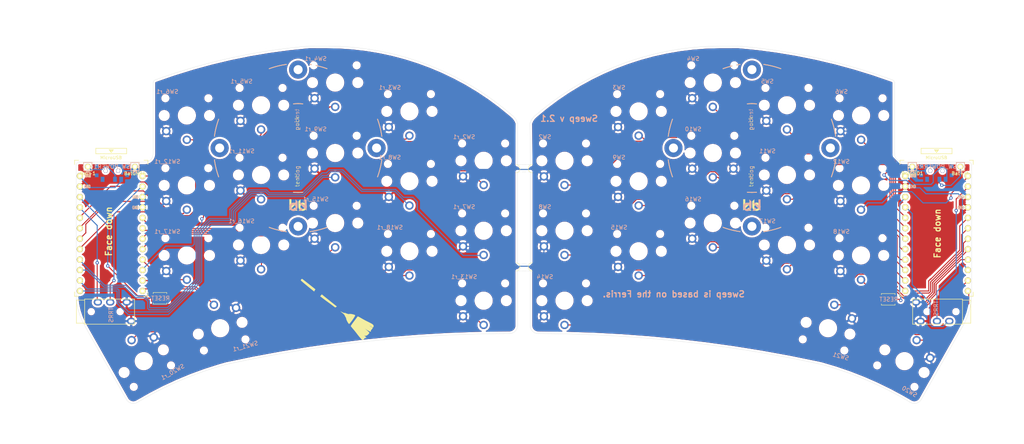
<source format=kicad_pcb>
(kicad_pcb (version 20171130) (host pcbnew 5.1.10)
  (layers (0 F.Cu signal) (31 B.Cu signal) (34 B.Paste user) (35 F.Paste user) (36 B.SilkS user) (37 F.SilkS user) (38 B.Mask user) (39 F.Mask user) (44 Edge.Cuts user))
  (net 0 "")
  (net 1 BT+)
  (net 2 gnd)
  (net 3 vcc)
  (net 4 Switch18)
  (net 5 reset)
  (net 6 Switch1)
  (net 7 Switch2)
  (net 8 Switch3)
  (net 9 Switch4)
  (net 10 Switch5)
  (net 11 Switch6)
  (net 12 Switch7)
  (net 13 Switch8)
  (net 14 Switch9)
  (net 15 Switch10)
  (net 16 Switch11)
  (net 17 Switch12)
  (net 18 Switch13)
  (net 19 Switch14)
  (net 20 Switch15)
  (net 21 Switch16)
  (net 22 Switch17)
  (net 23 "Net-(SW_POWER1-Pad1)")
  (net 24 raw)
  (net 25 BT+_r)
  (net 26 Switch18_r)
  (net 27 reset_r)
  (net 28 Switch9_r)
  (net 29 Switch10_r)
  (net 30 Switch11_r)
  (net 31 Switch12_r)
  (net 32 Switch13_r)
  (net 33 Switch14_r)
  (net 34 Switch15_r)
  (net 35 Switch16_r)
  (net 36 Switch17_r)
  (net 37 Switch1_r)
  (net 38 Switch2_r)
  (net 39 Switch3_r)
  (net 40 Switch4_r)
  (net 41 Switch5_r)
  (net 42 Switch6_r)
  (net 43 Switch7_r)
  (net 44 Switch8_r)
  (net 45 "Net-(SW_POWERR1-Pad1)")
  (module kbd:mouse-bite-2mm-slot-with-space-for-track (layer F.Cu) (at 130.556 43.688)
    (fp_text reference mouse-bite-2mm-slot hide)
    (fp_text value VAL** hide)
    (pad "" np_thru_hole circle (at 0.75 -0.75) (size 0.5 0.5) (drill 0.5) (layers *.Cu *.Mask))
    (pad "" np_thru_hole circle (at 0.75 0.75) (size 0.5 0.5) (drill 0.5) (layers *.Cu *.Mask))
    (pad "" np_thru_hole circle (at -0.75 0.75) (size 0.5 0.5) (drill 0.5) (layers *.Cu *.Mask))
    (pad "" np_thru_hole circle (at -0.75 -0.75) (size 0.5 0.5) (drill 0.5) (layers *.Cu *.Mask))
  )
  (module kbd:ProMicro_v3_min (layer F.Cu) (at 230.686 59.944)
    (fp_text reference U1 hide)
    (fp_text value ProMicro-kbd hide)
    (fp_text user GND (at 5.86 -6.8) (layer F.SilkS) (effects (font (size 0.75 0.5) (thickness 0.125))))
    (fp_text user GND (at 5.86 -6.77) (layer B.SilkS) (effects (font (size 0.75 0.5) (thickness 0.125)) (justify mirror)))
    (fp_text user GND (at 5.88 -9.38) (layer F.SilkS) (effects (font (size 0.75 0.5) (thickness 0.125))))
    (fp_text user GND (at 5.88 -9.35) (layer B.SilkS) (effects (font (size 0.75 0.5) (thickness 0.125)) (justify mirror)))
    (fp_text user GND (at -5.77 -11.88) (layer B.SilkS) (effects (font (size 0.75 0.5) (thickness 0.125)) (justify mirror)))
    (fp_text user GND (at -5.77 -11.91) (layer F.SilkS) (effects (font (size 0.75 0.5) (thickness 0.125))))
    (fp_text user RAW (at -5.67 -14.52) (layer F.SilkS) (effects (font (size 0.75 0.5) (thickness 0.125))))
    (fp_text user MicroUSB (at -0.05 -18.95) (layer F.SilkS) (effects (font (size 0.75 0.75) (thickness 0.12))))
    (fp_text user RAW (at -5.64 -14.52 unlocked) (layer B.SilkS) (effects (font (size 0.75 0.5) (thickness 0.125)) (justify mirror)))
    (fp_text user "" (at -0.5 -17.25) (layer F.SilkS))
    (fp_text user "" (at -1.2065 -16.256) (layer B.SilkS) (effects (justify mirror)))
    (pad 1 thru_hole circle (at 7.6114 -14.478) (size 1.524 1.524) (drill 0.8128) (layers *.Cu F.SilkS B.Mask) (net 15 Switch10))
    (pad 2 thru_hole circle (at 7.6114 -11.938) (size 1.524 1.524) (drill 0.8128) (layers *.Cu F.SilkS B.Mask) (net 4 Switch18))
    (pad 3 thru_hole circle (at 7.6114 -9.398) (size 1.524 1.524) (drill 0.8128) (layers *.Cu F.SilkS B.Mask) (net 2 gnd))
    (pad 4 thru_hole circle (at 7.6114 -6.858) (size 1.524 1.524) (drill 0.8128) (layers *.Cu F.SilkS B.Mask) (net 2 gnd))
    (pad 5 thru_hole circle (at 7.6114 -4.318) (size 1.524 1.524) (drill 0.8128) (layers *.Cu F.SilkS B.Mask) (net 16 Switch11))
    (pad 6 thru_hole circle (at 7.6114 -1.778) (size 1.524 1.524) (drill 0.8128) (layers *.Cu F.SilkS B.Mask) (net 17 Switch12))
    (pad 7 thru_hole circle (at 7.6114 0.762) (size 1.524 1.524) (drill 0.8128) (layers *.Cu F.SilkS B.Mask) (net 18 Switch13))
    (pad 8 thru_hole circle (at 7.6114 3.302) (size 1.524 1.524) (drill 0.8128) (layers *.Cu F.SilkS B.Mask) (net 19 Switch14))
    (pad 9 thru_hole circle (at 7.6114 5.842) (size 1.524 1.524) (drill 0.8128) (layers *.Cu F.SilkS B.Mask) (net 20 Switch15))
    (pad 10 thru_hole circle (at 7.6114 8.382) (size 1.524 1.524) (drill 0.8128) (layers *.Cu F.SilkS B.Mask) (net 6 Switch1))
    (pad 11 thru_hole circle (at 7.6114 10.922) (size 1.524 1.524) (drill 0.8128) (layers *.Cu F.SilkS B.Mask) (net 21 Switch16))
    (pad 12 thru_hole circle (at 7.6114 13.462) (size 1.524 1.524) (drill 0.8128) (layers *.Cu F.SilkS B.Mask) (net 22 Switch17))
    (pad 13 thru_hole circle (at -7.6086 13.462) (size 1.524 1.524) (drill 0.8128) (layers *.Cu F.SilkS B.Mask) (net 14 Switch9))
    (pad 14 thru_hole circle (at -7.6086 10.922) (size 1.524 1.524) (drill 0.8128) (layers *.Cu F.SilkS B.Mask) (net 13 Switch8))
    (pad 15 thru_hole circle (at -7.6086 8.382) (size 1.524 1.524) (drill 0.8128) (layers *.Cu F.SilkS B.Mask) (net 12 Switch7))
    (pad 16 thru_hole circle (at -7.6086 5.842) (size 1.524 1.524) (drill 0.8128) (layers *.Cu F.SilkS B.Mask) (net 11 Switch6))
    (pad 17 thru_hole circle (at -7.6086 3.302) (size 1.524 1.524) (drill 0.8128) (layers *.Cu F.SilkS B.Mask) (net 7 Switch2))
    (pad 18 thru_hole circle (at -7.6086 0.762) (size 1.524 1.524) (drill 0.8128) (layers *.Cu F.SilkS B.Mask) (net 8 Switch3))
    (pad 19 thru_hole circle (at -7.6086 -1.778) (size 1.524 1.524) (drill 0.8128) (layers *.Cu F.SilkS B.Mask) (net 9 Switch4))
    (pad 20 thru_hole circle (at -7.6086 -4.318) (size 1.524 1.524) (drill 0.8128) (layers *.Cu F.SilkS B.Mask) (net 10 Switch5))
    (pad 21 thru_hole circle (at -7.6086 -6.858) (size 1.524 1.524) (drill 0.8128) (layers *.Cu F.SilkS B.Mask) (net 3 vcc))
    (pad 22 thru_hole circle (at -7.6086 -9.398) (size 1.524 1.524) (drill 0.8128) (layers *.Cu F.SilkS B.Mask) (net 5 reset))
    (pad 23 thru_hole circle (at -7.6086 -11.938) (size 1.524 1.524) (drill 0.8128) (layers *.Cu F.SilkS B.Mask) (net 2 gnd))
    (pad 24 thru_hole circle (at -7.6086 -14.478) (size 1.524 1.524) (drill 0.8128) (layers *.Cu F.SilkS B.Mask) (net 24 raw))
  )
  (module kbd:ProMicro_v3_min (layer F.Cu) (at 30.326 59.944)
    (fp_text reference U2 hide)
    (fp_text value ProMicro-kbd hide)
    (fp_text user GND (at 5.86 -6.8) (layer F.SilkS) (effects (font (size 0.75 0.5) (thickness 0.125))))
    (fp_text user GND (at 5.86 -6.77) (layer B.SilkS) (effects (font (size 0.75 0.5) (thickness 0.125)) (justify mirror)))
    (fp_text user GND (at 5.88 -9.38) (layer F.SilkS) (effects (font (size 0.75 0.5) (thickness 0.125))))
    (fp_text user GND (at 5.88 -9.35) (layer B.SilkS) (effects (font (size 0.75 0.5) (thickness 0.125)) (justify mirror)))
    (fp_text user GND (at -5.77 -11.88) (layer B.SilkS) (effects (font (size 0.75 0.5) (thickness 0.125)) (justify mirror)))
    (fp_text user GND (at -5.77 -11.91) (layer F.SilkS) (effects (font (size 0.75 0.5) (thickness 0.125))))
    (fp_text user RAW (at -5.67 -14.52) (layer F.SilkS) (effects (font (size 0.75 0.5) (thickness 0.125))))
    (fp_text user MicroUSB (at -0.05 -18.95) (layer F.SilkS) (effects (font (size 0.75 0.75) (thickness 0.12))))
    (fp_text user RAW (at -5.64 -14.52 unlocked) (layer B.SilkS) (effects (font (size 0.75 0.5) (thickness 0.125)) (justify mirror)))
    (fp_text user "" (at -0.5 -17.25) (layer F.SilkS))
    (fp_text user "" (at -1.2065 -16.256) (layer B.SilkS) (effects (justify mirror)))
    (pad 1 thru_hole circle (at 7.6114 -14.478) (size 1.524 1.524) (drill 0.8128) (layers *.Cu F.SilkS B.Mask) (net 29 Switch10_r))
    (pad 2 thru_hole circle (at 7.6114 -11.938) (size 1.524 1.524) (drill 0.8128) (layers *.Cu F.SilkS B.Mask) (net 26 Switch18_r))
    (pad 3 thru_hole circle (at 7.6114 -9.398) (size 1.524 1.524) (drill 0.8128) (layers *.Cu F.SilkS B.Mask) (net 2 gnd))
    (pad 4 thru_hole circle (at 7.6114 -6.858) (size 1.524 1.524) (drill 0.8128) (layers *.Cu F.SilkS B.Mask) (net 2 gnd))
    (pad 5 thru_hole circle (at 7.6114 -4.318) (size 1.524 1.524) (drill 0.8128) (layers *.Cu F.SilkS B.Mask) (net 30 Switch11_r))
    (pad 6 thru_hole circle (at 7.6114 -1.778) (size 1.524 1.524) (drill 0.8128) (layers *.Cu F.SilkS B.Mask) (net 31 Switch12_r))
    (pad 7 thru_hole circle (at 7.6114 0.762) (size 1.524 1.524) (drill 0.8128) (layers *.Cu F.SilkS B.Mask) (net 32 Switch13_r))
    (pad 8 thru_hole circle (at 7.6114 3.302) (size 1.524 1.524) (drill 0.8128) (layers *.Cu F.SilkS B.Mask) (net 33 Switch14_r))
    (pad 9 thru_hole circle (at 7.6114 5.842) (size 1.524 1.524) (drill 0.8128) (layers *.Cu F.SilkS B.Mask) (net 34 Switch15_r))
    (pad 10 thru_hole circle (at 7.6114 8.382) (size 1.524 1.524) (drill 0.8128) (layers *.Cu F.SilkS B.Mask) (net 37 Switch1_r))
    (pad 11 thru_hole circle (at 7.6114 10.922) (size 1.524 1.524) (drill 0.8128) (layers *.Cu F.SilkS B.Mask) (net 35 Switch16_r))
    (pad 12 thru_hole circle (at 7.6114 13.462) (size 1.524 1.524) (drill 0.8128) (layers *.Cu F.SilkS B.Mask) (net 36 Switch17_r))
    (pad 13 thru_hole circle (at -7.6086 13.462) (size 1.524 1.524) (drill 0.8128) (layers *.Cu F.SilkS B.Mask) (net 28 Switch9_r))
    (pad 14 thru_hole circle (at -7.6086 10.922) (size 1.524 1.524) (drill 0.8128) (layers *.Cu F.SilkS B.Mask) (net 44 Switch8_r))
    (pad 15 thru_hole circle (at -7.6086 8.382) (size 1.524 1.524) (drill 0.8128) (layers *.Cu F.SilkS B.Mask) (net 43 Switch7_r))
    (pad 16 thru_hole circle (at -7.6086 5.842) (size 1.524 1.524) (drill 0.8128) (layers *.Cu F.SilkS B.Mask) (net 42 Switch6_r))
    (pad 17 thru_hole circle (at -7.6086 3.302) (size 1.524 1.524) (drill 0.8128) (layers *.Cu F.SilkS B.Mask) (net 38 Switch2_r))
    (pad 18 thru_hole circle (at -7.6086 0.762) (size 1.524 1.524) (drill 0.8128) (layers *.Cu F.SilkS B.Mask) (net 39 Switch3_r))
    (pad 19 thru_hole circle (at -7.6086 -1.778) (size 1.524 1.524) (drill 0.8128) (layers *.Cu F.SilkS B.Mask) (net 40 Switch4_r))
    (pad 20 thru_hole circle (at -7.6086 -4.318) (size 1.524 1.524) (drill 0.8128) (layers *.Cu F.SilkS B.Mask) (net 41 Switch5_r))
    (pad 21 thru_hole circle (at -7.6086 -6.858) (size 1.524 1.524) (drill 0.8128) (layers *.Cu F.SilkS B.Mask) (net 3 vcc))
    (pad 22 thru_hole circle (at -7.6086 -9.398) (size 1.524 1.524) (drill 0.8128) (layers *.Cu F.SilkS B.Mask) (net 27 reset_r))
    (pad 23 thru_hole circle (at -7.6086 -11.938) (size 1.524 1.524) (drill 0.8128) (layers *.Cu F.SilkS B.Mask) (net 2 gnd))
    (pad 24 thru_hole circle (at -7.6086 -14.478) (size 1.524 1.524) (drill 0.8128) (layers *.Cu F.SilkS B.Mask) (net 24 raw))
  )
  (module Kailh:TRRS-PJ-320A (layer F.Cu) (at 23.876 78.432 90)
    (fp_text reference J1)
    (fp_text value AudioJack4dpb hide)
    (fp_text user TRRS (at -0.8255 6.4135 90) (layer B.SilkS) (effects (justify mirror)))
    (pad R1 thru_hole oval (at 2.3 6.2 90) (size 1.6 2) (drill oval 0.9 1.3) (layers *.Cu *.Mask) (net 26 Switch18_r))
    (pad "" np_thru_hole circle (at 0 1.6 90) (size 0.8 0.8) (drill 0.8) (layers *.Cu *.Mask))
    (pad "" np_thru_hole circle (at 0 8.6 90) (size 0.8 0.8) (drill 0.8) (layers *.Cu *.Mask))
    (pad R2 thru_hole oval (at 2.3 3.2 90) (size 1.6 2) (drill oval 0.9 1.3) (layers *.Cu *.Mask) (net 3 vcc))
    (pad T thru_hole oval (at 2.3 10.2 90) (size 1.6 2) (drill oval 0.9 1.3) (layers *.Cu *.Mask) (net 2 gnd))
    (pad S thru_hole oval (at -2.3 11.3 90) (size 1.6 2) (drill oval 0.9 1.3) (layers *.Cu *.Mask) (net 2 gnd))
  )
  (module Kailh:TRRS-PJ-320A (layer F.Cu) (at 236.982 78.432 270)
    (fp_text reference J2)
    (fp_text value AudioJack4dpb hide)
    (fp_text user TRRS (at -0.8255 6.4135 90) (layer B.SilkS) (effects (justify mirror)))
    (pad R1 thru_hole oval (at 2.3 6.2 270) (size 1.6 2) (drill oval 0.9 1.3) (layers *.Cu *.Mask) (net 4 Switch18))
    (pad "" np_thru_hole circle (at 0 1.6 270) (size 0.8 0.8) (drill 0.8) (layers *.Cu *.Mask))
    (pad "" np_thru_hole circle (at 0 8.6 270) (size 0.8 0.8) (drill 0.8) (layers *.Cu *.Mask))
    (pad R2 thru_hole oval (at 2.3 3.2 270) (size 1.6 2) (drill oval 0.9 1.3) (layers *.Cu *.Mask) (net 3 vcc))
    (pad T thru_hole oval (at 2.3 10.2 270) (size 1.6 2) (drill oval 0.9 1.3) (layers *.Cu *.Mask) (net 2 gnd))
    (pad S thru_hole oval (at -2.3 11.3 270) (size 1.6 2) (drill oval 0.9 1.3) (layers *.Cu *.Mask) (net 2 gnd))
  )
  (module Kailh:SPDT_C128955 (layer B.Cu) (at 230.632 44.196 180)
    (fp_text reference SW_POWERR1 (at 0 1) (layer B.SilkS) (effects (justify mirror)))
    (fp_text value SW_SPDT)
    (pad 0 smd rect (at -3.7 1.1 180) (size 0.9 0.9) (layers B.Cu B.Paste B.Mask))
    (pad 0 smd rect (at -3.7 -1.1 180) (size 0.9 0.9) (layers B.Cu B.Paste B.Mask))
    (pad 0 smd rect (at 3.7 -1.1 180) (size 0.9 0.9) (layers B.Cu B.Paste B.Mask))
    (pad 0 smd rect (at 3.7 1.1 180) (size 0.9 0.9) (layers B.Cu B.Paste B.Mask))
    (pad 1 smd rect (at 2.25 -2.075 180) (size 0.9 1.25) (layers B.Cu B.Paste B.Mask) (net 45 "Net-(SW_POWERR1-Pad1)"))
    (pad 3 smd rect (at -2.25 -2.075 180) (size 0.9 1.25) (layers B.Cu B.Paste B.Mask) (net 24 raw))
    (pad 2 smd rect (at -0.75 -2.075 180) (size 0.9 1.25) (layers B.Cu B.Paste B.Mask) (net 25 BT+_r))
    (pad "" np_thru_hole circle (at -1.5 0 180) (size 1 1) (drill 0.9) (layers *.Cu *.Mask))
    (pad "" np_thru_hole circle (at 1.5 0 180) (size 1 1) (drill 0.9) (layers *.Cu *.Mask))
  )
  (module Kailh:SPDT_C128955 (layer B.Cu) (at 30.48 44.196 180)
    (fp_text reference SW_POWER1 (at 0 1) (layer B.SilkS) (effects (justify mirror)))
    (fp_text value SW_SPDT)
    (pad 0 smd rect (at -3.7 1.1 180) (size 0.9 0.9) (layers B.Cu B.Paste B.Mask))
    (pad 0 smd rect (at -3.7 -1.1 180) (size 0.9 0.9) (layers B.Cu B.Paste B.Mask))
    (pad 0 smd rect (at 3.7 -1.1 180) (size 0.9 0.9) (layers B.Cu B.Paste B.Mask))
    (pad 0 smd rect (at 3.7 1.1 180) (size 0.9 0.9) (layers B.Cu B.Paste B.Mask))
    (pad 1 smd rect (at 2.25 -2.075 180) (size 0.9 1.25) (layers B.Cu B.Paste B.Mask) (net 23 "Net-(SW_POWER1-Pad1)"))
    (pad 3 smd rect (at -2.25 -2.075 180) (size 0.9 1.25) (layers B.Cu B.Paste B.Mask) (net 24 raw))
    (pad 2 smd rect (at -0.75 -2.075 180) (size 0.9 1.25) (layers B.Cu B.Paste B.Mask) (net 1 BT+))
    (pad "" np_thru_hole circle (at -1.5 0 180) (size 1 1) (drill 0.9) (layers *.Cu *.Mask))
    (pad "" np_thru_hole circle (at 1.5 0 180) (size 1 1) (drill 0.9) (layers *.Cu *.Mask))
  )
  (module Kailh:SW_PG1350_nonrev_DPB (layer F.Cu) (at 140.364 41.762)
    (fp_text reference SW2 hide)
    (fp_text value SW_Push hide)
    (fp_text user %R (at -4.76 -5.8) (layer B.SilkS) (effects (justify mirror)))
    (pad "" np_thru_hole circle (at -5.22 -4.2) (size 0.9906 0.9906) (drill 0.9906) (layers *.Cu *.Mask))
    (pad "" np_thru_hole circle (at 0 0) (size 3.429 3.429) (drill 3.429) (layers *.Cu *.Mask))
    (pad 2 thru_hole circle (at -5 3.8) (size 2.032 2.032) (drill 1.27) (layers *.Cu *.Mask) (net 2 gnd))
    (pad 1 thru_hole circle (at 0 5.9) (size 2.032 2.032) (drill 1.27) (layers *.Cu *.Mask) (net 6 Switch1))
    (pad "" np_thru_hole circle (at 5.22 -4.2) (size 0.9906 0.9906) (drill 0.9906) (layers *.Cu *.Mask))
    (pad "" np_thru_hole circle (at 5.5 0) (size 1.7018 1.7018) (drill 1.7018) (layers *.Cu *.Mask))
    (pad "" np_thru_hole circle (at -5.5 0) (size 1.7018 1.7018) (drill 1.7018) (layers *.Cu *.Mask))
  )
  (module Kailh:SW_PG1350_nonrev_DPB (layer F.Cu) (at 158.364 29.762)
    (fp_text reference SW3 hide)
    (fp_text value SW_Push hide)
    (fp_text user %R (at -4.76 -5.8) (layer B.SilkS) (effects (justify mirror)))
    (pad "" np_thru_hole circle (at -5.22 -4.2) (size 0.9906 0.9906) (drill 0.9906) (layers *.Cu *.Mask))
    (pad "" np_thru_hole circle (at 0 0) (size 3.429 3.429) (drill 3.429) (layers *.Cu *.Mask))
    (pad 2 thru_hole circle (at -5 3.8) (size 2.032 2.032) (drill 1.27) (layers *.Cu *.Mask) (net 2 gnd))
    (pad 1 thru_hole circle (at 0 5.9) (size 2.032 2.032) (drill 1.27) (layers *.Cu *.Mask) (net 7 Switch2))
    (pad "" np_thru_hole circle (at 5.22 -4.2) (size 0.9906 0.9906) (drill 0.9906) (layers *.Cu *.Mask))
    (pad "" np_thru_hole circle (at 5.5 0) (size 1.7018 1.7018) (drill 1.7018) (layers *.Cu *.Mask))
    (pad "" np_thru_hole circle (at -5.5 0) (size 1.7018 1.7018) (drill 1.7018) (layers *.Cu *.Mask))
  )
  (module Kailh:SW_PG1350_nonrev_DPB (layer F.Cu) (at 176.364 22.762)
    (fp_text reference SW4 hide)
    (fp_text value SW_Push hide)
    (fp_text user %R (at -4.76 -5.8) (layer B.SilkS) (effects (justify mirror)))
    (pad "" np_thru_hole circle (at -5.22 -4.2) (size 0.9906 0.9906) (drill 0.9906) (layers *.Cu *.Mask))
    (pad "" np_thru_hole circle (at 0 0) (size 3.429 3.429) (drill 3.429) (layers *.Cu *.Mask))
    (pad 2 thru_hole circle (at -5 3.8) (size 2.032 2.032) (drill 1.27) (layers *.Cu *.Mask) (net 2 gnd))
    (pad 1 thru_hole circle (at 0 5.9) (size 2.032 2.032) (drill 1.27) (layers *.Cu *.Mask) (net 8 Switch3))
    (pad "" np_thru_hole circle (at 5.22 -4.2) (size 0.9906 0.9906) (drill 0.9906) (layers *.Cu *.Mask))
    (pad "" np_thru_hole circle (at 5.5 0) (size 1.7018 1.7018) (drill 1.7018) (layers *.Cu *.Mask))
    (pad "" np_thru_hole circle (at -5.5 0) (size 1.7018 1.7018) (drill 1.7018) (layers *.Cu *.Mask))
  )
  (module Kailh:SW_PG1350_nonrev_DPB (layer F.Cu) (at 194.364 28.262)
    (fp_text reference SW5 hide)
    (fp_text value SW_Push hide)
    (fp_text user %R (at -4.76 -5.8) (layer B.SilkS) (effects (justify mirror)))
    (pad "" np_thru_hole circle (at -5.22 -4.2) (size 0.9906 0.9906) (drill 0.9906) (layers *.Cu *.Mask))
    (pad "" np_thru_hole circle (at 0 0) (size 3.429 3.429) (drill 3.429) (layers *.Cu *.Mask))
    (pad 2 thru_hole circle (at -5 3.8) (size 2.032 2.032) (drill 1.27) (layers *.Cu *.Mask) (net 2 gnd))
    (pad 1 thru_hole circle (at 0 5.9) (size 2.032 2.032) (drill 1.27) (layers *.Cu *.Mask) (net 9 Switch4))
    (pad "" np_thru_hole circle (at 5.22 -4.2) (size 0.9906 0.9906) (drill 0.9906) (layers *.Cu *.Mask))
    (pad "" np_thru_hole circle (at 5.5 0) (size 1.7018 1.7018) (drill 1.7018) (layers *.Cu *.Mask))
    (pad "" np_thru_hole circle (at -5.5 0) (size 1.7018 1.7018) (drill 1.7018) (layers *.Cu *.Mask))
  )
  (module Kailh:SW_PG1350_nonrev_DPB (layer F.Cu) (at 212.364 30.762)
    (fp_text reference SW6 hide)
    (fp_text value SW_Push hide)
    (fp_text user %R (at -4.76 -5.8) (layer B.SilkS) (effects (justify mirror)))
    (pad "" np_thru_hole circle (at -5.22 -4.2) (size 0.9906 0.9906) (drill 0.9906) (layers *.Cu *.Mask))
    (pad "" np_thru_hole circle (at 0 0) (size 3.429 3.429) (drill 3.429) (layers *.Cu *.Mask))
    (pad 2 thru_hole circle (at -5 3.8) (size 2.032 2.032) (drill 1.27) (layers *.Cu *.Mask) (net 2 gnd))
    (pad 1 thru_hole circle (at 0 5.9) (size 2.032 2.032) (drill 1.27) (layers *.Cu *.Mask) (net 10 Switch5))
    (pad "" np_thru_hole circle (at 5.22 -4.2) (size 0.9906 0.9906) (drill 0.9906) (layers *.Cu *.Mask))
    (pad "" np_thru_hole circle (at 5.5 0) (size 1.7018 1.7018) (drill 1.7018) (layers *.Cu *.Mask))
    (pad "" np_thru_hole circle (at -5.5 0) (size 1.7018 1.7018) (drill 1.7018) (layers *.Cu *.Mask))
  )
  (module Kailh:SW_PG1350_nonrev_DPB (layer F.Cu) (at 140.364 58.762)
    (fp_text reference SW8 hide)
    (fp_text value SW_Push hide)
    (fp_text user %R (at -4.76 -5.8) (layer B.SilkS) (effects (justify mirror)))
    (pad "" np_thru_hole circle (at -5.22 -4.2) (size 0.9906 0.9906) (drill 0.9906) (layers *.Cu *.Mask))
    (pad "" np_thru_hole circle (at 0 0) (size 3.429 3.429) (drill 3.429) (layers *.Cu *.Mask))
    (pad 2 thru_hole circle (at -5 3.8) (size 2.032 2.032) (drill 1.27) (layers *.Cu *.Mask) (net 2 gnd))
    (pad 1 thru_hole circle (at 0 5.9) (size 2.032 2.032) (drill 1.27) (layers *.Cu *.Mask) (net 11 Switch6))
    (pad "" np_thru_hole circle (at 5.22 -4.2) (size 0.9906 0.9906) (drill 0.9906) (layers *.Cu *.Mask))
    (pad "" np_thru_hole circle (at 5.5 0) (size 1.7018 1.7018) (drill 1.7018) (layers *.Cu *.Mask))
    (pad "" np_thru_hole circle (at -5.5 0) (size 1.7018 1.7018) (drill 1.7018) (layers *.Cu *.Mask))
  )
  (module Kailh:SW_PG1350_nonrev_DPB (layer F.Cu) (at 158.364 46.736)
    (fp_text reference SW9 hide)
    (fp_text value SW_Push hide)
    (fp_text user %R (at -4.76 -5.8) (layer B.SilkS) (effects (justify mirror)))
    (pad "" np_thru_hole circle (at -5.22 -4.2) (size 0.9906 0.9906) (drill 0.9906) (layers *.Cu *.Mask))
    (pad "" np_thru_hole circle (at 0 0) (size 3.429 3.429) (drill 3.429) (layers *.Cu *.Mask))
    (pad 2 thru_hole circle (at -5 3.8) (size 2.032 2.032) (drill 1.27) (layers *.Cu *.Mask) (net 2 gnd))
    (pad 1 thru_hole circle (at 0 5.9) (size 2.032 2.032) (drill 1.27) (layers *.Cu *.Mask) (net 12 Switch7))
    (pad "" np_thru_hole circle (at 5.22 -4.2) (size 0.9906 0.9906) (drill 0.9906) (layers *.Cu *.Mask))
    (pad "" np_thru_hole circle (at 5.5 0) (size 1.7018 1.7018) (drill 1.7018) (layers *.Cu *.Mask))
    (pad "" np_thru_hole circle (at -5.5 0) (size 1.7018 1.7018) (drill 1.7018) (layers *.Cu *.Mask))
  )
  (module Kailh:SW_PG1350_nonrev_DPB (layer F.Cu) (at 194.364 45.212)
    (fp_text reference SW11 hide)
    (fp_text value SW_Push hide)
    (fp_text user %R (at -4.76 -5.8) (layer B.SilkS) (effects (justify mirror)))
    (pad "" np_thru_hole circle (at -5.22 -4.2) (size 0.9906 0.9906) (drill 0.9906) (layers *.Cu *.Mask))
    (pad "" np_thru_hole circle (at 0 0) (size 3.429 3.429) (drill 3.429) (layers *.Cu *.Mask))
    (pad 2 thru_hole circle (at -5 3.8) (size 2.032 2.032) (drill 1.27) (layers *.Cu *.Mask) (net 2 gnd))
    (pad 1 thru_hole circle (at 0 5.9) (size 2.032 2.032) (drill 1.27) (layers *.Cu *.Mask) (net 14 Switch9))
    (pad "" np_thru_hole circle (at 5.22 -4.2) (size 0.9906 0.9906) (drill 0.9906) (layers *.Cu *.Mask))
    (pad "" np_thru_hole circle (at 5.5 0) (size 1.7018 1.7018) (drill 1.7018) (layers *.Cu *.Mask))
    (pad "" np_thru_hole circle (at -5.5 0) (size 1.7018 1.7018) (drill 1.7018) (layers *.Cu *.Mask))
  )
  (module Kailh:SW_PG1350_nonrev_DPB (layer F.Cu) (at 212.344 47.752)
    (fp_text reference SW12 hide)
    (fp_text value SW_Push hide)
    (fp_text user %R (at -4.76 -5.8) (layer B.SilkS) (effects (justify mirror)))
    (pad "" np_thru_hole circle (at -5.22 -4.2) (size 0.9906 0.9906) (drill 0.9906) (layers *.Cu *.Mask))
    (pad "" np_thru_hole circle (at 0 0) (size 3.429 3.429) (drill 3.429) (layers *.Cu *.Mask))
    (pad 2 thru_hole circle (at -5 3.8) (size 2.032 2.032) (drill 1.27) (layers *.Cu *.Mask) (net 2 gnd))
    (pad 1 thru_hole circle (at 0 5.9) (size 2.032 2.032) (drill 1.27) (layers *.Cu *.Mask) (net 15 Switch10))
    (pad "" np_thru_hole circle (at 5.22 -4.2) (size 0.9906 0.9906) (drill 0.9906) (layers *.Cu *.Mask))
    (pad "" np_thru_hole circle (at 5.5 0) (size 1.7018 1.7018) (drill 1.7018) (layers *.Cu *.Mask))
    (pad "" np_thru_hole circle (at -5.5 0) (size 1.7018 1.7018) (drill 1.7018) (layers *.Cu *.Mask))
  )
  (module Kailh:SW_PG1350_nonrev_DPB (layer F.Cu) (at 140.364 75.762)
    (fp_text reference SW14 hide)
    (fp_text value SW_Push hide)
    (fp_text user %R (at -4.76 -5.8) (layer B.SilkS) (effects (justify mirror)))
    (pad "" np_thru_hole circle (at -5.22 -4.2) (size 0.9906 0.9906) (drill 0.9906) (layers *.Cu *.Mask))
    (pad "" np_thru_hole circle (at 0 0) (size 3.429 3.429) (drill 3.429) (layers *.Cu *.Mask))
    (pad 2 thru_hole circle (at -5 3.8) (size 2.032 2.032) (drill 1.27) (layers *.Cu *.Mask) (net 2 gnd))
    (pad 1 thru_hole circle (at 0 5.9) (size 2.032 2.032) (drill 1.27) (layers *.Cu *.Mask) (net 16 Switch11))
    (pad "" np_thru_hole circle (at 5.22 -4.2) (size 0.9906 0.9906) (drill 0.9906) (layers *.Cu *.Mask))
    (pad "" np_thru_hole circle (at 5.5 0) (size 1.7018 1.7018) (drill 1.7018) (layers *.Cu *.Mask))
    (pad "" np_thru_hole circle (at -5.5 0) (size 1.7018 1.7018) (drill 1.7018) (layers *.Cu *.Mask))
  )
  (module Kailh:SW_PG1350_nonrev_DPB (layer F.Cu) (at 158.364 63.754)
    (fp_text reference SW15 hide)
    (fp_text value SW_Push hide)
    (fp_text user %R (at -4.76 -5.8) (layer B.SilkS) (effects (justify mirror)))
    (pad "" np_thru_hole circle (at -5.22 -4.2) (size 0.9906 0.9906) (drill 0.9906) (layers *.Cu *.Mask))
    (pad "" np_thru_hole circle (at 0 0) (size 3.429 3.429) (drill 3.429) (layers *.Cu *.Mask))
    (pad 2 thru_hole circle (at -5 3.8) (size 2.032 2.032) (drill 1.27) (layers *.Cu *.Mask) (net 2 gnd))
    (pad 1 thru_hole circle (at 0 5.9) (size 2.032 2.032) (drill 1.27) (layers *.Cu *.Mask) (net 17 Switch12))
    (pad "" np_thru_hole circle (at 5.22 -4.2) (size 0.9906 0.9906) (drill 0.9906) (layers *.Cu *.Mask))
    (pad "" np_thru_hole circle (at 5.5 0) (size 1.7018 1.7018) (drill 1.7018) (layers *.Cu *.Mask))
    (pad "" np_thru_hole circle (at -5.5 0) (size 1.7018 1.7018) (drill 1.7018) (layers *.Cu *.Mask))
  )
  (module Kailh:SW_PG1350_nonrev_DPB (layer F.Cu) (at 176.364 56.896)
    (fp_text reference SW16 hide)
    (fp_text value SW_Push hide)
    (fp_text user %R (at -4.76 -5.8) (layer B.SilkS) (effects (justify mirror)))
    (pad "" np_thru_hole circle (at -5.22 -4.2) (size 0.9906 0.9906) (drill 0.9906) (layers *.Cu *.Mask))
    (pad "" np_thru_hole circle (at 0 0) (size 3.429 3.429) (drill 3.429) (layers *.Cu *.Mask))
    (pad 2 thru_hole circle (at -5 3.8) (size 2.032 2.032) (drill 1.27) (layers *.Cu *.Mask) (net 2 gnd))
    (pad 1 thru_hole circle (at 0 5.9) (size 2.032 2.032) (drill 1.27) (layers *.Cu *.Mask) (net 18 Switch13))
    (pad "" np_thru_hole circle (at 5.22 -4.2) (size 0.9906 0.9906) (drill 0.9906) (layers *.Cu *.Mask))
    (pad "" np_thru_hole circle (at 5.5 0) (size 1.7018 1.7018) (drill 1.7018) (layers *.Cu *.Mask))
    (pad "" np_thru_hole circle (at -5.5 0) (size 1.7018 1.7018) (drill 1.7018) (layers *.Cu *.Mask))
  )
  (module Kailh:SW_PG1350_nonrev_DPB (layer F.Cu) (at 194.364 62.23)
    (fp_text reference SW17 hide)
    (fp_text value SW_Push hide)
    (fp_text user %R (at -4.76 -5.8) (layer B.SilkS) (effects (justify mirror)))
    (pad "" np_thru_hole circle (at -5.22 -4.2) (size 0.9906 0.9906) (drill 0.9906) (layers *.Cu *.Mask))
    (pad "" np_thru_hole circle (at 0 0) (size 3.429 3.429) (drill 3.429) (layers *.Cu *.Mask))
    (pad 2 thru_hole circle (at -5 3.8) (size 2.032 2.032) (drill 1.27) (layers *.Cu *.Mask) (net 2 gnd))
    (pad 1 thru_hole circle (at 0 5.9) (size 2.032 2.032) (drill 1.27) (layers *.Cu *.Mask) (net 19 Switch14))
    (pad "" np_thru_hole circle (at 5.22 -4.2) (size 0.9906 0.9906) (drill 0.9906) (layers *.Cu *.Mask))
    (pad "" np_thru_hole circle (at 5.5 0) (size 1.7018 1.7018) (drill 1.7018) (layers *.Cu *.Mask))
    (pad "" np_thru_hole circle (at -5.5 0) (size 1.7018 1.7018) (drill 1.7018) (layers *.Cu *.Mask))
  )
  (module Kailh:SW_PG1350_nonrev_DPB (layer F.Cu) (at 212.344 64.77)
    (fp_text reference SW18 hide)
    (fp_text value SW_Push hide)
    (fp_text user %R (at -4.76 -5.8) (layer B.SilkS) (effects (justify mirror)))
    (pad "" np_thru_hole circle (at -5.22 -4.2) (size 0.9906 0.9906) (drill 0.9906) (layers *.Cu *.Mask))
    (pad "" np_thru_hole circle (at 0 0) (size 3.429 3.429) (drill 3.429) (layers *.Cu *.Mask))
    (pad 2 thru_hole circle (at -5 3.8) (size 2.032 2.032) (drill 1.27) (layers *.Cu *.Mask) (net 2 gnd))
    (pad 1 thru_hole circle (at 0 5.9) (size 2.032 2.032) (drill 1.27) (layers *.Cu *.Mask) (net 20 Switch15))
    (pad "" np_thru_hole circle (at 5.22 -4.2) (size 0.9906 0.9906) (drill 0.9906) (layers *.Cu *.Mask))
    (pad "" np_thru_hole circle (at 5.5 0) (size 1.7018 1.7018) (drill 1.7018) (layers *.Cu *.Mask))
    (pad "" np_thru_hole circle (at -5.5 0) (size 1.7018 1.7018) (drill 1.7018) (layers *.Cu *.Mask))
  )
  (module Kailh:SW_PG1350_nonrev_DPB (layer F.Cu) (at 222.894 90.462 150)
    (fp_text reference SW20 hide)
    (fp_text value SW_Push hide)
    (fp_text user %R (at -4.76 -5.8 150) (layer B.SilkS) (effects (justify mirror)))
    (pad "" np_thru_hole circle (at -5.22 -4.2 150) (size 0.9906 0.9906) (drill 0.9906) (layers *.Cu *.Mask))
    (pad "" np_thru_hole circle (at 0 0 150) (size 3.429 3.429) (drill 3.429) (layers *.Cu *.Mask))
    (pad 2 thru_hole circle (at -5 3.8 150) (size 2.032 2.032) (drill 1.27) (layers *.Cu *.Mask) (net 2 gnd))
    (pad 1 thru_hole circle (at 0 5.9 150) (size 2.032 2.032) (drill 1.27) (layers *.Cu *.Mask) (net 22 Switch17))
    (pad "" np_thru_hole circle (at 5.22 -4.2 150) (size 0.9906 0.9906) (drill 0.9906) (layers *.Cu *.Mask))
    (pad "" np_thru_hole circle (at 5.5 0 150) (size 1.7018 1.7018) (drill 1.7018) (layers *.Cu *.Mask))
    (pad "" np_thru_hole circle (at -5.5 0 150) (size 1.7018 1.7018) (drill 1.7018) (layers *.Cu *.Mask))
  )
  (module Kailh:SW_PG1350_nonrev_DPB (layer F.Cu) (at 204.334 82.462 165)
    (fp_text reference SW21 hide)
    (fp_text value SW_Push hide)
    (fp_text user %R (at -4.759999 -5.8 165) (layer B.SilkS) (effects (justify mirror)))
    (pad "" np_thru_hole circle (at -5.22 -4.2 165) (size 0.9906 0.9906) (drill 0.9906) (layers *.Cu *.Mask))
    (pad "" np_thru_hole circle (at 0 0 165) (size 3.429 3.429) (drill 3.429) (layers *.Cu *.Mask))
    (pad 2 thru_hole circle (at -5 3.8 165) (size 2.032 2.032) (drill 1.27) (layers *.Cu *.Mask) (net 2 gnd))
    (pad 1 thru_hole circle (at 0 5.9 165) (size 2.032 2.032) (drill 1.27) (layers *.Cu *.Mask) (net 21 Switch16))
    (pad "" np_thru_hole circle (at 5.22 -4.2 165) (size 0.9906 0.9906) (drill 0.9906) (layers *.Cu *.Mask))
    (pad "" np_thru_hole circle (at 5.5 0 165) (size 1.7018 1.7018) (drill 1.7018) (layers *.Cu *.Mask))
    (pad "" np_thru_hole circle (at -5.5 0 165) (size 1.7018 1.7018) (drill 1.7018) (layers *.Cu *.Mask))
  )
  (module Kailh:SW_PG1350_nonrev_DPB (layer F.Cu) (at 66.7 45.212)
    (fp_text reference SW11_r1 hide)
    (fp_text value SW_Push hide)
    (fp_text user %R (at -4.76 -5.8) (layer B.SilkS) (effects (justify mirror)))
    (pad "" np_thru_hole circle (at -5.22 -4.2) (size 0.9906 0.9906) (drill 0.9906) (layers *.Cu *.Mask))
    (pad "" np_thru_hole circle (at 0 0) (size 3.429 3.429) (drill 3.429) (layers *.Cu *.Mask))
    (pad 2 thru_hole circle (at -5 3.8) (size 2.032 2.032) (drill 1.27) (layers *.Cu *.Mask) (net 2 gnd))
    (pad 1 thru_hole circle (at 0 5.9) (size 2.032 2.032) (drill 1.27) (layers *.Cu *.Mask) (net 28 Switch9_r))
    (pad "" np_thru_hole circle (at 5.22 -4.2) (size 0.9906 0.9906) (drill 0.9906) (layers *.Cu *.Mask))
    (pad "" np_thru_hole circle (at 5.5 0) (size 1.7018 1.7018) (drill 1.7018) (layers *.Cu *.Mask))
    (pad "" np_thru_hole circle (at -5.5 0) (size 1.7018 1.7018) (drill 1.7018) (layers *.Cu *.Mask))
  )
  (module Kailh:SW_PG1350_nonrev_DPB (layer F.Cu) (at 48.686 47.752)
    (fp_text reference SW12_r1 hide)
    (fp_text value SW_Push hide)
    (fp_text user %R (at -4.76 -5.8) (layer B.SilkS) (effects (justify mirror)))
    (pad "" np_thru_hole circle (at -5.22 -4.2) (size 0.9906 0.9906) (drill 0.9906) (layers *.Cu *.Mask))
    (pad "" np_thru_hole circle (at 0 0) (size 3.429 3.429) (drill 3.429) (layers *.Cu *.Mask))
    (pad 2 thru_hole circle (at -5 3.8) (size 2.032 2.032) (drill 1.27) (layers *.Cu *.Mask) (net 2 gnd))
    (pad 1 thru_hole circle (at 0 5.9) (size 2.032 2.032) (drill 1.27) (layers *.Cu *.Mask) (net 29 Switch10_r))
    (pad "" np_thru_hole circle (at 5.22 -4.2) (size 0.9906 0.9906) (drill 0.9906) (layers *.Cu *.Mask))
    (pad "" np_thru_hole circle (at 5.5 0) (size 1.7018 1.7018) (drill 1.7018) (layers *.Cu *.Mask))
    (pad "" np_thru_hole circle (at -5.5 0) (size 1.7018 1.7018) (drill 1.7018) (layers *.Cu *.Mask))
  )
  (module Kailh:SW_PG1350_nonrev_DPB (layer F.Cu) (at 120.732 75.762)
    (fp_text reference SW13_r1 hide)
    (fp_text value SW_Push hide)
    (fp_text user %R (at -4.76 -5.8) (layer B.SilkS) (effects (justify mirror)))
    (pad "" np_thru_hole circle (at -5.22 -4.2) (size 0.9906 0.9906) (drill 0.9906) (layers *.Cu *.Mask))
    (pad "" np_thru_hole circle (at 0 0) (size 3.429 3.429) (drill 3.429) (layers *.Cu *.Mask))
    (pad 2 thru_hole circle (at -5 3.8) (size 2.032 2.032) (drill 1.27) (layers *.Cu *.Mask) (net 2 gnd))
    (pad 1 thru_hole circle (at 0 5.9) (size 2.032 2.032) (drill 1.27) (layers *.Cu *.Mask) (net 30 Switch11_r))
    (pad "" np_thru_hole circle (at 5.22 -4.2) (size 0.9906 0.9906) (drill 0.9906) (layers *.Cu *.Mask))
    (pad "" np_thru_hole circle (at 5.5 0) (size 1.7018 1.7018) (drill 1.7018) (layers *.Cu *.Mask))
    (pad "" np_thru_hole circle (at -5.5 0) (size 1.7018 1.7018) (drill 1.7018) (layers *.Cu *.Mask))
  )
  (module Kailh:SW_PG1350_nonrev_DPB (layer F.Cu) (at 84.688 56.896)
    (fp_text reference SW15_r1 hide)
    (fp_text value SW_Push hide)
    (fp_text user %R (at -4.76 -5.8) (layer B.SilkS) (effects (justify mirror)))
    (pad "" np_thru_hole circle (at -5.22 -4.2) (size 0.9906 0.9906) (drill 0.9906) (layers *.Cu *.Mask))
    (pad "" np_thru_hole circle (at 0 0) (size 3.429 3.429) (drill 3.429) (layers *.Cu *.Mask))
    (pad 2 thru_hole circle (at -5 3.8) (size 2.032 2.032) (drill 1.27) (layers *.Cu *.Mask) (net 2 gnd))
    (pad 1 thru_hole circle (at 0 5.9) (size 2.032 2.032) (drill 1.27) (layers *.Cu *.Mask) (net 32 Switch13_r))
    (pad "" np_thru_hole circle (at 5.22 -4.2) (size 0.9906 0.9906) (drill 0.9906) (layers *.Cu *.Mask))
    (pad "" np_thru_hole circle (at 5.5 0) (size 1.7018 1.7018) (drill 1.7018) (layers *.Cu *.Mask))
    (pad "" np_thru_hole circle (at -5.5 0) (size 1.7018 1.7018) (drill 1.7018) (layers *.Cu *.Mask))
  )
  (module Kailh:SW_PG1350_nonrev_DPB (layer F.Cu) (at 66.7 62.23)
    (fp_text reference SW16_r1 hide)
    (fp_text value SW_Push hide)
    (fp_text user %R (at -4.76 -5.8) (layer B.SilkS) (effects (justify mirror)))
    (pad "" np_thru_hole circle (at -5.22 -4.2) (size 0.9906 0.9906) (drill 0.9906) (layers *.Cu *.Mask))
    (pad "" np_thru_hole circle (at 0 0) (size 3.429 3.429) (drill 3.429) (layers *.Cu *.Mask))
    (pad 2 thru_hole circle (at -5 3.8) (size 2.032 2.032) (drill 1.27) (layers *.Cu *.Mask) (net 2 gnd))
    (pad 1 thru_hole circle (at 0 5.9) (size 2.032 2.032) (drill 1.27) (layers *.Cu *.Mask) (net 33 Switch14_r))
    (pad "" np_thru_hole circle (at 5.22 -4.2) (size 0.9906 0.9906) (drill 0.9906) (layers *.Cu *.Mask))
    (pad "" np_thru_hole circle (at 5.5 0) (size 1.7018 1.7018) (drill 1.7018) (layers *.Cu *.Mask))
    (pad "" np_thru_hole circle (at -5.5 0) (size 1.7018 1.7018) (drill 1.7018) (layers *.Cu *.Mask))
  )
  (module Kailh:SW_PG1350_nonrev_DPB (layer F.Cu) (at 48.686 64.77)
    (fp_text reference SW17_r1 hide)
    (fp_text value SW_Push hide)
    (fp_text user %R (at -4.76 -5.8) (layer B.SilkS) (effects (justify mirror)))
    (pad "" np_thru_hole circle (at -5.22 -4.2) (size 0.9906 0.9906) (drill 0.9906) (layers *.Cu *.Mask))
    (pad "" np_thru_hole circle (at 0 0) (size 3.429 3.429) (drill 3.429) (layers *.Cu *.Mask))
    (pad 2 thru_hole circle (at -5 3.8) (size 2.032 2.032) (drill 1.27) (layers *.Cu *.Mask) (net 2 gnd))
    (pad 1 thru_hole circle (at 0 5.9) (size 2.032 2.032) (drill 1.27) (layers *.Cu *.Mask) (net 34 Switch15_r))
    (pad "" np_thru_hole circle (at 5.22 -4.2) (size 0.9906 0.9906) (drill 0.9906) (layers *.Cu *.Mask))
    (pad "" np_thru_hole circle (at 5.5 0) (size 1.7018 1.7018) (drill 1.7018) (layers *.Cu *.Mask))
    (pad "" np_thru_hole circle (at -5.5 0) (size 1.7018 1.7018) (drill 1.7018) (layers *.Cu *.Mask))
  )
  (module Kailh:SW_PG1350_nonrev_DPB (layer F.Cu) (at 102.714 63.754)
    (fp_text reference SW18_r1 hide)
    (fp_text value SW_Push hide)
    (fp_text user %R (at -4.76 -5.8) (layer B.SilkS) (effects (justify mirror)))
    (pad "" np_thru_hole circle (at -5.22 -4.2) (size 0.9906 0.9906) (drill 0.9906) (layers *.Cu *.Mask))
    (pad "" np_thru_hole circle (at 0 0) (size 3.429 3.429) (drill 3.429) (layers *.Cu *.Mask))
    (pad 2 thru_hole circle (at -5 3.8) (size 2.032 2.032) (drill 1.27) (layers *.Cu *.Mask) (net 2 gnd))
    (pad 1 thru_hole circle (at 0 5.9) (size 2.032 2.032) (drill 1.27) (layers *.Cu *.Mask) (net 31 Switch12_r))
    (pad "" np_thru_hole circle (at 5.22 -4.2) (size 0.9906 0.9906) (drill 0.9906) (layers *.Cu *.Mask))
    (pad "" np_thru_hole circle (at 5.5 0) (size 1.7018 1.7018) (drill 1.7018) (layers *.Cu *.Mask))
    (pad "" np_thru_hole circle (at -5.5 0) (size 1.7018 1.7018) (drill 1.7018) (layers *.Cu *.Mask))
  )
  (module Kailh:SW_PG1350_nonrev_DPB (layer F.Cu) (at 120.732 41.762)
    (fp_text reference SW2_r1 hide)
    (fp_text value SW_Push hide)
    (fp_text user %R (at -4.76 -5.8) (layer B.SilkS) (effects (justify mirror)))
    (pad "" np_thru_hole circle (at -5.22 -4.2) (size 0.9906 0.9906) (drill 0.9906) (layers *.Cu *.Mask))
    (pad "" np_thru_hole circle (at 0 0) (size 3.429 3.429) (drill 3.429) (layers *.Cu *.Mask))
    (pad 2 thru_hole circle (at -5 3.8) (size 2.032 2.032) (drill 1.27) (layers *.Cu *.Mask) (net 2 gnd))
    (pad 1 thru_hole circle (at 0 5.9) (size 2.032 2.032) (drill 1.27) (layers *.Cu *.Mask) (net 37 Switch1_r))
    (pad "" np_thru_hole circle (at 5.22 -4.2) (size 0.9906 0.9906) (drill 0.9906) (layers *.Cu *.Mask))
    (pad "" np_thru_hole circle (at 5.5 0) (size 1.7018 1.7018) (drill 1.7018) (layers *.Cu *.Mask))
    (pad "" np_thru_hole circle (at -5.5 0) (size 1.7018 1.7018) (drill 1.7018) (layers *.Cu *.Mask))
  )
  (module Kailh:SW_PG1350_nonrev_DPB (layer F.Cu) (at 102.714 29.762)
    (fp_text reference SW3_r1 hide)
    (fp_text value SW_Push hide)
    (fp_text user %R (at -4.76 -5.8) (layer B.SilkS) (effects (justify mirror)))
    (pad "" np_thru_hole circle (at -5.22 -4.2) (size 0.9906 0.9906) (drill 0.9906) (layers *.Cu *.Mask))
    (pad "" np_thru_hole circle (at 0 0) (size 3.429 3.429) (drill 3.429) (layers *.Cu *.Mask))
    (pad 2 thru_hole circle (at -5 3.8) (size 2.032 2.032) (drill 1.27) (layers *.Cu *.Mask) (net 2 gnd))
    (pad 1 thru_hole circle (at 0 5.9) (size 2.032 2.032) (drill 1.27) (layers *.Cu *.Mask) (net 38 Switch2_r))
    (pad "" np_thru_hole circle (at 5.22 -4.2) (size 0.9906 0.9906) (drill 0.9906) (layers *.Cu *.Mask))
    (pad "" np_thru_hole circle (at 5.5 0) (size 1.7018 1.7018) (drill 1.7018) (layers *.Cu *.Mask))
    (pad "" np_thru_hole circle (at -5.5 0) (size 1.7018 1.7018) (drill 1.7018) (layers *.Cu *.Mask))
  )
  (module Kailh:SW_PG1350_nonrev_DPB (layer F.Cu) (at 84.688 22.762)
    (fp_text reference SW4_r1 hide)
    (fp_text value SW_Push hide)
    (fp_text user %R (at -4.76 -5.8) (layer B.SilkS) (effects (justify mirror)))
    (pad "" np_thru_hole circle (at -5.22 -4.2) (size 0.9906 0.9906) (drill 0.9906) (layers *.Cu *.Mask))
    (pad "" np_thru_hole circle (at 0 0) (size 3.429 3.429) (drill 3.429) (layers *.Cu *.Mask))
    (pad 2 thru_hole circle (at -5 3.8) (size 2.032 2.032) (drill 1.27) (layers *.Cu *.Mask) (net 2 gnd))
    (pad 1 thru_hole circle (at 0 5.9) (size 2.032 2.032) (drill 1.27) (layers *.Cu *.Mask) (net 39 Switch3_r))
    (pad "" np_thru_hole circle (at 5.22 -4.2) (size 0.9906 0.9906) (drill 0.9906) (layers *.Cu *.Mask))
    (pad "" np_thru_hole circle (at 5.5 0) (size 1.7018 1.7018) (drill 1.7018) (layers *.Cu *.Mask))
    (pad "" np_thru_hole circle (at -5.5 0) (size 1.7018 1.7018) (drill 1.7018) (layers *.Cu *.Mask))
  )
  (module Kailh:SW_PG1350_nonrev_DPB (layer F.Cu) (at 66.7 28.262)
    (fp_text reference SW5_r1 hide)
    (fp_text value SW_Push hide)
    (fp_text user %R (at -4.76 -5.8) (layer B.SilkS) (effects (justify mirror)))
    (pad "" np_thru_hole circle (at -5.22 -4.2) (size 0.9906 0.9906) (drill 0.9906) (layers *.Cu *.Mask))
    (pad "" np_thru_hole circle (at 0 0) (size 3.429 3.429) (drill 3.429) (layers *.Cu *.Mask))
    (pad 2 thru_hole circle (at -5 3.8) (size 2.032 2.032) (drill 1.27) (layers *.Cu *.Mask) (net 2 gnd))
    (pad 1 thru_hole circle (at 0 5.9) (size 2.032 2.032) (drill 1.27) (layers *.Cu *.Mask) (net 40 Switch4_r))
    (pad "" np_thru_hole circle (at 5.22 -4.2) (size 0.9906 0.9906) (drill 0.9906) (layers *.Cu *.Mask))
    (pad "" np_thru_hole circle (at 5.5 0) (size 1.7018 1.7018) (drill 1.7018) (layers *.Cu *.Mask))
    (pad "" np_thru_hole circle (at -5.5 0) (size 1.7018 1.7018) (drill 1.7018) (layers *.Cu *.Mask))
  )
  (module Kailh:SW_PG1350_nonrev_DPB (layer F.Cu) (at 48.686 30.762)
    (fp_text reference SW6_r1 hide)
    (fp_text value SW_Push hide)
    (fp_text user %R (at -4.76 -5.8) (layer B.SilkS) (effects (justify mirror)))
    (pad "" np_thru_hole circle (at -5.22 -4.2) (size 0.9906 0.9906) (drill 0.9906) (layers *.Cu *.Mask))
    (pad "" np_thru_hole circle (at 0 0) (size 3.429 3.429) (drill 3.429) (layers *.Cu *.Mask))
    (pad 2 thru_hole circle (at -5 3.8) (size 2.032 2.032) (drill 1.27) (layers *.Cu *.Mask) (net 2 gnd))
    (pad 1 thru_hole circle (at 0 5.9) (size 2.032 2.032) (drill 1.27) (layers *.Cu *.Mask) (net 41 Switch5_r))
    (pad "" np_thru_hole circle (at 5.22 -4.2) (size 0.9906 0.9906) (drill 0.9906) (layers *.Cu *.Mask))
    (pad "" np_thru_hole circle (at 5.5 0) (size 1.7018 1.7018) (drill 1.7018) (layers *.Cu *.Mask))
    (pad "" np_thru_hole circle (at -5.5 0) (size 1.7018 1.7018) (drill 1.7018) (layers *.Cu *.Mask))
  )
  (module Kailh:SW_PG1350_nonrev_DPB (layer F.Cu) (at 120.732 58.762)
    (fp_text reference SW7_r1 hide)
    (fp_text value SW_Push hide)
    (fp_text user %R (at -4.76 -5.8) (layer B.SilkS) (effects (justify mirror)))
    (pad "" np_thru_hole circle (at -5.22 -4.2) (size 0.9906 0.9906) (drill 0.9906) (layers *.Cu *.Mask))
    (pad "" np_thru_hole circle (at 0 0) (size 3.429 3.429) (drill 3.429) (layers *.Cu *.Mask))
    (pad 2 thru_hole circle (at -5 3.8) (size 2.032 2.032) (drill 1.27) (layers *.Cu *.Mask) (net 2 gnd))
    (pad 1 thru_hole circle (at 0 5.9) (size 2.032 2.032) (drill 1.27) (layers *.Cu *.Mask) (net 42 Switch6_r))
    (pad "" np_thru_hole circle (at 5.22 -4.2) (size 0.9906 0.9906) (drill 0.9906) (layers *.Cu *.Mask))
    (pad "" np_thru_hole circle (at 5.5 0) (size 1.7018 1.7018) (drill 1.7018) (layers *.Cu *.Mask))
    (pad "" np_thru_hole circle (at -5.5 0) (size 1.7018 1.7018) (drill 1.7018) (layers *.Cu *.Mask))
  )
  (module Kailh:SW_PG1350_nonrev_DPB (layer F.Cu) (at 102.714 46.736)
    (fp_text reference SW8_r1 hide)
    (fp_text value SW_Push hide)
    (fp_text user %R (at -4.76 -5.8) (layer B.SilkS) (effects (justify mirror)))
    (pad "" np_thru_hole circle (at -5.22 -4.2) (size 0.9906 0.9906) (drill 0.9906) (layers *.Cu *.Mask))
    (pad "" np_thru_hole circle (at 0 0) (size 3.429 3.429) (drill 3.429) (layers *.Cu *.Mask))
    (pad 2 thru_hole circle (at -5 3.8) (size 2.032 2.032) (drill 1.27) (layers *.Cu *.Mask) (net 2 gnd))
    (pad 1 thru_hole circle (at 0 5.9) (size 2.032 2.032) (drill 1.27) (layers *.Cu *.Mask) (net 43 Switch7_r))
    (pad "" np_thru_hole circle (at 5.22 -4.2) (size 0.9906 0.9906) (drill 0.9906) (layers *.Cu *.Mask))
    (pad "" np_thru_hole circle (at 5.5 0) (size 1.7018 1.7018) (drill 1.7018) (layers *.Cu *.Mask))
    (pad "" np_thru_hole circle (at -5.5 0) (size 1.7018 1.7018) (drill 1.7018) (layers *.Cu *.Mask))
  )
  (module Kailh:SW_PG1350_nonrev_DPB (layer F.Cu) (at 84.688 39.878)
    (fp_text reference SW9_r1 hide)
    (fp_text value SW_Push hide)
    (fp_text user %R (at -4.76 -5.8) (layer B.SilkS) (effects (justify mirror)))
    (pad "" np_thru_hole circle (at -5.22 -4.2) (size 0.9906 0.9906) (drill 0.9906) (layers *.Cu *.Mask))
    (pad "" np_thru_hole circle (at 0 0) (size 3.429 3.429) (drill 3.429) (layers *.Cu *.Mask))
    (pad 2 thru_hole circle (at -5 3.8) (size 2.032 2.032) (drill 1.27) (layers *.Cu *.Mask) (net 2 gnd))
    (pad 1 thru_hole circle (at 0 5.9) (size 2.032 2.032) (drill 1.27) (layers *.Cu *.Mask) (net 44 Switch8_r))
    (pad "" np_thru_hole circle (at 5.22 -4.2) (size 0.9906 0.9906) (drill 0.9906) (layers *.Cu *.Mask))
    (pad "" np_thru_hole circle (at 5.5 0) (size 1.7018 1.7018) (drill 1.7018) (layers *.Cu *.Mask))
    (pad "" np_thru_hole circle (at -5.5 0) (size 1.7018 1.7018) (drill 1.7018) (layers *.Cu *.Mask))
  )
  (module Kailh:SW_PG1350_nonrev_DPB (layer F.Cu) (at 38.218 90.462 210)
    (fp_text reference SW20_r1 hide)
    (fp_text value SW_Push hide)
    (fp_text user %R (at -4.76 -5.8 30) (layer B.SilkS) (effects (justify mirror)))
    (pad "" np_thru_hole circle (at -5.22 -4.2 210) (size 0.9906 0.9906) (drill 0.9906) (layers *.Cu *.Mask))
    (pad "" np_thru_hole circle (at 0 0 210) (size 3.429 3.429) (drill 3.429) (layers *.Cu *.Mask))
    (pad 2 thru_hole circle (at -5 3.8 210) (size 2.032 2.032) (drill 1.27) (layers *.Cu *.Mask) (net 2 gnd))
    (pad 1 thru_hole circle (at 0 5.9 210) (size 2.032 2.032) (drill 1.27) (layers *.Cu *.Mask) (net 36 Switch17_r))
    (pad "" np_thru_hole circle (at 5.22 -4.2 210) (size 0.9906 0.9906) (drill 0.9906) (layers *.Cu *.Mask))
    (pad "" np_thru_hole circle (at 5.5 0 210) (size 1.7018 1.7018) (drill 1.7018) (layers *.Cu *.Mask))
    (pad "" np_thru_hole circle (at -5.5 0 210) (size 1.7018 1.7018) (drill 1.7018) (layers *.Cu *.Mask))
  )
  (module Kailh:SW_PG1350_nonrev_DPB (layer F.Cu) (at 56.778 82.462 195)
    (fp_text reference SW21_r1 hide)
    (fp_text value SW_Push hide)
    (fp_text user %R (at -4.759999 -5.8 15) (layer B.SilkS) (effects (justify mirror)))
    (pad "" np_thru_hole circle (at -5.22 -4.2 195) (size 0.9906 0.9906) (drill 0.9906) (layers *.Cu *.Mask))
    (pad "" np_thru_hole circle (at 0 0 195) (size 3.429 3.429) (drill 3.429) (layers *.Cu *.Mask))
    (pad 2 thru_hole circle (at -5 3.8 195) (size 2.032 2.032) (drill 1.27) (layers *.Cu *.Mask) (net 2 gnd))
    (pad 1 thru_hole circle (at 0 5.9 195) (size 2.032 2.032) (drill 1.27) (layers *.Cu *.Mask) (net 35 Switch16_r))
    (pad "" np_thru_hole circle (at 5.22 -4.2 195) (size 0.9906 0.9906) (drill 0.9906) (layers *.Cu *.Mask))
    (pad "" np_thru_hole circle (at 5.5 0 195) (size 1.7018 1.7018) (drill 1.7018) (layers *.Cu *.Mask))
    (pad "" np_thru_hole circle (at -5.5 0 195) (size 1.7018 1.7018) (drill 1.7018) (layers *.Cu *.Mask))
  )
  (module Kailh:SW_PG1350_rev_DPB (layer F.Cu) (at 176.364 39.878)
    (fp_text reference SW10 hide)
    (fp_text value SW_Push hide)
    (fp_text user %R (at -4.76 -5.8) (layer B.SilkS) (effects (justify mirror)))
    (pad "" np_thru_hole circle (at -5.5 0) (size 1.7018 1.7018) (drill 1.7018) (layers *.Cu *.Mask))
    (pad "" np_thru_hole circle (at 5.5 0) (size 1.7018 1.7018) (drill 1.7018) (layers *.Cu *.Mask))
    (pad "" np_thru_hole circle (at 5.22 -4.2) (size 0.9906 0.9906) (drill 0.9906) (layers *.Cu *.Mask))
    (pad 1 thru_hole circle (at 0 5.9) (size 2.032 2.032) (drill 1.27) (layers *.Cu *.Mask) (net 13 Switch8))
    (pad 2 thru_hole circle (at -5 3.8) (size 2.032 2.032) (drill 1.27) (layers *.Cu *.Mask) (net 2 gnd))
    (pad "" np_thru_hole circle (at 0 0) (size 3.429 3.429) (drill 3.429) (layers *.Cu *.Mask))
    (pad 2 thru_hole circle (at 5 3.8) (size 2.032 2.032) (drill 1.27) (layers *.Cu *.Mask) (net 2 gnd))
    (pad "" np_thru_hole circle (at -5.22 -4.2) (size 0.9906 0.9906) (drill 0.9906) (layers *.Cu *.Mask))
  )
  (module kbd:mouse-bite-2mm-slot-with-space-for-track (layer F.Cu) (at 130.556 67.564)
    (fp_text reference mouse-bite-2mm-slot hide)
    (fp_text value VAL** hide)
    (pad "" np_thru_hole circle (at -0.75 -0.75) (size 0.5 0.5) (drill 0.5) (layers *.Cu *.Mask))
    (pad "" np_thru_hole circle (at -0.75 0.75) (size 0.5 0.5) (drill 0.5) (layers *.Cu *.Mask))
    (pad "" np_thru_hole circle (at 0.75 0.75) (size 0.5 0.5) (drill 0.5) (layers *.Cu *.Mask))
    (pad "" np_thru_hole circle (at 0.75 -0.75) (size 0.5 0.5) (drill 0.5) (layers *.Cu *.Mask))
  )
  (module kbd:SW_SPST_B3U-1000P (layer F.Cu) (at 42.164 75.184)
    (fp_text reference RSW2 hide)
    (fp_text value SW_Push)
    (fp_text user RESET (at 0.127 0) (layer B.SilkS) (effects (justify mirror)))
    (pad 1 smd rect (at -1.7 0) (size 0.9 1.7) (layers F.Cu F.Paste F.Mask) (net 2 gnd))
    (pad 2 smd rect (at 1.7 0) (size 0.9 1.7) (layers F.Cu F.Paste F.Mask) (net 27 reset_r))
  )
  (module kbd:SW_SPST_B3U-1000P (layer F.Cu) (at 218.948 75.438)
    (fp_text reference RSW1 hide)
    (fp_text value SW_Push)
    (fp_text user RESET (at 0.127 0) (layer B.SilkS) (effects (justify mirror)))
    (pad 1 smd rect (at -1.7 0) (size 0.9 1.7) (layers F.Cu F.Paste F.Mask) (net 2 gnd))
    (pad 2 smd rect (at 1.7 0) (size 0.9 1.7) (layers F.Cu F.Paste F.Mask) (net 5 reset))
  )
  (module kbd:Tenting_Puck2 (layer F.Cu) (at 75.692 38.662)
    (fp_text reference REF**)
    (fp_text value "Tenting Puck")
    (fp_text user puck (at -0.1905 6.0325 90 unlocked) (layer B.SilkS) (effects (font (thickness 0.1)) (justify mirror)))
    (fp_text user tenting (at -0.254 -6.9215 90) (layer B.SilkS) (effects (font (thickness 0.1)) (justify mirror)))
    (fp_text user puck (at -0.254 -6.0325 90) (layer F.SilkS) (effects (font (thickness 0.1))))
    (fp_text user tenting (at -0.1905 6.858 90) (layer F.SilkS) (effects (font (thickness 0.1))))
    (pad 1 thru_hole circle (at -19.05 0) (size 4.4 4.4) (drill 2.2) (layers *.Cu *.Mask))
    (pad 1 thru_hole circle (at 0 19.05) (size 4.4 4.4) (drill 2.2) (layers *.Cu *.Mask))
    (pad 1 thru_hole circle (at 19.05 0) (size 4.4 4.4) (drill 2.2) (layers *.Cu *.Mask))
    (pad 1 thru_hole circle (at 0 -19.05) (size 4.4 4.4) (drill 2.2) (layers *.Cu *.Mask))
  )
  (module kbd:Tenting_Puck2 (layer F.Cu) (at 185.864 38.662)
    (fp_text reference REF**)
    (fp_text value "Tenting Puck")
    (fp_text user tenting (at -0.1905 6.858 90) (layer F.SilkS) (effects (font (thickness 0.1))))
    (fp_text user puck (at -0.254 -6.0325 90) (layer F.SilkS) (effects (font (thickness 0.1))))
    (fp_text user tenting (at -0.254 -6.9215 90) (layer B.SilkS) (effects (font (thickness 0.1)) (justify mirror)))
    (fp_text user puck (at -0.1905 6.0325 90 unlocked) (layer B.SilkS) (effects (font (thickness 0.1)) (justify mirror)))
    (pad 1 thru_hole circle (at 0 -19.05) (size 4.4 4.4) (drill 2.2) (layers *.Cu *.Mask))
    (pad 1 thru_hole circle (at 19.05 0) (size 4.4 4.4) (drill 2.2) (layers *.Cu *.Mask))
    (pad 1 thru_hole circle (at 0 19.05) (size 4.4 4.4) (drill 2.2) (layers *.Cu *.Mask))
    (pad 1 thru_hole circle (at -19.05 0) (size 4.4 4.4) (drill 2.2) (layers *.Cu *.Mask))
  )
  (module Kailh:ferris_broom (layer F.Cu) (at 84.074 77.724 7)
    (fp_text reference G*** hide)
    (fp_text value LOGO hide)
    (fp_poly (pts (xy -0.761144 -1.032642) (xy -0.688709 -1.008644) (xy -0.619188 -0.970622) (xy -0.554768 -0.920001) (xy -0.497637 -0.858202) (xy -0.453968 -0.7937) (xy -0.437483 -0.766692) (xy -0.423416 -0.746579) (xy -0.414329 -0.736954) (xy -0.413252 -0.7366) (xy -0.408833 -0.731565) (xy -0.409736 -0.729585) (xy -0.40904 -0.718656) (xy -0.402935 -0.697092) (xy -0.39386 -0.672435) (xy -0.369521 -0.596952) (xy -0.351987 -0.510702) (xy -0.341678 -0.418605) (xy -0.339017 -0.32558) (xy -0.344425 -0.236545) (xy -0.352075 -0.18519) (xy -0.377889 -0.081805) (xy -0.41398 0.0129) (xy -0.459406 0.097763) (xy -0.513225 0.171624) (xy -0.574496 0.233322) (xy -0.642278 0.281697) (xy -0.715627 0.315587) (xy -0.770126 0.330135) (xy -0.812297 0.336403) (xy -0.84915 0.337012) (xy -0.888665 0.331696) (xy -0.918634 0.325158) (xy -0.947744 0.318386) (xy -0.971301 0.313186) (xy -0.982134 0.311051) (xy -0.996128 0.306431) (xy -0.999067 0.304242) (xy -1.00783 0.297463) (xy -1.026684 0.284345) (xy -1.050959 0.268116) (xy -1.110231 0.221059) (xy -1.166285 0.161274) (xy -1.215754 0.092966) (xy -1.255272 0.02034) (xy -1.262352 0.004066) (xy -1.273749 -0.020663) (xy -1.283702 -0.037495) (xy -1.288991 -0.042333) (xy -1.29308 -0.047331) (xy -1.292297 -0.048972) (xy -1.29238 -0.059871) (xy -1.296468 -0.082275) (xy -1.303688 -0.111476) (xy -1.304231 -0.113444) (xy -1.327325 -0.227527) (xy -1.335016 -0.34511) (xy -1.327592 -0.463403) (xy -1.305338 -0.579617) (xy -1.268541 -0.690962) (xy -1.238078 -0.757245) (xy -1.212207 -0.803246) (xy -1.184334 -0.842806) (xy -1.149579 -0.88249) (xy -1.130553 -0.901979) (xy -1.06388 -0.960545) (xy -0.99682 -1.002787) (xy -0.928123 -1.029293) (xy -0.856537 -1.040651) (xy -0.834305 -1.041193) (xy -0.761144 -1.032642)) (layer F.Cu) (width 0.01))
    (fp_poly (pts (xy 0.052888 -4.087984) (xy 0.067946 -4.079375) (xy 0.071756 -4.073128) (xy 0.07085 -4.059512) (xy 0.064982 -4.03481) (xy 0.055664 -4.003581) (xy 0.04441 -3.970386) (xy 0.03273 -3.939783) (xy 0.02214 -3.916334) (xy 0.016767 -3.907366) (xy 0.010832 -3.893836) (xy 0.004762 -3.872028) (xy 0.004159 -3.869266) (xy -0.003308 -3.842764) (xy -0.014528 -3.811802) (xy -0.018829 -3.801533) (xy -0.03027 -3.775245) (xy -0.039771 -3.753029) (xy -0.042495 -3.7465) (xy -0.04953 -3.730048) (xy -0.060889 -3.704188) (xy -0.072213 -3.678766) (xy -0.086497 -3.646732) (xy -0.100004 -3.616147) (xy -0.107773 -3.598333) (xy -0.137922 -3.531005) (xy -0.174157 -3.454212) (xy -0.214352 -3.372161) (xy -0.256382 -3.289058) (xy -0.298121 -3.209106) (xy -0.337444 -3.136512) (xy -0.370957 -3.077633) (xy -0.391222 -3.043677) (xy -0.413332 -3.007382) (xy -0.435134 -2.972196) (xy -0.454476 -2.941566) (xy -0.469206 -2.918939) (xy -0.476711 -2.9083) (xy -0.48595 -2.895421) (xy -0.497936 -2.877082) (xy -0.513303 -2.853756) (xy -0.533916 -2.824013) (xy -0.557709 -2.79065) (xy -0.582619 -2.756464) (xy -0.606581 -2.724252) (xy -0.627533 -2.696811) (xy -0.643408 -2.676938) (xy -0.652144 -2.66743) (xy -0.652973 -2.667) (xy -0.660355 -2.660075) (xy -0.664298 -2.651123) (xy -0.673008 -2.635835) (xy -0.689343 -2.61518) (xy -0.698736 -2.604976) (xy -0.715673 -2.586607) (xy -0.726298 -2.573295) (xy -0.728134 -2.56965) (xy -0.733627 -2.561506) (xy -0.748032 -2.545003) (xy -0.768237 -2.523705) (xy -0.76835 -2.523589) (xy -0.794189 -2.496813) (xy -0.819673 -2.469716) (xy -0.835159 -2.452748) (xy -0.86175 -2.422912) (xy -1.158369 -2.724873) (xy -1.219019 -2.786647) (xy -1.278002 -2.846784) (xy -1.333865 -2.903799) (xy -1.385155 -2.956205) (xy -1.430418 -3.002516) (xy -1.468201 -3.041247) (xy -1.49705 -3.070911) (xy -1.515514 -3.090024) (xy -1.51581 -3.090333) (xy -1.56207 -3.138555) (xy -1.611662 -3.190118) (xy -1.663079 -3.243469) (xy -1.714819 -3.297056) (xy -1.765376 -3.349325) (xy -1.813246 -3.398726) (xy -1.856925 -3.443704) (xy -1.894908 -3.482708) (xy -1.92569 -3.514185) (xy -1.947768 -3.536582) (xy -1.959637 -3.548348) (xy -1.959727 -3.548433) (xy -1.9759 -3.565761) (xy -1.978192 -3.576207) (xy -1.965537 -3.581956) (xy -1.942011 -3.584799) (xy -1.91354 -3.58933) (xy -1.880453 -3.597637) (xy -1.868196 -3.601528) (xy -1.82972 -3.613943) (xy -1.786833 -3.626519) (xy -1.744246 -3.638004) (xy -1.706667 -3.647148) (xy -1.678803 -3.652702) (xy -1.672167 -3.653571) (xy -1.653829 -3.656896) (xy -1.623755 -3.664005) (xy -1.58642 -3.673788) (xy -1.553634 -3.682993) (xy -1.510782 -3.695357) (xy -1.479633 -3.704135) (xy -1.455635 -3.710481) (xy -1.434232 -3.715547) (xy -1.410872 -3.720485) (xy -1.385129 -3.72563) (xy -1.355075 -3.732541) (xy -1.317487 -3.742489) (xy -1.283529 -3.752409) (xy -1.251355 -3.761857) (xy -1.223427 -3.769199) (xy -1.205497 -3.772929) (xy -1.204841 -3.773008) (xy -1.181435 -3.778879) (xy -1.169414 -3.784057) (xy -1.147629 -3.79112) (xy -1.130044 -3.793066) (xy -1.107168 -3.795689) (xy -1.075265 -3.802379) (xy -1.041202 -3.811367) (xy -1.011848 -3.820886) (xy -0.997065 -3.827303) (xy -0.975917 -3.83424) (xy -0.964759 -3.8354) (xy -0.942082 -3.839439) (xy -0.931763 -3.843637) (xy -0.916052 -3.848932) (xy -0.889144 -3.855136) (xy -0.856636 -3.860974) (xy -0.854003 -3.861381) (xy -0.819323 -3.867642) (xy -0.787922 -3.874987) (xy -0.7665 -3.881844) (xy -0.766234 -3.881959) (xy -0.743653 -3.890216) (xy -0.710769 -3.900366) (xy -0.67269 -3.911045) (xy -0.634522 -3.920888) (xy -0.601371 -3.928531) (xy -0.578345 -3.93261) (xy -0.575734 -3.932855) (xy -0.557083 -3.934882) (xy -0.548217 -3.936735) (xy -0.535517 -3.940906) (xy -0.522538 -3.945174) (xy -0.516467 -3.947345) (xy -0.502069 -3.951826) (xy -0.476921 -3.958971) (xy -0.448734 -3.966623) (xy -0.416124 -3.975439) (xy -0.3866 -3.983671) (xy -0.369154 -3.988759) (xy -0.341596 -3.994399) (xy -0.31793 -3.996266) (xy -0.296675 -3.998551) (xy -0.283211 -4.004005) (xy -0.269512 -4.010381) (xy -0.249767 -4.014268) (xy -0.228754 -4.017909) (xy -0.2159 -4.022617) (xy -0.203902 -4.027361) (xy -0.180333 -4.034346) (xy -0.150148 -4.042109) (xy -0.148167 -4.042584) (xy -0.116958 -4.050284) (xy -0.09127 -4.057076) (xy -0.076484 -4.061535) (xy -0.0762 -4.061643) (xy -0.053269 -4.06856) (xy -0.024518 -4.072745) (xy -0.009989 -4.073958) (xy 0.010378 -4.077186) (xy 0.021933 -4.082265) (xy 0.02226 -4.082704) (xy 0.034915 -4.089624) (xy 0.052888 -4.087984)) (layer F.Cu) (width 0.01))
    (fp_poly (pts (xy 2.497362 1.60812) (xy 2.516201 1.630541) (xy 2.539606 1.66204) (xy 2.565698 1.699782) (xy 2.5926 1.740931) (xy 2.618435 1.782653) (xy 2.641323 1.822112) (xy 2.659388 1.856474) (xy 2.666144 1.871134) (xy 2.675174 1.8922) (xy 2.682735 1.910202) (xy 2.689668 1.927504) (xy 2.696814 1.946474) (xy 2.705016 1.969476) (xy 2.715116 1.998877) (xy 2.727955 2.037044) (xy 2.744376 2.086341) (xy 2.76522 2.149136) (xy 2.767277 2.155335) (xy 2.79547 2.239012) (xy 2.819709 2.307903) (xy 2.840648 2.363518) (xy 2.858937 2.407367) (xy 2.875227 2.440961) (xy 2.89017 2.465808) (xy 2.904417 2.483419) (xy 2.911698 2.490161) (xy 2.924037 2.502392) (xy 2.934069 2.517875) (xy 2.942227 2.538695) (xy 2.948946 2.566937) (xy 2.95466 2.604686) (xy 2.959803 2.654024) (xy 2.96481 2.717037) (xy 2.967712 2.759011) (xy 2.971473 2.813088) (xy 2.975206 2.862625) (xy 2.978665 2.904682) (xy 2.981607 2.936322) (xy 2.983786 2.954605) (xy 2.984118 2.956442) (xy 2.985216 2.974616) (xy 2.981467 2.983758) (xy 2.97033 2.98773) (xy 2.946718 2.994554) (xy 2.91464 3.003205) (xy 2.878104 3.012654) (xy 2.841119 3.021876) (xy 2.807693 3.029842) (xy 2.781834 3.035526) (xy 2.772833 3.037218) (xy 2.740017 3.043049) (xy 2.723886 3.046878) (xy 2.722033 3.048) (xy 2.719498 3.049406) (xy 2.709937 3.051762) (xy 2.690419 3.055686) (xy 2.658012 3.061798) (xy 2.645833 3.064058) (xy 2.614701 3.069857) (xy 2.587473 3.074983) (xy 2.574205 3.077523) (xy 2.535792 3.084308) (xy 2.495217 3.090398) (xy 2.461515 3.094444) (xy 2.459566 3.094623) (xy 2.441732 3.096694) (xy 2.434168 3.098528) (xy 2.434166 3.098549) (xy 2.428371 3.100759) (xy 2.410016 3.103448) (xy 2.377646 3.106789) (xy 2.330536 3.110895) (xy 2.295418 3.114121) (xy 2.26487 3.117492) (xy 2.244401 3.120386) (xy 2.241636 3.120933) (xy 2.228674 3.122143) (xy 2.20227 3.123376) (xy 2.165199 3.124589) (xy 2.120237 3.125741) (xy 2.070161 3.126787) (xy 2.017746 3.127685) (xy 1.965769 3.128391) (xy 1.917005 3.128864) (xy 1.874231 3.129059) (xy 1.840222 3.128935) (xy 1.817755 3.128447) (xy 1.80964 3.127619) (xy 1.80059 3.125979) (xy 1.778374 3.123731) (xy 1.746735 3.12122) (xy 1.722759 3.119603) (xy 1.686698 3.117077) (xy 1.657337 3.114552) (xy 1.638536 3.112386) (xy 1.633822 3.111349) (xy 1.623392 3.108867) (xy 1.601612 3.105606) (xy 1.582881 3.103358) (xy 1.546821 3.098908) (xy 1.506196 3.093174) (xy 1.485899 3.090012) (xy 1.46071 3.085747) (xy 1.438737 3.081498) (xy 1.415266 3.076189) (xy 1.385583 3.068743) (xy 1.344976 3.058082) (xy 1.337733 3.056161) (xy 1.310785 3.049549) (xy 1.288338 3.04495) (xy 1.282699 3.044111) (xy 1.268811 3.040638) (xy 1.242749 3.032461) (xy 1.207278 3.020578) (xy 1.165163 3.00599) (xy 1.119166 2.989694) (xy 1.072051 2.972691) (xy 1.026583 2.95598) (xy 0.985526 2.940559) (xy 0.951642 2.927428) (xy 0.927696 2.917587) (xy 0.916451 2.912034) (xy 0.915969 2.911525) (xy 0.906915 2.904901) (xy 0.887855 2.896703) (xy 0.882536 2.894864) (xy 0.856579 2.884295) (xy 0.826 2.869128) (xy 0.812405 2.861501) (xy 0.786428 2.847093) (xy 0.763679 2.835999) (xy 0.754822 2.832509) (xy 0.740471 2.824911) (xy 0.736599 2.81883) (xy 0.729994 2.811342) (xy 0.726931 2.810934) (xy 0.715304 2.806599) (xy 0.694376 2.795414) (xy 0.668528 2.780109) (xy 0.642141 2.763411) (xy 0.619594 2.748049) (xy 0.605269 2.736753) (xy 0.602544 2.733446) (xy 0.592812 2.726882) (xy 0.587727 2.726267) (xy 0.576921 2.721463) (xy 0.575733 2.7178) (xy 0.568927 2.710172) (xy 0.563738 2.709334) (xy 0.551083 2.705332) (xy 0.548922 2.702629) (xy 0.541052 2.694877) (xy 0.522821 2.680502) (xy 0.497894 2.662369) (xy 0.493183 2.659069) (xy 0.4679 2.640575) (xy 0.449192 2.625202) (xy 0.440501 2.61582) (xy 0.440266 2.614973) (xy 0.433535 2.608275) (xy 0.429435 2.607734) (xy 0.41654 2.601481) (xy 0.406399 2.5908) (xy 0.394653 2.5778) (xy 0.38761 2.573867) (xy 0.37716 2.567735) (xy 0.35603 2.549803) (xy 0.324968 2.520768) (xy 0.284721 2.481324) (xy 0.243269 2.439543) (xy 0.200625 2.396038) (xy 0.168553 2.3631) (xy 0.145693 2.339286) (xy 0.130682 2.323149) (xy 0.122159 2.313245) (xy 0.118763 2.308128) (xy 0.118533 2.307167) (xy 0.113341 2.298552) (xy 0.103716 2.287517) (xy 0.068061 2.246664) (xy 0.027102 2.193418) (xy -0.01726 2.130707) (xy -0.063123 2.061461) (xy -0.108585 1.98861) (xy -0.151744 1.915084) (xy -0.190698 1.843812) (xy -0.213309 1.799167) (xy -0.227323 1.770672) (xy -0.239308 1.746713) (xy -0.246044 1.733665) (xy -0.254676 1.710404) (xy -0.250171 1.697466) (xy -0.232965 1.695051) (xy -0.203494 1.703358) (xy -0.191057 1.708529) (xy -0.16592 1.718676) (xy -0.130742 1.731634) (xy -0.089245 1.746166) (xy -0.045154 1.761038) (xy -0.002192 1.775015) (xy 0.035916 1.786862) (xy 0.065447 1.795346) (xy 0.082368 1.799191) (xy 0.105754 1.804583) (xy 0.133385 1.813948) (xy 0.138498 1.816027) (xy 0.159574 1.823658) (xy 0.173255 1.826288) (xy 0.175247 1.825708) (xy 0.185013 1.825688) (xy 0.204421 1.830614) (xy 0.211666 1.833034) (xy 0.232914 1.839241) (xy 0.246536 1.840829) (xy 0.248276 1.840169) (xy 0.258089 1.840286) (xy 0.269603 1.845022) (xy 0.289423 1.852355) (xy 0.315497 1.858293) (xy 0.319012 1.85884) (xy 0.345005 1.86279) (xy 0.366233 1.866313) (xy 0.368299 1.86669) (xy 0.387676 1.870099) (xy 0.41382 1.874466) (xy 0.419099 1.875324) (xy 0.4454 1.879667) (xy 0.466971 1.883378) (xy 0.469899 1.883907) (xy 0.578494 1.899685) (xy 0.592666 1.901216) (xy 0.624265 1.904568) (xy 0.653064 1.907712) (xy 0.664633 1.90902) (xy 0.738092 1.915835) (xy 0.821895 1.920746) (xy 0.912209 1.92375) (xy 1.005203 1.924846) (xy 1.097047 1.92403) (xy 1.183908 1.921302) (xy 1.261954 1.916658) (xy 1.327355 1.910096) (xy 1.332521 1.909407) (xy 1.363658 1.905282) (xy 1.404638 1.90003) (xy 1.448491 1.894538) (xy 1.473199 1.891507) (xy 1.51003 1.886694) (xy 1.547579 1.881227) (xy 1.581788 1.875764) (xy 1.6086 1.870962) (xy 1.623959 1.86748) (xy 1.625778 1.866761) (xy 1.636135 1.863985) (xy 1.657116 1.86013) (xy 1.667933 1.858434) (xy 1.691797 1.854382) (xy 1.707867 1.850745) (xy 1.7108 1.849637) (xy 1.721917 1.846141) (xy 1.74216 1.841855) (xy 1.744459 1.841443) (xy 1.767325 1.836627) (xy 1.801107 1.828566) (xy 1.841425 1.818409) (xy 1.883898 1.807306) (xy 1.924146 1.796408) (xy 1.957788 1.786865) (xy 1.980444 1.779825) (xy 1.983894 1.778585) (xy 2.000008 1.774158) (xy 2.006599 1.77567) (xy 2.01129 1.775791) (xy 2.016759 1.771227) (xy 2.033216 1.762793) (xy 2.044982 1.761067) (xy 2.062222 1.758569) (xy 2.068933 1.755177) (xy 2.081869 1.748744) (xy 2.088182 1.747327) (xy 2.103303 1.7433) (xy 2.127646 1.735091) (xy 2.145087 1.728621) (xy 2.171173 1.71865) (xy 2.207754 1.704745) (xy 2.249475 1.68894) (xy 2.281766 1.676741) (xy 2.32495 1.660031) (xy 2.368146 1.642607) (xy 2.405518 1.626857) (xy 2.425699 1.617821) (xy 2.452829 1.606183) (xy 2.47426 1.598931) (xy 2.484966 1.597611) (xy 2.497362 1.60812)) (layer F.Cu) (width 0.01))
    (fp_poly (pts (xy 1.18609 -8.26694) (xy 1.214188 -8.264416) (xy 1.237977 -8.258478) (xy 1.263762 -8.247824) (xy 1.28018 -8.239924) (xy 1.332822 -8.207593) (xy 1.373164 -8.170943) (xy 1.383832 -8.156508) (xy 1.402225 -8.12883) (xy 1.427504 -8.089272) (xy 1.458829 -8.039199) (xy 1.495361 -7.979973) (xy 1.536259 -7.912958) (xy 1.580683 -7.839518) (xy 1.627793 -7.761017) (xy 1.676751 -7.678817) (xy 1.688673 -7.658705) (xy 1.749686 -7.555933) (xy 1.802685 -7.467207) (xy 1.848074 -7.391879) (xy 1.886258 -7.329302) (xy 1.917639 -7.278828) (xy 1.942624 -7.239812) (xy 1.961614 -7.211605) (xy 1.975016 -7.193561) (xy 1.983232 -7.185032) (xy 1.985006 -7.184165) (xy 1.99968 -7.182101) (xy 2.027464 -7.178955) (xy 2.064598 -7.175126) (xy 2.107324 -7.171015) (xy 2.114947 -7.170311) (xy 2.161716 -7.166274) (xy 2.194493 -7.164243) (xy 2.216106 -7.164256) (xy 2.229381 -7.166351) (xy 2.237146 -7.170565) (xy 2.238569 -7.171966) (xy 2.24602 -7.180248) (xy 2.26376 -7.200056) (xy 2.290799 -7.230284) (xy 2.326148 -7.269825) (xy 2.368819 -7.317574) (xy 2.417823 -7.372423) (xy 2.472171 -7.433267) (xy 2.530876 -7.498999) (xy 2.592947 -7.568512) (xy 2.606265 -7.583428) (xy 2.669458 -7.654042) (xy 2.729997 -7.721376) (xy 2.786832 -7.784281) (xy 2.838912 -7.84161) (xy 2.885185 -7.892213) (xy 2.924601 -7.934941) (xy 2.956108 -7.968647) (xy 2.978657 -7.992182) (xy 2.991195 -8.004397) (xy 2.99226 -8.005268) (xy 3.046465 -8.036544) (xy 3.108708 -8.055594) (xy 3.17475 -8.061852) (xy 3.240349 -8.054752) (xy 3.278688 -8.043487) (xy 3.335647 -8.013629) (xy 3.387009 -7.970326) (xy 3.429288 -7.916938) (xy 3.45033 -7.878233) (xy 3.457965 -7.859688) (xy 3.470674 -7.826764) (xy 3.487877 -7.78104) (xy 3.508994 -7.724098) (xy 3.533443 -7.657519) (xy 3.560645 -7.582884) (xy 3.590019 -7.501775) (xy 3.620985 -7.415771) (xy 3.652961 -7.326455) (xy 3.653977 -7.323608) (xy 3.830783 -6.828249) (xy 3.957129 -6.788924) (xy 4.083474 -6.7496) (xy 4.522832 -7.079603) (xy 4.599843 -7.137265) (xy 4.673782 -7.192281) (xy 4.74339 -7.243735) (xy 4.807407 -7.290713) (xy 4.864574 -7.332298) (xy 4.913631 -7.367577) (xy 4.953318 -7.395635) (xy 4.982376 -7.415555) (xy 4.999546 -7.426424) (xy 5.002045 -7.427717) (xy 5.051638 -7.442567) (xy 5.109023 -7.447434) (xy 5.168424 -7.442465) (xy 5.224067 -7.42781) (xy 5.239021 -7.421613) (xy 5.291008 -7.390283) (xy 5.338536 -7.347533) (xy 5.377344 -7.297853) (xy 5.401481 -7.250429) (xy 5.40705 -7.230297) (xy 5.414883 -7.193742) (xy 5.424921 -7.141113) (xy 5.437101 -7.072759) (xy 5.451364 -6.98903) (xy 5.467648 -6.890276) (xy 5.485893 -6.776845) (xy 5.506038 -6.649087) (xy 5.506066 -6.648906) (xy 5.592534 -6.095805) (xy 5.706144 -6.032403) (xy 5.74553 -6.010535) (xy 5.779427 -5.991931) (xy 5.805217 -5.978008) (xy 5.820283 -5.970187) (xy 5.823042 -5.969) (xy 5.831055 -5.972538) (xy 5.853067 -5.982745) (xy 5.887788 -5.999012) (xy 5.933927 -6.020731) (xy 5.990193 -6.047291) (xy 6.055298 -6.078083) (xy 6.127949 -6.112498) (xy 6.206858 -6.149927) (xy 6.290733 -6.189761) (xy 6.315956 -6.201749) (xy 6.405535 -6.244151) (xy 6.490678 -6.284101) (xy 6.570042 -6.32099) (xy 6.642284 -6.35421) (xy 6.706061 -6.383152) (xy 6.76003 -6.407205) (xy 6.802848 -6.425761) (xy 6.833171 -6.438211) (xy 6.849658 -6.443945) (xy 6.850123 -6.444051) (xy 6.916044 -6.449981) (xy 6.980538 -6.440513) (xy 7.041451 -6.417163) (xy 7.096626 -6.381452) (xy 7.143907 -6.334896) (xy 7.181138 -6.279016) (xy 7.206163 -6.215328) (xy 7.212072 -6.189133) (xy 7.21374 -6.172468) (xy 7.214712 -6.144306) (xy 7.214975 -6.103965) (xy 7.214516 -6.050757) (xy 7.213325 -5.983999) (xy 7.211389 -5.903004) (xy 7.208695 -5.807088) (xy 7.205232 -5.695566) (xy 7.201405 -5.580011) (xy 7.182328 -5.017456) (xy 7.20826 -4.995811) (xy 7.225251 -4.981431) (xy 7.251215 -4.959223) (xy 7.282336 -4.932458) (xy 7.308678 -4.909707) (xy 7.383165 -4.845248) (xy 7.630699 -4.906618) (xy 7.763975 -4.939661) (xy 7.881838 -4.968867) (xy 7.985311 -4.994467) (xy 8.075417 -5.016692) (xy 8.15318 -5.035774) (xy 8.219624 -5.051945) (xy 8.275773 -5.065434) (xy 8.322649 -5.076474) (xy 8.361277 -5.085295) (xy 8.39268 -5.092129) (xy 8.417882 -5.097207) (xy 8.437906 -5.100761) (xy 8.453777 -5.103021) (xy 8.466517 -5.104219) (xy 8.477151 -5.104586) (xy 8.486701 -5.104353) (xy 8.496192 -5.103751) (xy 8.501635 -5.103356) (xy 8.568814 -5.090472) (xy 8.630181 -5.063019) (xy 8.683935 -5.022877) (xy 8.728277 -4.971929) (xy 8.761406 -4.912057) (xy 8.78152 -4.845142) (xy 8.786398 -4.805777) (xy 8.786878 -4.792512) (xy 8.786526 -4.777746) (xy 8.785086 -4.760185) (xy 8.782302 -4.738534) (xy 8.777919 -4.711497) (xy 8.771679 -4.677779) (xy 8.763328 -4.636086) (xy 8.752609 -4.585123) (xy 8.739266 -4.523594) (xy 8.723044 -4.450205) (xy 8.703686 -4.363661) (xy 8.680937 -4.262667) (xy 8.665967 -4.196425) (xy 8.644825 -4.102516) (xy 8.624943 -4.013351) (xy 8.606618 -3.930319) (xy 8.590147 -3.854812) (xy 8.575829 -3.788222) (xy 8.563962 -3.731938) (xy 8.554843 -3.687353) (xy 8.548771 -3.655858) (xy 8.546044 -3.638842) (xy 8.545991 -3.636268) (xy 8.552537 -3.626005) (xy 8.5677 -3.605183) (xy 8.589497 -3.576443) (xy 8.615939 -3.542428) (xy 8.628283 -3.526788) (xy 8.706346 -3.428326) (xy 8.808756 -3.433426) (xy 8.885198 -3.437049) (xy 8.967802 -3.440636) (xy 9.054858 -3.444138) (xy 9.144657 -3.447505) (xy 9.235491 -3.450689) (xy 9.325651 -3.45364) (xy 9.413427 -3.456311) (xy 9.497111 -3.458653) (xy 9.574994 -3.460615) (xy 9.645367 -3.46215) (xy 9.706521 -3.463208) (xy 9.756747 -3.463741) (xy 9.794335 -3.4637) (xy 9.817578 -3.463036) (xy 9.823327 -3.462447) (xy 9.887625 -3.442064) (xy 9.946287 -3.406957) (xy 9.996952 -3.359018) (xy 10.037258 -3.300135) (xy 10.044899 -3.285066) (xy 10.056891 -3.258492) (xy 10.064547 -3.236084) (xy 10.068827 -3.212567) (xy 10.070692 -3.18267) (xy 10.0711 -3.141133) (xy 10.0711 -3.052233) (xy 9.842993 -2.532114) (xy 9.614887 -2.011995) (xy 9.671649 -1.901348) (xy 9.692212 -1.861424) (xy 9.710353 -1.826499) (xy 9.724522 -1.799534) (xy 9.733172 -1.783488) (xy 9.734753 -1.780767) (xy 9.744091 -1.777568) (xy 9.768869 -1.771868) (xy 9.807815 -1.763905) (xy 9.859658 -1.753913) (xy 9.923128 -1.742129) (xy 9.996952 -1.728787) (xy 10.07986 -1.714125) (xy 10.17058 -1.698378) (xy 10.267841 -1.681781) (xy 10.274397 -1.680672) (xy 10.391253 -1.660812) (xy 10.492382 -1.643389) (xy 10.578785 -1.62821) (xy 10.651464 -1.615087) (xy 10.71142 -1.603826) (xy 10.759654 -1.594238) (xy 10.797169 -1.586132) (xy 10.824964 -1.579316) (xy 10.844042 -1.573599) (xy 10.852029 -1.570478) (xy 10.900007 -1.541283) (xy 10.945597 -1.499799) (xy 10.984327 -1.450543) (xy 11.002944 -1.418058) (xy 11.014083 -1.39403) (xy 11.021301 -1.37321) (xy 11.025438 -1.350745) (xy 11.027333 -1.32178) (xy 11.027828 -1.28146) (xy 11.027833 -1.274233) (xy 11.027456 -1.231658) (xy 11.0258 -1.201283) (xy 11.022072 -1.178383) (xy 11.015482 -1.158231) (xy 11.005239 -1.136101) (xy 11.004454 -1.134533) (xy 10.995572 -1.119455) (xy 10.977908 -1.09181) (xy 10.952358 -1.052924) (xy 10.919816 -1.004128) (xy 10.881178 -0.946748) (xy 10.837339 -0.882113) (xy 10.789193 -0.811552) (xy 10.737636 -0.736392) (xy 10.683564 -0.657961) (xy 10.672504 -0.641967) (xy 10.363933 -0.195968) (xy 10.416997 -0.016328) (xy 11.373047 0.687879) (xy 11.517954 0.794687) (xy 11.649596 0.891872) (xy 11.768408 0.979764) (xy 11.874825 1.05869) (xy 11.969284 1.128979) (xy 12.052218 1.190959) (xy 12.124065 1.244957) (xy 12.185259 1.291304) (xy 12.236237 1.330326) (xy 12.277433 1.362353) (xy 12.309283 1.387712) (xy 12.332224 1.406732) (xy 12.346689 1.419742) (xy 12.352629 1.426293) (xy 12.3775 1.467951) (xy 12.393927 1.510333) (xy 12.403148 1.558229) (xy 12.406405 1.616427) (xy 12.406426 1.634067) (xy 12.404693 1.67839) (xy 12.399809 1.722739) (xy 12.39125 1.768149) (xy 12.378496 1.815655) (xy 12.361022 1.866293) (xy 12.338307 1.921099) (xy 12.309828 1.981108) (xy 12.275061 2.047354) (xy 12.233484 2.120875) (xy 12.184575 2.202705) (xy 12.127811 2.29388) (xy 12.06267 2.395435) (xy 11.988628 2.508406) (xy 11.905162 2.633828) (xy 11.891448 2.6543) (xy 11.789672 2.805308) (xy 11.679257 2.967586) (xy 11.560048 3.141355) (xy 11.431891 3.326833) (xy 11.294634 3.524242) (xy 11.148121 3.733801) (xy 10.992199 3.95573) (xy 10.826715 4.190249) (xy 10.651514 4.437578) (xy 10.466443 4.697936) (xy 10.271348 4.971544) (xy 10.23319 5.024967) (xy 10.178995 5.101336) (xy 10.124865 5.178573) (xy 10.072242 5.254558) (xy 10.022567 5.32717) (xy 9.977283 5.394291) (xy 9.937833 5.453799) (xy 9.905657 5.503575) (xy 9.884772 5.5372) (xy 9.807572 5.664384) (xy 9.737578 5.777688) (xy 9.674879 5.876983) (xy 9.619561 5.96214) (xy 9.571714 6.033029) (xy 9.531424 6.089522) (xy 9.49878 6.131489) (xy 9.47387 6.158802) (xy 9.456781 6.171331) (xy 9.452757 6.1722) (xy 9.443447 6.164599) (xy 9.43611 6.145208) (xy 9.435347 6.141536) (xy 9.433068 6.110291) (xy 9.434782 6.065087) (xy 9.440113 6.008323) (xy 9.448686 5.942399) (xy 9.460123 5.869715) (xy 9.474049 5.79267) (xy 9.490087 5.713665) (xy 9.507861 5.6351) (xy 9.526132 5.5626) (xy 9.578158 5.380061) (xy 9.636402 5.200561) (xy 9.702028 5.021087) (xy 9.776196 4.838627) (xy 9.860069 4.650169) (xy 9.952334 4.4577) (xy 10.008721 4.341769) (xy 10.062902 4.226171) (xy 10.116283 4.107712) (xy 10.170272 3.983198) (xy 10.226275 3.849436) (xy 10.2857 3.703232) (xy 10.295876 3.677828) (xy 10.370307 3.488599) (xy 10.439322 3.306876) (xy 10.50275 3.133255) (xy 10.560426 2.968335) (xy 10.612179 2.812713) (xy 10.657842 2.666986) (xy 10.697247 2.531752) (xy 10.730225 2.407609) (xy 10.756607 2.295152) (xy 10.776226 2.194981) (xy 10.788914 2.107692) (xy 10.794501 2.033883) (xy 10.79282 1.974152) (xy 10.786233 1.937278) (xy 10.782453 1.925809) (xy 10.776808 1.915086) (xy 10.767555 1.903583) (xy 10.752947 1.889774) (xy 10.73124 1.872132) (xy 10.700689 1.849132) (xy 10.659549 1.819248) (xy 10.613794 1.786467) (xy 10.564189 1.75477) (xy 10.502391 1.721113) (xy 10.43268 1.687445) (xy 10.359339 1.655717) (xy 10.28665 1.627881) (xy 10.218894 1.605887) (xy 10.215033 1.604783) (xy 10.100408 1.574607) (xy 9.994872 1.552218) (xy 9.893171 1.53697) (xy 9.790049 1.528219) (xy 9.680254 1.525319) (xy 9.58064 1.526883) (xy 9.493991 1.530398) (xy 9.421976 1.535343) (xy 9.362333 1.542065) (xy 9.312796 1.550909) (xy 9.271103 1.562223) (xy 9.234988 1.576354) (xy 9.224433 1.58143) (xy 9.205565 1.590266) (xy 9.172475 1.605029) (xy 9.12657 1.625125) (xy 9.069256 1.64996) (xy 9.001937 1.678939) (xy 8.926021 1.71147) (xy 8.842914 1.746956) (xy 8.75402 1.784806) (xy 8.660747 1.824424) (xy 8.5645 1.865217) (xy 8.466685 1.90659) (xy 8.368708 1.947949) (xy 8.271975 1.988702) (xy 8.177892 2.028252) (xy 8.087865 2.066008) (xy 8.0033 2.101373) (xy 7.925603 2.133755) (xy 7.856179 2.16256) (xy 7.796435 2.187193) (xy 7.747777 2.20706) (xy 7.71161 2.221567) (xy 7.689341 2.230121) (xy 7.687733 2.230697) (xy 7.373925 2.339332) (xy 7.073945 2.438619) (xy 6.787553 2.528633) (xy 6.514507 2.609449) (xy 6.254566 2.681143) (xy 6.180593 2.700499) (xy 6.074687 2.727856) (xy 6.008927 2.688978) (xy 5.944454 2.653445) (xy 5.888202 2.627749) (xy 5.841254 2.61224) (xy 5.804691 2.607269) (xy 5.779594 2.613186) (xy 5.778008 2.614213) (xy 5.76939 2.622432) (xy 5.751713 2.640856) (xy 5.727226 2.667088) (xy 5.698181 2.698733) (xy 5.684874 2.713382) (xy 5.644439 2.758015) (xy 5.613497 2.791813) (xy 5.59011 2.816434) (xy 5.572341 2.833536) (xy 5.558251 2.844776) (xy 5.545903 2.851812) (xy 5.53336 2.856303) (xy 5.518683 2.859906) (xy 5.5118 2.861466) (xy 5.482508 2.869356) (xy 5.457858 2.878058) (xy 5.447968 2.882878) (xy 5.43141 2.889892) (xy 5.403867 2.898335) (xy 5.370994 2.906494) (xy 5.367535 2.907249) (xy 5.321208 2.916904) (xy 5.266276 2.927831) (xy 5.204783 2.939671) (xy 5.138772 2.952062) (xy 5.070286 2.964646) (xy 5.001369 2.977063) (xy 4.934062 2.988954) (xy 4.870411 2.999958) (xy 4.812457 3.009716) (xy 4.762245 3.017869) (xy 4.721816 3.024056) (xy 4.693216 3.027918) (xy 4.678485 3.029096) (xy 4.676982 3.028804) (xy 4.680909 3.021774) (xy 4.693641 3.005661) (xy 4.712505 2.98383) (xy 4.714231 2.981902) (xy 4.738718 2.954335) (xy 4.762457 2.92715) (xy 4.777932 2.909044) (xy 4.796485 2.887231) (xy 4.812935 2.868397) (xy 4.816186 2.864786) (xy 4.826042 2.853185) (xy 4.844086 2.831255) (xy 4.867965 2.801917) (xy 4.895324 2.768092) (xy 4.923809 2.732703) (xy 4.951068 2.698669) (xy 4.974746 2.668915) (xy 4.99249 2.64636) (xy 4.999407 2.637367) (xy 5.009825 2.623786) (xy 5.027855 2.600506) (xy 5.050672 2.571168) (xy 5.068377 2.548467) (xy 5.092468 2.516911) (xy 5.113154 2.48852) (xy 5.127797 2.466986) (xy 5.133125 2.457788) (xy 5.144225 2.444466) (xy 5.165182 2.436738) (xy 5.180688 2.43427) (xy 5.214266 2.429539) (xy 5.251113 2.423513) (xy 5.262033 2.421537) (xy 5.296641 2.4156) (xy 5.33225 2.410291) (xy 5.342466 2.408966) (xy 5.376683 2.403865) (xy 5.412441 2.39721) (xy 5.418666 2.395874) (xy 5.441404 2.391083) (xy 5.476283 2.384036) (xy 5.518807 2.375627) (xy 5.56448 2.366754) (xy 5.571066 2.365488) (xy 5.616822 2.356623) (xy 5.660078 2.348093) (xy 5.696338 2.340796) (xy 5.721106 2.335627) (xy 5.723466 2.335109) (xy 5.754698 2.328188) (xy 5.784852 2.321502) (xy 5.7912 2.320094) (xy 5.810975 2.315333) (xy 5.842663 2.307285) (xy 5.881831 2.297092) (xy 5.922433 2.286326) (xy 5.968776 2.27397) (xy 6.015936 2.261478) (xy 6.057819 2.25046) (xy 6.083909 2.243664) (xy 6.130814 2.231205) (xy 6.173246 2.218978) (xy 6.213427 2.206053) (xy 6.253581 2.191499) (xy 6.295931 2.174386) (xy 6.342701 2.153782) (xy 6.396114 2.128759) (xy 6.458394 2.098384) (xy 6.531763 2.061727) (xy 6.595122 2.029697) (xy 6.663364 1.995125) (xy 6.728787 1.962051) (xy 6.78941 1.93147) (xy 6.843254 1.90438) (xy 6.888337 1.881776) (xy 6.922678 1.864654) (xy 6.944297 1.854011) (xy 6.9469 1.852757) (xy 6.975939 1.838625) (xy 7.000856 1.826077) (xy 7.014633 1.818729) (xy 7.025736 1.812865) (xy 7.050124 1.800314) (xy 7.085959 1.782006) (xy 7.131402 1.758871) (xy 7.184616 1.731838) (xy 7.243761 1.701837) (xy 7.307001 1.6698) (xy 7.372495 1.636655) (xy 7.438407 1.603332) (xy 7.502898 1.570762) (xy 7.564129 1.539874) (xy 7.620262 1.511599) (xy 7.66946 1.486867) (xy 7.709883 1.466606) (xy 7.739694 1.451748) (xy 7.753426 1.44498) (xy 7.781097 1.431127) (xy 7.796524 1.421162) (xy 7.802689 1.411566) (xy 7.802577 1.398821) (xy 7.800888 1.389015) (xy 7.791348 1.360974) (xy 7.776221 1.33593) (xy 7.762569 1.318716) (xy 7.754531 1.307047) (xy 7.754159 1.306296) (xy 7.745212 1.298742) (xy 7.726744 1.288433) (xy 7.7216 1.285984) (xy 7.715832 1.282777) (xy 7.711401 1.279787) (xy 7.707147 1.277531) (xy 7.701911 1.276528) (xy 7.694533 1.277296) (xy 7.683854 1.280352) (xy 7.668713 1.286214) (xy 7.647953 1.2954) (xy 7.620412 1.308428) (xy 7.584932 1.325817) (xy 7.540352 1.348083) (xy 7.485514 1.375745) (xy 7.419258 1.409321) (xy 7.340424 1.449329) (xy 7.247852 1.496286) (xy 7.2263 1.507209) (xy 7.154134 1.543748) (xy 7.084923 1.578731) (xy 7.020491 1.611242) (xy 6.962666 1.640361) (xy 6.913272 1.66517) (xy 6.874137 1.684749) (xy 6.847085 1.69818) (xy 6.836833 1.703184) (xy 6.807866 1.7173) (xy 6.783076 1.729776) (xy 6.769395 1.737048) (xy 6.758338 1.742879) (xy 6.733898 1.755457) (xy 6.69781 1.773899) (xy 6.651807 1.797321) (xy 6.597625 1.824843) (xy 6.536997 1.85558) (xy 6.471658 1.88865) (xy 6.454917 1.897114) (xy 6.36389 1.942751) (xy 6.286131 1.980858) (xy 6.220096 2.012112) (xy 6.164243 2.037193) (xy 6.11703 2.056781) (xy 6.076915 2.071553) (xy 6.042353 2.08219) (xy 6.024033 2.08678) (xy 6.008845 2.09133) (xy 6.002866 2.093453) (xy 5.987188 2.098296) (xy 5.962707 2.104887) (xy 5.952066 2.107561) (xy 5.927096 2.113808) (xy 5.891535 2.122844) (xy 5.851176 2.133191) (xy 5.8293 2.138838) (xy 5.785647 2.150092) (xy 5.754166 2.158077) (xy 5.730651 2.163835) (xy 5.7109 2.168407) (xy 5.7023 2.170317) (xy 5.687699 2.176246) (xy 5.68325 2.178788) (xy 5.673891 2.182421) (xy 5.672666 2.181258) (xy 5.665585 2.180553) (xy 5.648231 2.184257) (xy 5.64515 2.185128) (xy 5.616963 2.192381) (xy 5.592233 2.197541) (xy 5.568551 2.202288) (xy 5.551775 2.206518) (xy 5.531763 2.211244) (xy 5.513675 2.214381) (xy 5.488382 2.218679) (xy 5.471583 2.222201) (xy 5.443503 2.228755) (xy 5.418741 2.234127) (xy 5.390966 2.239617) (xy 5.353845 2.246523) (xy 5.3467 2.247831) (xy 5.31149 2.254309) (xy 5.28001 2.260172) (xy 5.25818 2.264318) (xy 5.255683 2.264806) (xy 5.237778 2.265524) (xy 5.2324 2.2575) (xy 5.226512 2.236492) (xy 5.211383 2.210973) (xy 5.190814 2.185429) (xy 5.168604 2.164348) (xy 5.148556 2.152216) (xy 5.142088 2.150878) (xy 5.130603 2.145768) (xy 5.129388 2.14385) (xy 5.11894 2.133505) (xy 5.095492 2.117943) (xy 5.061654 2.098504) (xy 5.020037 2.076531) (xy 4.973252 2.053365) (xy 4.923909 2.030348) (xy 4.874619 2.008822) (xy 4.837056 1.993606) (xy 4.804326 1.980729) (xy 4.774357 1.968656) (xy 4.754033 1.960167) (xy 4.703621 1.93983) (xy 4.639964 1.916707) (xy 4.566312 1.891836) (xy 4.485916 1.86626) (xy 4.402024 1.841018) (xy 4.317889 1.817152) (xy 4.2545 1.800241) (xy 4.166148 1.781427) (xy 4.069418 1.768781) (xy 3.961538 1.76202) (xy 3.869266 1.760644) (xy 3.771466 1.759385) (xy 3.689906 1.755054) (xy 3.624163 1.747597) (xy 3.573816 1.736959) (xy 3.538443 1.723086) (xy 3.528183 1.71646) (xy 3.499598 1.697723) (xy 3.458654 1.675054) (xy 3.408938 1.650227) (xy 3.354032 1.625018) (xy 3.297522 1.601202) (xy 3.287031 1.597033) (xy 3.225471 1.572293) (xy 3.175814 1.550746) (xy 3.133939 1.530116) (xy 3.095724 1.508125) (xy 3.057046 1.482497) (xy 3.013785 1.450956) (xy 2.990312 1.433147) (xy 2.969502 1.416454) (xy 2.954894 1.403916) (xy 2.935549 1.388319) (xy 2.917479 1.375522) (xy 2.903017 1.365096) (xy 2.90179 1.357811) (xy 2.912829 1.347586) (xy 2.913009 1.347439) (xy 2.922555 1.338569) (xy 2.922744 1.331504) (xy 2.911676 1.322354) (xy 2.895929 1.312451) (xy 2.875815 1.298825) (xy 2.863523 1.288097) (xy 2.861733 1.284935) (xy 2.854848 1.279189) (xy 2.849033 1.278467) (xy 2.837766 1.273895) (xy 2.836333 1.27) (xy 2.829816 1.261869) (xy 2.827301 1.261534) (xy 2.815348 1.256761) (xy 2.79662 1.244863) (xy 2.790519 1.240367) (xy 2.771818 1.227104) (xy 2.758879 1.219735) (xy 2.75686 1.2192) (xy 2.745769 1.214491) (xy 2.740725 1.210861) (xy 2.707992 1.184546) (xy 2.68648 1.168215) (xy 2.674648 1.160725) (xy 2.672016 1.159934) (xy 2.663457 1.155653) (xy 2.643046 1.143798) (xy 2.613243 1.125844) (xy 2.576505 1.103268) (xy 2.545149 1.083734) (xy 2.504409 1.058546) (xy 2.468327 1.036871) (xy 2.439466 1.020197) (xy 2.420387 1.010015) (xy 2.414027 1.007534) (xy 2.404991 1.002056) (xy 2.404533 0.999637) (xy 2.397479 0.991314) (xy 2.385483 0.985796) (xy 2.368874 0.979119) (xy 2.362199 0.974642) (xy 2.355125 0.968986) (xy 2.338956 0.959148) (xy 2.311586 0.943906) (xy 2.277919 0.92578) (xy 2.255715 0.912823) (xy 2.238906 0.901137) (xy 2.237098 0.899584) (xy 2.221347 0.890413) (xy 2.214134 0.889) (xy 2.201806 0.885023) (xy 2.199922 0.88265) (xy 2.191527 0.875899) (xy 2.172014 0.863994) (xy 2.145401 0.84937) (xy 2.142066 0.847624) (xy 2.106859 0.82928) (xy 2.070446 0.81031) (xy 2.044699 0.796899) (xy 2.021035 0.783758) (xy 2.00446 0.773021) (xy 1.999544 0.768426) (xy 1.989838 0.762116) (xy 1.988173 0.762) (xy 1.977907 0.758495) (xy 1.955305 0.748839) (xy 1.923241 0.73432) (xy 1.884591 0.716224) (xy 1.863996 0.706383) (xy 1.786883 0.669437) (xy 1.722778 0.639085) (xy 1.669534 0.614364) (xy 1.625006 0.594311) (xy 1.587048 0.577965) (xy 1.553513 0.564362) (xy 1.522254 0.552539) (xy 1.515533 0.550105) (xy 1.484886 0.538425) (xy 1.458726 0.527295) (xy 1.443566 0.519603) (xy 1.430721 0.513511) (xy 1.406519 0.503718) (xy 1.374155 0.491363) (xy 1.33682 0.477586) (xy 1.297709 0.463528) (xy 1.260014 0.450329) (xy 1.226928 0.439129) (xy 1.201645 0.43107) (xy 1.187357 0.42729) (xy 1.185333 0.427385) (xy 1.178092 0.426707) (xy 1.15924 0.421439) (xy 1.136649 0.414009) (xy 1.097686 0.401237) (xy 1.054161 0.388134) (xy 1.010839 0.376016) (xy 0.972483 0.366198) (xy 0.943855 0.359996) (xy 0.937366 0.358969) (xy 0.912816 0.353174) (xy 0.896425 0.346576) (xy 0.881296 0.340991) (xy 0.874704 0.341674) (xy 0.864482 0.342251) (xy 0.848992 0.337942) (xy 0.825461 0.331046) (xy 0.797953 0.325546) (xy 0.796946 0.325398) (xy 0.753221 0.31873) (xy 0.720477 0.312814) (xy 0.702733 0.308988) (xy 0.662302 0.301828) (xy 0.609791 0.29564) (xy 0.550038 0.290701) (xy 0.48788 0.287285) (xy 0.428158 0.285668) (xy 0.375709 0.286125) (xy 0.340284 0.288368) (xy 0.313792 0.289651) (xy 0.295363 0.287685) (xy 0.290309 0.28497) (xy 0.293259 0.2756) (xy 0.305694 0.261112) (xy 0.322952 0.245696) (xy 0.340373 0.23354) (xy 0.352777 0.228828) (xy 0.364254 0.223675) (xy 0.365477 0.221686) (xy 0.373378 0.21394) (xy 0.39178 0.199632) (xy 0.417061 0.181546) (xy 0.423333 0.177236) (xy 0.44965 0.158758) (xy 0.469913 0.14354) (xy 0.480505 0.134323) (xy 0.481188 0.13335) (xy 0.490855 0.127046) (xy 0.49181 0.127) (xy 0.502017 0.122443) (xy 0.52204 0.110368) (xy 0.547967 0.093166) (xy 0.554119 0.0889) (xy 0.582324 0.070672) (xy 0.607229 0.057195) (xy 0.624137 0.050961) (xy 0.62596 0.0508) (xy 0.640748 0.046363) (xy 0.665034 0.034546) (xy 0.694383 0.017588) (xy 0.704763 0.011025) (xy 0.792022 -0.043313) (xy 0.890972 -0.101276) (xy 0.997745 -0.160826) (xy 1.108475 -0.219926) (xy 1.219293 -0.276536) (xy 1.326331 -0.328619) (xy 1.425722 -0.374136) (xy 1.479338 -0.39714) (xy 1.653903 -0.464628) (xy 1.826676 -0.521302) (xy 1.995561 -0.566616) (xy 2.158461 -0.600022) (xy 2.31328 -0.620975) (xy 2.349499 -0.624128) (xy 2.40437 -0.627352) (xy 2.464566 -0.629192) (xy 2.527024 -0.62972) (xy 2.588678 -0.629012) (xy 2.646463 -0.627142) (xy 2.697314 -0.624184) (xy 2.738166 -0.620212) (xy 2.765953 -0.615302) (xy 2.770585 -0.613907) (xy 2.785513 -0.61063) (xy 2.809032 -0.607198) (xy 2.815166 -0.60649) (xy 2.843061 -0.602858) (xy 2.86739 -0.598749) (xy 2.870199 -0.59816) (xy 2.941935 -0.581434) (xy 3.003843 -0.564588) (xy 3.062927 -0.545646) (xy 3.088482 -0.536628) (xy 3.237052 -0.474677) (xy 3.377458 -0.398894) (xy 3.510491 -0.308723) (xy 3.63694 -0.203608) (xy 3.757593 -0.082991) (xy 3.801024 -0.034208) (xy 3.917837 0.113436) (xy 4.025316 0.275006) (xy 4.123305 0.4502) (xy 4.211651 0.638714) (xy 4.290197 0.840246) (xy 4.358789 1.054492) (xy 4.359895 1.058334) (xy 4.373538 1.107249) (xy 4.386834 1.15739) (xy 4.398314 1.203061) (xy 4.406506 1.23857) (xy 4.406885 1.240367) (xy 4.415721 1.282218) (xy 4.422116 1.310071) (xy 4.427094 1.326504) (xy 4.431676 1.334096) (xy 4.436885 1.335423) (xy 4.443648 1.333104) (xy 4.454157 1.330024) (xy 4.468752 1.328657) (xy 4.490051 1.329141) (xy 4.520677 1.331612) (xy 4.563249 1.336207) (xy 4.6101 1.341802) (xy 4.631655 1.344206) (xy 4.663006 1.347435) (xy 4.694766 1.350541) (xy 4.728885 1.353895) (xy 4.759782 1.357124) (xy 4.779433 1.359367) (xy 4.858837 1.368416) (xy 4.923411 1.373643) (xy 4.974805 1.375114) (xy 5.01467 1.3729) (xy 5.033433 1.369896) (xy 5.051151 1.365767) (xy 5.058824 1.363219) (xy 5.058833 1.363182) (xy 5.065728 1.360677) (xy 5.072626 1.359152) (xy 5.086423 1.35573) (xy 5.112137 1.348747) (xy 5.145432 1.339396) (xy 5.165759 1.333572) (xy 5.201761 1.323331) (xy 5.232963 1.314725) (xy 5.25487 1.308981) (xy 5.261308 1.30749) (xy 5.279014 1.303065) (xy 5.304767 1.295621) (xy 5.316342 1.292045) (xy 5.335455 1.286065) (xy 5.367915 1.275972) (xy 5.410887 1.262644) (xy 5.461538 1.246958) (xy 5.517032 1.229795) (xy 5.5499 1.21964) (xy 5.630803 1.194608) (xy 5.697848 1.173728) (xy 5.753374 1.156215) (xy 5.799721 1.141284) (xy 5.839228 1.12815) (xy 5.874234 1.116029) (xy 5.90708 1.104136) (xy 5.940104 1.091685) (xy 5.975646 1.077892) (xy 5.9944 1.070521) (xy 6.121179 1.019612) (xy 6.236344 0.971228) (xy 6.34457 0.923269) (xy 6.450533 0.873636) (xy 6.558908 0.820228) (xy 6.612466 0.792991) (xy 6.658437 0.769395) (xy 6.691317 0.752342) (xy 6.713064 0.740604) (xy 6.725631 0.732952) (xy 6.730973 0.728157) (xy 6.731047 0.724992) (xy 6.727806 0.722228) (xy 6.726521 0.721323) (xy 6.717404 0.708325) (xy 6.715645 0.702734) (xy 6.709457 0.687939) (xy 6.697323 0.66675) (xy 6.693208 0.6604) (xy 6.679248 0.637156) (xy 6.669459 0.616716) (xy 6.668206 0.613072) (xy 6.654264 0.591528) (xy 6.631791 0.580551) (xy 6.606857 0.582788) (xy 6.602941 0.584603) (xy 6.586388 0.594629) (xy 6.5786 0.601239) (xy 6.569296 0.607678) (xy 6.547165 0.620233) (xy 6.514629 0.637665) (xy 6.474112 0.658732) (xy 6.428038 0.682195) (xy 6.378829 0.706813) (xy 6.328911 0.731346) (xy 6.280705 0.754554) (xy 6.258676 0.764957) (xy 6.185128 0.798595) (xy 6.104469 0.834028) (xy 6.020068 0.869883) (xy 5.935294 0.904788) (xy 5.853515 0.93737) (xy 5.7781 0.966255) (xy 5.712417 0.99007) (xy 5.6769 1.002065) (xy 5.644472 1.012439) (xy 5.600457 1.026322) (xy 5.547829 1.042792) (xy 5.489564 1.06093) (xy 5.428634 1.079818) (xy 5.368016 1.098534) (xy 5.310683 1.11616) (xy 5.25961 1.131776) (xy 5.217771 1.144462) (xy 5.188141 1.153298) (xy 5.1816 1.155199) (xy 5.153063 1.163398) (xy 5.114374 1.174526) (xy 5.071649 1.186825) (xy 5.047148 1.193881) (xy 5.009481 1.20418) (xy 4.976213 1.211545) (xy 4.944147 1.216059) (xy 4.910084 1.217804) (xy 4.870828 1.216861) (xy 4.82318 1.213313) (xy 4.763941 1.207242) (xy 4.720166 1.202267) (xy 4.672124 1.196756) (xy 4.629618 1.191998) (xy 4.595642 1.188318) (xy 4.573191 1.186042) (xy 4.56565 1.185452) (xy 4.556384 1.181866) (xy 4.558118 1.170708) (xy 4.571428 1.15089) (xy 4.596889 1.121323) (xy 4.603161 1.114498) (xy 4.675205 1.025357) (xy 4.734303 0.927246) (xy 4.780649 0.819586) (xy 4.814441 0.701794) (xy 4.835872 0.573292) (xy 4.845138 0.433496) (xy 4.845579 0.3937) (xy 4.844709 0.34047) (xy 4.842272 0.284709) (xy 4.838549 0.22907) (xy 4.833821 0.176206) (xy 4.828367 0.12877) (xy 4.82247 0.089413) (xy 4.81641 0.06079) (xy 4.810467 0.045552) (xy 4.808554 0.043903) (xy 4.804685 0.035135) (xy 4.805851 0.030034) (xy 4.806499 0.01342) (xy 4.801935 -0.016855) (xy 4.792806 -0.058566) (xy 4.779759 -0.109487) (xy 4.763442 -0.167393) (xy 4.744501 -0.230057) (xy 4.723584 -0.295253) (xy 4.701336 -0.360757) (xy 4.678407 -0.424341) (xy 4.659293 -0.474133) (xy 4.630613 -0.545653) (xy 4.606339 -0.603666) (xy 4.585082 -0.650576) (xy 4.565451 -0.688786) (xy 4.546057 -0.7207) (xy 4.52551 -0.748722) (xy 4.50242 -0.775254) (xy 4.475396 -0.802701) (xy 4.461607 -0.815966) (xy 4.35647 -0.908633) (xy 4.25201 -0.985379) (xy 4.146537 -1.047049) (xy 4.038359 -1.09449) (xy 3.925787 -1.128548) (xy 3.80713 -1.150067) (xy 3.789722 -1.152151) (xy 3.703228 -1.157378) (xy 3.615745 -1.153208) (xy 3.524729 -1.139184) (xy 3.427635 -1.114847) (xy 3.321917 -1.079739) (xy 3.263899 -1.057556) (xy 3.210476 -1.035757) (xy 3.168252 -1.016779) (xy 3.132391 -0.998002) (xy 3.098054 -0.976811) (xy 3.060406 -0.950585) (xy 3.043766 -0.938417) (xy 3.002781 -0.907535) (xy 2.960591 -0.874646) (xy 2.922236 -0.843741) (xy 2.89345 -0.819422) (xy 2.836268 -0.769128) (xy 2.520917 -0.766856) (xy 2.429741 -0.766059) (xy 2.352943 -0.764962) (xy 2.287966 -0.763368) (xy 2.232256 -0.761077) (xy 2.183256 -0.757889) (xy 2.138411 -0.753606) (xy 2.095165 -0.748029) (xy 2.050962 -0.740957) (xy 2.003248 -0.732193) (xy 1.955799 -0.722816) (xy 1.844224 -0.698237) (xy 1.734648 -0.669638) (xy 1.624296 -0.63607) (xy 1.510392 -0.596583) (xy 1.390159 -0.550228) (xy 1.260821 -0.496057) (xy 1.153249 -0.448407) (xy 1.091533 -0.420517) (xy 0.852683 -0.662046) (xy 0.789887 -0.725703) (xy 0.721785 -0.795015) (xy 0.651421 -0.866867) (xy 0.58184 -0.938139) (xy 0.516086 -1.005716) (xy 0.457204 -1.06648) (xy 0.423333 -1.1016) (xy 0.372079 -1.154698) (xy 0.311759 -1.216886) (xy 0.245232 -1.285234) (xy 0.175359 -1.356812) (xy 0.105 -1.42869) (xy 0.037015 -1.497936) (xy -0.017848 -1.55363) (xy -0.125126 -1.6625) (xy -0.221567 -1.760738) (xy -0.308395 -1.849598) (xy -0.38683 -1.930337) (xy -0.458097 -2.004207) (xy -0.519943 -2.068817) (xy -0.542347 -2.092132) (xy -0.572669 -2.123427) (xy -0.606941 -2.158617) (xy -0.641196 -2.193621) (xy -0.641395 -2.193824) (xy -0.721272 -2.275214) (xy -0.692953 -2.306933) (xy -0.671212 -2.330638) (xy -0.6443 -2.35911) (xy -0.624417 -2.379656) (xy -0.60419 -2.400969) (xy -0.589748 -2.417506) (xy -0.584201 -2.425702) (xy -0.5842 -2.425716) (xy -0.578795 -2.434195) (xy -0.565004 -2.450222) (xy -0.554802 -2.461043) (xy -0.536435 -2.482038) (xy -0.523396 -2.500745) (xy -0.520365 -2.50719) (xy -0.513467 -2.520283) (xy -0.509039 -2.523067) (xy -0.502421 -2.529532) (xy -0.488144 -2.547066) (xy -0.468273 -2.572869) (xy -0.444873 -2.604146) (xy -0.420007 -2.6381) (xy -0.395739 -2.671932) (xy -0.374134 -2.702847) (xy -0.357255 -2.728048) (xy -0.354003 -2.733149) (xy -0.341724 -2.751919) (xy -0.332778 -2.764366) (xy -0.323997 -2.776917) (xy -0.308679 -2.800553) (xy -0.288975 -2.831827) (xy -0.267038 -2.867294) (xy -0.245021 -2.903504) (xy -0.227024 -2.9337) (xy -0.192021 -2.99527) (xy -0.152562 -3.068237) (xy -0.11077 -3.148394) (xy -0.068773 -3.231536) (xy -0.028694 -3.313458) (xy 0.007339 -3.389954) (xy 0.03616 -3.4544) (xy 0.046646 -3.478391) (xy 0.06062 -3.509966) (xy 0.071721 -3.534833) (xy 0.08469 -3.563975) (xy 0.095632 -3.588942) (xy 0.101439 -3.602566) (xy 0.108977 -3.620414) (xy 0.119971 -3.645859) (xy 0.125104 -3.6576) (xy 0.136784 -3.687512) (xy 0.14604 -3.716884) (xy 0.148092 -3.725333) (xy 0.153993 -3.747567) (xy 0.16009 -3.762529) (xy 0.1607 -3.763433) (xy 0.166438 -3.774788) (xy 0.176302 -3.797823) (xy 0.188524 -3.828343) (xy 0.193589 -3.841477) (xy 0.203095 -3.866909) (xy 0.210006 -3.888134) (xy 0.214733 -3.908574) (xy 0.217686 -3.931653) (xy 0.219276 -3.960794) (xy 0.219914 -3.999419) (xy 0.220011 -4.050952) (xy 0.220003 -4.06161) (xy 0.219581 -4.110959) (xy 0.218488 -4.154792) (xy 0.216857 -4.190151) (xy 0.214819 -4.214079) (xy 0.212841 -4.223255) (xy 0.206889 -4.227131) (xy 0.193442 -4.229814) (xy 0.170552 -4.231384) (xy 0.136269 -4.231921) (xy 0.088647 -4.231506) (xy 0.037287 -4.230488) (xy -0.033588 -4.228585) (xy -0.089698 -4.226362) (xy -0.133207 -4.223624) (xy -0.166283 -4.220181) (xy -0.191092 -4.215838) (xy -0.2098 -4.210404) (xy -0.2159 -4.207951) (xy -0.232756 -4.202122) (xy -0.259889 -4.19427) (xy -0.287867 -4.186992) (xy -0.341274 -4.173637) (xy -0.380116 -4.163425) (xy -0.406351 -4.155788) (xy -0.421938 -4.150159) (xy -0.428568 -4.146255) (xy -0.440619 -4.141885) (xy -0.460728 -4.139953) (xy -0.482122 -4.137548) (xy -0.51297 -4.131484) (xy -0.5461 -4.123206) (xy -0.58651 -4.112275) (xy -0.630394 -4.100885) (xy -0.6604 -4.093419) (xy -0.733891 -4.075362) (xy -0.797053 -4.0592) (xy -0.848355 -4.045347) (xy -0.886265 -4.034217) (xy -0.909252 -4.026226) (xy -0.910167 -4.025836) (xy -0.931335 -4.019031) (xy -0.962608 -4.011702) (xy -0.997288 -4.005413) (xy -0.997936 -4.005314) (xy -1.030647 -3.999559) (xy -1.058199 -3.993337) (xy -1.074995 -3.987924) (xy -1.075696 -3.98757) (xy -1.096819 -3.980834) (xy -1.111117 -3.979333) (xy -1.130149 -3.976464) (xy -1.13919 -3.972018) (xy -1.152913 -3.965285) (xy -1.17922 -3.956861) (xy -1.213998 -3.947866) (xy -1.253133 -3.939426) (xy -1.27 -3.936295) (xy -1.297123 -3.931168) (xy -1.325527 -3.924923) (xy -1.359019 -3.916619) (xy -1.401406 -3.905314) (xy -1.452034 -3.891316) (xy -1.493333 -3.88007) (xy -1.535578 -3.869035) (xy -1.57122 -3.860169) (xy -1.579034 -3.858332) (xy -1.609058 -3.851224) (xy -1.649374 -3.841423) (xy -1.693868 -3.830426) (xy -1.722967 -3.823134) (xy -1.766854 -3.812068) (xy -1.810658 -3.801029) (xy -1.848258 -3.791558) (xy -1.8669 -3.786867) (xy -1.90181 -3.777636) (xy -1.943563 -3.765956) (xy -1.9812 -3.754927) (xy -2.018865 -3.744595) (xy -2.056873 -3.735838) (xy -2.087073 -3.73053) (xy -2.087377 -3.730493) (xy -2.112812 -3.728181) (xy -2.129672 -3.730897) (xy -2.14498 -3.741236) (xy -2.162185 -3.758126) (xy -2.194317 -3.791032) (xy -2.149523 -3.832266) (xy -2.122335 -3.857395) (xy -2.095898 -3.881994) (xy -2.077886 -3.8989) (xy -2.021049 -3.951104) (xy -1.959134 -4.004734) (xy -1.888309 -4.063075) (xy -1.858434 -4.087027) (xy -1.833818 -4.10714) (xy -1.814945 -4.123503) (xy -1.805304 -4.133071) (xy -1.804812 -4.13385) (xy -1.795061 -4.139776) (xy -1.790901 -4.1402) (xy -1.778467 -4.147016) (xy -1.774939 -4.1529) (xy -1.763624 -4.164163) (xy -1.7571 -4.1656) (xy -1.745663 -4.17009) (xy -1.744134 -4.174066) (xy -1.737691 -4.182287) (xy -1.735667 -4.182533) (xy -1.723459 -4.187634) (xy -1.710267 -4.19735) (xy -1.689712 -4.215335) (xy -1.6764 -4.226983) (xy -1.661333 -4.238099) (xy -1.65253 -4.2418) (xy -1.642675 -4.246524) (xy -1.623604 -4.25889) (xy -1.6002 -4.275667) (xy -1.575508 -4.292958) (xy -1.555183 -4.305162) (xy -1.544059 -4.309533) (xy -1.530179 -4.315855) (xy -1.526538 -4.320117) (xy -1.514181 -4.332283) (xy -1.500717 -4.341283) (xy -1.477197 -4.35435) (xy -1.462617 -4.36245) (xy -1.446615 -4.37201) (xy -1.439334 -4.37728) (xy -1.429494 -4.383652) (xy -1.411304 -4.393396) (xy -1.4097 -4.3942) (xy -1.391142 -4.404046) (xy -1.380383 -4.410841) (xy -1.380067 -4.411133) (xy -1.370227 -4.417515) (xy -1.352036 -4.427263) (xy -1.350434 -4.428067) (xy -1.331872 -4.437944) (xy -1.321114 -4.444811) (xy -1.3208 -4.445108) (xy -1.312061 -4.450196) (xy -1.290903 -4.461221) (xy -1.26015 -4.476747) (xy -1.222628 -4.495339) (xy -1.2065 -4.503241) (xy -1.16515 -4.523491) (xy -1.127547 -4.541999) (xy -1.097152 -4.557057) (xy -1.077426 -4.566953) (xy -1.073961 -4.568736) (xy -1.053659 -4.577302) (xy -1.039273 -4.580467) (xy -1.024472 -4.585677) (xy -1.007534 -4.5974) (xy -0.986807 -4.609823) (xy -0.968138 -4.614333) (xy -0.952854 -4.617161) (xy -0.948267 -4.622127) (xy -0.940931 -4.629021) (xy -0.92304 -4.635427) (xy -0.92075 -4.635956) (xy -0.894042 -4.644331) (xy -0.86597 -4.656617) (xy -0.863726 -4.657795) (xy -0.840547 -4.668139) (xy -0.821144 -4.673423) (xy -0.818466 -4.6736) (xy -0.799556 -4.677513) (xy -0.78024 -4.68563) (xy -0.763098 -4.692842) (xy -0.733996 -4.703102) (xy -0.697294 -4.714932) (xy -0.664634 -4.724756) (xy -0.617526 -4.738616) (xy -0.567174 -4.753679) (xy -0.521154 -4.767669) (xy -0.499534 -4.774363) (xy -0.427567 -4.796873) (xy -0.425153 -4.940553) (xy -0.424609 -4.989437) (xy -0.424637 -5.033441) (xy -0.425195 -5.069326) (xy -0.426242 -5.093851) (xy -0.427271 -5.102646) (xy -0.43584 -5.117747) (xy -0.455144 -5.141552) (xy -0.482969 -5.171854) (xy -0.517102 -5.206442) (xy -0.555331 -5.243107) (xy -0.595442 -5.279641) (xy -0.635223 -5.313835) (xy -0.654802 -5.329766) (xy -0.682319 -5.352261) (xy -0.711202 -5.376739) (xy -0.718014 -5.382677) (xy -0.738332 -5.398773) (xy -0.754715 -5.408681) (xy -0.759884 -5.410193) (xy -0.769728 -5.414836) (xy -0.770467 -5.417515) (xy -0.776909 -5.426049) (xy -0.793387 -5.439877) (xy -0.80645 -5.449241) (xy -0.827784 -5.463969) (xy -0.842763 -5.474781) (xy -0.846667 -5.477933) (xy -0.859698 -5.488119) (xy -0.881824 -5.502963) (xy -0.907348 -5.518873) (xy -0.930576 -5.532261) (xy -0.941917 -5.537986) (xy -0.958396 -5.54725) (xy -0.965201 -5.554834) (xy -0.972238 -5.561066) (xy -0.991422 -5.57333) (xy -1.019859 -5.589878) (xy -1.054653 -5.608964) (xy -1.056217 -5.609798) (xy -1.093753 -5.630074) (xy -1.127607 -5.648849) (xy -1.153934 -5.66396) (xy -1.1684 -5.672903) (xy -1.192625 -5.685457) (xy -1.217084 -5.693453) (xy -1.235725 -5.699014) (xy -1.244501 -5.704631) (xy -1.2446 -5.705139) (xy -1.251605 -5.711809) (xy -1.268799 -5.720712) (xy -1.272117 -5.722109) (xy -1.298016 -5.732764) (xy -1.3208 -5.742242) (xy -1.343821 -5.75161) (xy -1.3589 -5.757452) (xy -1.377485 -5.764663) (xy -1.402706 -5.77476) (xy -1.4097 -5.777605) (xy -1.439373 -5.788477) (xy -1.473775 -5.799396) (xy -1.4859 -5.802818) (xy -1.516052 -5.810941) (xy -1.554227 -5.821249) (xy -1.591734 -5.831394) (xy -1.633657 -5.842003) (xy -1.677765 -5.851489) (xy -1.728231 -5.860638) (xy -1.789226 -5.870239) (xy -1.826198 -5.87563) (xy -1.851893 -5.878069) (xy -1.891329 -5.880244) (xy -1.941316 -5.882053) (xy -1.998663 -5.883395) (xy -2.060179 -5.884171) (xy -2.101365 -5.884323) (xy -2.226368 -5.88286) (xy -2.335892 -5.878412) (xy -2.431145 -5.870867) (xy -2.513335 -5.860115) (xy -2.583668 -5.846047) (xy -2.6162 -5.837312) (xy -2.678392 -5.818783) (xy -2.726041 -5.804258) (xy -2.760906 -5.793148) (xy -2.784743 -5.784865) (xy -2.799308 -5.77882) (xy -2.80636 -5.774425) (xy -2.807312 -5.773278) (xy -2.818512 -5.76739) (xy -2.831563 -5.7658) (xy -2.851668 -5.760614) (xy -2.861734 -5.7531) (xy -2.878173 -5.742244) (xy -2.887671 -5.7404) (xy -2.903218 -5.736598) (xy -2.907898 -5.732585) (xy -2.918928 -5.72535) (xy -2.938031 -5.719212) (xy -2.955764 -5.713069) (xy -2.96333 -5.705988) (xy -2.963334 -5.70586) (xy -2.970201 -5.698943) (xy -2.976034 -5.698066) (xy -2.987313 -5.694336) (xy -2.988734 -5.69118) (xy -2.995818 -5.683945) (xy -3.013351 -5.674734) (xy -3.018367 -5.672666) (xy -3.037541 -5.663497) (xy -3.047573 -5.655486) (xy -3.048 -5.654153) (xy -3.054723 -5.647692) (xy -3.058584 -5.647184) (xy -3.070662 -5.642186) (xy -3.090549 -5.629403) (xy -3.106342 -5.617551) (xy -3.128844 -5.601202) (xy -3.147324 -5.59047) (xy -3.155025 -5.588) (xy -3.165519 -5.584077) (xy -3.166534 -5.581359) (xy -3.173104 -5.573041) (xy -3.189205 -5.561367) (xy -3.192054 -5.559642) (xy -3.211459 -5.546276) (xy -3.239056 -5.524704) (xy -3.272719 -5.496841) (xy -3.310321 -5.464602) (xy -3.349735 -5.429905) (xy -3.388835 -5.394665) (xy -3.425495 -5.360797) (xy -3.457586 -5.330217) (xy -3.482984 -5.304841) (xy -3.49956 -5.286585) (xy -3.5052 -5.277548) (xy -3.510659 -5.270151) (xy -3.524773 -5.254634) (xy -3.539203 -5.239729) (xy -3.573205 -5.205385) (xy -3.850353 -5.487348) (xy -3.92023 -5.558396) (xy -3.998723 -5.638128) (xy -4.082533 -5.723196) (xy -4.168359 -5.810255) (xy -4.252901 -5.895957) (xy -4.33286 -5.976954) (xy -4.404936 -6.0499) (xy -4.411134 -6.056169) (xy -4.469375 -6.115072) (xy -4.524974 -6.171303) (xy -4.57659 -6.223506) (xy -4.622886 -6.270327) (xy -4.66252 -6.310413) (xy -4.694154 -6.342407) (xy -4.71645 -6.364956) (xy -4.727538 -6.37617) (xy -4.760309 -6.409316) (xy -4.719589 -6.427328) (xy -4.65856 -6.445506) (xy -4.593615 -6.449137) (xy -4.5299 -6.437974) (xy -4.525434 -6.436572) (xy -4.508797 -6.430027) (xy -4.478379 -6.416843) (xy -4.435664 -6.397706) (xy -4.382139 -6.373302) (xy -4.319289 -6.344316) (xy -4.248601 -6.311434) (xy -4.171559 -6.275341) (xy -4.08965 -6.236722) (xy -4.004359 -6.196263) (xy -3.999059 -6.193741) (xy -3.523485 -5.967374) (xy -3.40913 -6.031922) (xy -3.364226 -6.057666) (xy -3.332186 -6.077191) (xy -3.310849 -6.092089) (xy -3.298054 -6.103949) (xy -3.291641 -6.114363) (xy -3.290154 -6.119518) (xy -3.288059 -6.131805) (xy -3.283603 -6.159318) (xy -3.277025 -6.200555) (xy -3.268561 -6.254008) (xy -3.258449 -6.318174) (xy -3.246925 -6.391546) (xy -3.234227 -6.47262) (xy -3.220591 -6.55989) (xy -3.206256 -6.651851) (xy -3.204518 -6.663019) (xy -3.19 -6.755926) (xy -3.176021 -6.844695) (xy -3.162833 -6.927768) (xy -3.150689 -7.00359) (xy -3.13984 -7.070602) (xy -3.130539 -7.127248) (xy -3.123037 -7.171972) (xy -3.117588 -7.203215) (xy -3.114444 -7.219422) (xy -3.11428 -7.220099) (xy -3.104631 -7.246737) (xy -3.088751 -7.2794) (xy -3.072743 -7.306723) (xy -3.028603 -7.360673) (xy -2.975183 -7.402384) (xy -2.915009 -7.43108) (xy -2.850607 -7.445986) (xy -2.784503 -7.446326) (xy -2.719223 -7.431325) (xy -2.696746 -7.422174) (xy -2.682399 -7.413644) (xy -2.655829 -7.395823) (xy -2.618318 -7.369637) (xy -2.571146 -7.336012) (xy -2.515594 -7.295876) (xy -2.452943 -7.250154) (xy -2.384474 -7.199774) (xy -2.311467 -7.145662) (xy -2.235203 -7.088744) (xy -2.217502 -7.075478) (xy -1.781934 -6.748778) (xy -1.659317 -6.787793) (xy -1.616619 -6.801458) (xy -1.580016 -6.813322) (xy -1.552368 -6.822447) (xy -1.536532 -6.827894) (xy -1.533918 -6.828959) (xy -1.530655 -6.837088) (xy -1.522168 -6.859828) (xy -1.508941 -6.895849) (xy -1.491456 -6.94382) (xy -1.470195 -7.002409) (xy -1.445642 -7.070285) (xy -1.418279 -7.146118) (xy -1.38859 -7.228576) (xy -1.357055 -7.316327) (xy -1.345254 -7.349208) (xy -1.31277 -7.439546) (xy -1.281604 -7.525823) (xy -1.252283 -7.606607) (xy -1.225333 -7.680467) (xy -1.201281 -7.74597) (xy -1.180652 -7.801686) (xy -1.163974 -7.846181) (xy -1.151772 -7.878025) (xy -1.144573 -7.895786) (xy -1.143459 -7.89817) (xy -1.104963 -7.955461) (xy -1.055897 -8.001154) (xy -0.998678 -8.034517) (xy -0.935724 -8.054815) (xy -0.869453 -8.061318) (xy -0.802282 -8.05329) (xy -0.73663 -8.03) (xy -0.726185 -8.024678) (xy -0.715191 -8.018219) (xy -0.703036 -8.009632) (xy -0.688821 -7.997975) (xy -0.671652 -7.982307) (xy -0.650632 -7.961687) (xy -0.624863 -7.935172) (xy -0.59345 -7.901821) (xy -0.555496 -7.860693) (xy -0.510104 -7.810845) (xy -0.456379 -7.751336) (xy -0.393422 -7.681224) (xy -0.320339 -7.599568) (xy -0.303339 -7.580551) (xy -0.2276 -7.495903) (xy -0.162261 -7.42312) (xy -0.106528 -7.361363) (xy -0.059606 -7.309792) (xy -0.020701 -7.267568) (xy 0.010983 -7.233853) (xy 0.03624 -7.207806) (xy 0.055865 -7.188589) (xy 0.070653 -7.175363) (xy 0.081399 -7.167288) (xy 0.088898 -7.163525) (xy 0.09216 -7.162988) (xy 0.110442 -7.163941) (xy 0.139383 -7.166332) (xy 0.175307 -7.169762) (xy 0.214539 -7.17383) (xy 0.253401 -7.178136) (xy 0.288218 -7.182278) (xy 0.315312 -7.185856) (xy 0.331007 -7.18847) (xy 0.333418 -7.189272) (xy 0.338047 -7.19691) (xy 0.35058 -7.217905) (xy 0.370296 -7.251041) (xy 0.396473 -7.295103) (xy 0.428391 -7.348875) (xy 0.465328 -7.411143) (xy 0.506562 -7.48069) (xy 0.551374 -7.556302) (xy 0.59904 -7.636763) (xy 0.618801 -7.67013) (xy 0.687436 -7.785609) (xy 0.747974 -7.886591) (xy 0.800391 -7.973032) (xy 0.844662 -8.044894) (xy 0.88076 -8.102133) (xy 0.90866 -8.144709) (xy 0.928336 -8.17258) (xy 0.937784 -8.183913) (xy 0.966697 -8.208417) (xy 1.001668 -8.23209) (xy 1.022451 -8.243501) (xy 1.049488 -8.255391) (xy 1.074123 -8.262541) (xy 1.102498 -8.266123) (xy 1.140755 -8.267309) (xy 1.147382 -8.267352) (xy 1.18609 -8.26694)) (layer F.Cu) (width 0.01))
    (fp_poly (pts (xy 0.876959 0.512614) (xy 0.879912 0.513257) (xy 0.909731 0.520829) (xy 0.950577 0.532551) (xy 0.999376 0.547409) (xy 1.053055 0.564389) (xy 1.108539 0.582475) (xy 1.162754 0.600654) (xy 1.212625 0.617911) (xy 1.25508 0.633232) (xy 1.287043 0.645603) (xy 1.303866 0.653146) (xy 1.327085 0.664074) (xy 1.359259 0.677603) (xy 1.392766 0.690556) (xy 1.41799 0.70002) (xy 1.442859 0.709847) (xy 1.469644 0.721054) (xy 1.500622 0.734654) (xy 1.538066 0.751664) (xy 1.584249 0.773098) (xy 1.641445 0.799972) (xy 1.701799 0.828502) (xy 1.790699 0.870597) (xy 1.990634 1.072415) (xy 2.069517 1.152176) (xy 2.137023 1.220741) (xy 2.193816 1.278817) (xy 2.240566 1.327109) (xy 2.277937 1.366325) (xy 2.306597 1.39717) (xy 2.327213 1.420351) (xy 2.340451 1.436574) (xy 2.346978 1.446545) (xy 2.347727 1.450669) (xy 2.337133 1.458448) (xy 2.313359 1.470926) (xy 2.279096 1.486898) (xy 2.237036 1.50516) (xy 2.189869 1.524506) (xy 2.140286 1.543732) (xy 2.137833 1.544653) (xy 2.097444 1.559856) (xy 2.058067 1.574784) (xy 2.025451 1.587254) (xy 2.01182 1.592529) (xy 1.986019 1.601772) (xy 1.965641 1.607611) (xy 1.958789 1.608667) (xy 1.941554 1.61242) (xy 1.932401 1.616333) (xy 1.916696 1.622488) (xy 1.888261 1.631781) (xy 1.850774 1.643153) (xy 1.807909 1.655543) (xy 1.763342 1.667892) (xy 1.720749 1.679138) (xy 1.683806 1.688221) (xy 1.680633 1.688954) (xy 1.64504 1.697141) (xy 1.610788 1.705064) (xy 1.587499 1.710491) (xy 1.510641 1.726839) (xy 1.427179 1.741738) (xy 1.350433 1.752959) (xy 1.307609 1.758468) (xy 1.263139 1.764289) (xy 1.225385 1.769324) (xy 1.219199 1.770165) (xy 1.156081 1.776576) (xy 1.0818 1.780579) (xy 1.001959 1.782131) (xy 0.922164 1.781187) (xy 0.848018 1.777702) (xy 0.800099 1.773465) (xy 0.751827 1.767563) (xy 0.696348 1.759999) (xy 0.637115 1.751324) (xy 0.57758 1.742086) (xy 0.521197 1.732835) (xy 0.471419 1.724123) (xy 0.431698 1.716498) (xy 0.406399 1.710756) (xy 0.379671 1.703999) (xy 0.347122 1.696235) (xy 0.334433 1.69333) (xy 0.286755 1.6819) (xy 0.237291 1.668513) (xy 0.181713 1.65192) (xy 0.115695 1.630872) (xy 0.097366 1.624871) (xy 0.057153 1.612043) (xy 0.021585 1.601424) (xy -0.005616 1.594076) (xy -0.02073 1.59106) (xy -0.021167 1.59104) (xy -0.020533 1.588533) (xy -0.006195 1.582029) (xy 0.01937 1.572526) (xy 0.052427 1.561425) (xy 0.090109 1.548565) (xy 0.12247 1.536207) (xy 0.145654 1.525903) (xy 0.155135 1.520055) (xy 0.166798 1.512017) (xy 0.171701 1.512258) (xy 0.180836 1.510909) (xy 0.200781 1.50325) (xy 0.227383 1.490895) (xy 0.229859 1.489659) (xy 0.348134 1.421013) (xy 0.455886 1.339375) (xy 0.55229 1.245632) (xy 0.636521 1.140672) (xy 0.707755 1.025383) (xy 0.75626 0.922867) (xy 0.771785 0.882802) (xy 0.78707 0.838997) (xy 0.80115 0.794778) (xy 0.813059 0.753473) (xy 0.821834 0.718408) (xy 0.826508 0.692911) (xy 0.826433 0.680945) (xy 0.826989 0.669474) (xy 0.829813 0.667297) (xy 0.834165 0.658281) (xy 0.839539 0.636304) (xy 0.845077 0.605234) (xy 0.847767 0.586531) (xy 0.852768 0.550086) (xy 0.85688 0.527452) (xy 0.861412 0.515648) (xy 0.867669 0.511696) (xy 0.876959 0.512614)) (layer F.Cu) (width 0.01))
    (fp_poly (pts (xy 3.338859 -1.039943) (xy 3.381528 -1.037073) (xy 3.414098 -1.031849) (xy 3.443386 -1.022761) (xy 3.471333 -1.010616) (xy 3.542832 -0.967875) (xy 3.607733 -0.911121) (xy 3.664984 -0.842341) (xy 3.713532 -0.763523) (xy 3.752325 -0.676654) (xy 3.780309 -0.58372) (xy 3.796432 -0.486708) (xy 3.799747 -0.390693) (xy 3.797299 -0.313779) (xy 3.759199 -0.350196) (xy 3.673719 -0.423651) (xy 3.575263 -0.494102) (xy 3.467764 -0.559419) (xy 3.355157 -0.617476) (xy 3.241376 -0.666145) (xy 3.130355 -0.703298) (xy 3.084249 -0.715249) (xy 3.049708 -0.723486) (xy 3.017103 -0.731513) (xy 2.996217 -0.736878) (xy 2.969051 -0.742504) (xy 2.944627 -0.745053) (xy 2.943301 -0.745067) (xy 2.926849 -0.747477) (xy 2.920999 -0.752447) (xy 2.926114 -0.766195) (xy 2.939823 -0.789421) (xy 2.959677 -0.818764) (xy 2.983225 -0.850868) (xy 3.008019 -0.882372) (xy 3.031607 -0.90992) (xy 3.04881 -0.92765) (xy 3.109678 -0.977639) (xy 3.170468 -1.012259) (xy 3.234392 -1.032756) (xy 3.304661 -1.040371) (xy 3.338859 -1.039943)) (layer F.Cu) (width 0.01))
    (fp_poly (pts (xy -2.070755 -5.735079) (xy -2.013767 -5.733193) (xy -1.962647 -5.729706) (xy -1.947334 -5.728157) (xy -1.91579 -5.72403) (xy -1.878997 -5.7183) (xy -1.841135 -5.711737) (xy -1.806387 -5.705109) (xy -1.778935 -5.699187) (xy -1.762962 -5.694739) (xy -1.761197 -5.693913) (xy -1.749383 -5.689933) (xy -1.733913 -5.686542) (xy -1.69976 -5.678685) (xy -1.654944 -5.666018) (xy -1.604482 -5.650132) (xy -1.553391 -5.632615) (xy -1.506685 -5.615056) (xy -1.500717 -5.612659) (xy -1.452864 -5.593201) (xy -1.41605 -5.578176) (xy -1.397757 -5.569244) (xy -1.388734 -5.561978) (xy -1.388534 -5.561206) (xy -1.381213 -5.555741) (xy -1.363354 -5.550046) (xy -1.361017 -5.54952) (xy -1.334178 -5.540519) (xy -1.312334 -5.52897) (xy -1.296618 -5.519291) (xy -1.269751 -5.503909) (xy -1.235579 -5.484988) (xy -1.20015 -5.465865) (xy -1.165151 -5.446711) (xy -1.136388 -5.43002) (xy -1.116756 -5.41754) (xy -1.109147 -5.411019) (xy -1.109134 -5.410901) (xy -1.10226 -5.403266) (xy -1.08585 -5.394053) (xy -1.067279 -5.384314) (xy -1.042639 -5.369673) (xy -1.017625 -5.353721) (xy -0.997933 -5.340048) (xy -0.9906 -5.334) (xy -0.981678 -5.327142) (xy -0.963529 -5.314319) (xy -0.950384 -5.305308) (xy -0.929902 -5.290103) (xy -0.916869 -5.277912) (xy -0.9144 -5.273582) (xy -0.907692 -5.266773) (xy -0.903817 -5.26626) (xy -0.891672 -5.261021) (xy -0.87273 -5.247713) (xy -0.861947 -5.238743) (xy -0.83469 -5.215391) (xy -0.805662 -5.191395) (xy -0.798736 -5.185833) (xy -0.783298 -5.173272) (xy -0.766052 -5.158572) (xy -0.744798 -5.139762) (xy -0.717335 -5.114874) (xy -0.681463 -5.08194) (xy -0.645536 -5.048757) (xy -0.620612 -5.023913) (xy -0.5975 -4.997804) (xy -0.57919 -4.974145) (xy -0.568671 -4.956653) (xy -0.567267 -4.951469) (xy -0.574481 -4.944193) (xy -0.592494 -4.934555) (xy -0.615857 -4.924975) (xy -0.639126 -4.917873) (xy -0.646085 -4.916446) (xy -0.66792 -4.910824) (xy -0.688468 -4.903524) (xy -0.709079 -4.896441) (xy -0.723126 -4.893733) (xy -0.736557 -4.891119) (xy -0.760155 -4.884352) (xy -0.781842 -4.877256) (xy -0.807062 -4.869305) (xy -0.824412 -4.865225) (xy -0.829734 -4.865593) (xy -0.834929 -4.865546) (xy -0.840317 -4.861881) (xy -0.855473 -4.854392) (xy -0.878215 -4.847573) (xy -0.880534 -4.847062) (xy -0.905832 -4.839411) (xy -0.926267 -4.82956) (xy -0.926868 -4.829151) (xy -0.94749 -4.819766) (xy -0.96086 -4.817533) (xy -0.979529 -4.813619) (xy -1.003289 -4.803975) (xy -1.007659 -4.801729) (xy -1.035188 -4.789332) (xy -1.062581 -4.780376) (xy -1.064684 -4.779889) (xy -1.083341 -4.77372) (xy -1.092105 -4.76673) (xy -1.0922 -4.76606) (xy -1.099409 -4.760066) (xy -1.112072 -4.758267) (xy -1.132942 -4.75281) (xy -1.151467 -4.741333) (xy -1.169281 -4.729143) (xy -1.183206 -4.7244) (xy -1.199285 -4.720663) (xy -1.217894 -4.712669) (xy -1.23352 -4.704764) (xy -1.26091 -4.691156) (xy -1.296604 -4.673555) (xy -1.337143 -4.653672) (xy -1.350434 -4.647174) (xy -1.389858 -4.627766) (xy -1.423633 -4.610852) (xy -1.448933 -4.59787) (xy -1.462935 -4.590257) (xy -1.464734 -4.589042) (xy -1.474577 -4.582584) (xy -1.492773 -4.5728) (xy -1.494367 -4.572) (xy -1.512926 -4.562153) (xy -1.523685 -4.555359) (xy -1.524 -4.555067) (xy -1.533841 -4.548685) (xy -1.552032 -4.538937) (xy -1.553634 -4.538133) (xy -1.572192 -4.528291) (xy -1.582951 -4.521505) (xy -1.583267 -4.521213) (xy -1.593061 -4.514343) (xy -1.615209 -4.501387) (xy -1.646767 -4.483895) (xy -1.66297 -4.472895) (xy -1.669742 -4.466167) (xy -1.681018 -4.458082) (xy -1.68361 -4.4577) (xy -1.694208 -4.453086) (xy -1.71368 -4.441126) (xy -1.732602 -4.428096) (xy -1.755478 -4.412672) (xy -1.77295 -4.40277) (xy -1.780117 -4.40058) (xy -1.786238 -4.396375) (xy -1.786467 -4.3942) (xy -1.79291 -4.385979) (xy -1.794934 -4.385733) (xy -1.807142 -4.380633) (xy -1.820334 -4.370917) (xy -1.840889 -4.352931) (xy -1.8542 -4.341283) (xy -1.869873 -4.33012) (xy -1.8796 -4.326467) (xy -1.887821 -4.320024) (xy -1.888067 -4.318) (xy -1.894943 -4.310532) (xy -1.901033 -4.309533) (xy -1.91516 -4.302683) (xy -1.918872 -4.296833) (xy -1.929139 -4.285588) (xy -1.934834 -4.284133) (xy -1.946994 -4.280058) (xy -1.948745 -4.277783) (xy -1.956307 -4.269799) (xy -1.973742 -4.254458) (xy -1.997562 -4.234807) (xy -2.002367 -4.23096) (xy -2.05897 -4.185366) (xy -2.107345 -4.145084) (xy -2.152571 -4.105695) (xy -2.199724 -4.062784) (xy -2.25082 -4.014837) (xy -2.282144 -3.986602) (xy -2.31506 -3.959258) (xy -2.343577 -3.937729) (xy -2.3495 -3.933712) (xy -2.382716 -3.908023) (xy -2.422294 -3.871176) (xy -2.465482 -3.826283) (xy -2.509527 -3.776456) (xy -2.551678 -3.724809) (xy -2.589183 -3.674454) (xy -2.619144 -3.628746) (xy -2.632928 -3.60764) (xy -2.652372 -3.580174) (xy -2.668043 -3.559171) (xy -2.690166 -3.527118) (xy -2.712998 -3.489087) (xy -2.727361 -3.461805) (xy -2.741979 -3.433921) (xy -2.755504 -3.412175) (xy -2.765069 -3.401168) (xy -2.765246 -3.401062) (xy -2.776185 -3.389869) (xy -2.772838 -3.38069) (xy -2.761979 -3.3782) (xy -2.745394 -3.38026) (xy -2.719645 -3.385523) (xy -2.703126 -3.389552) (xy -2.659361 -3.400905) (xy -2.296252 -3.040302) (xy -2.179516 -2.924591) (xy -2.064878 -2.811389) (xy -1.953713 -2.702039) (xy -1.847395 -2.597883) (xy -1.747298 -2.500265) (xy -1.654795 -2.410526) (xy -1.57126 -2.33001) (xy -1.498069 -2.260059) (xy -1.490134 -2.252522) (xy -1.435936 -2.201049) (xy -1.392906 -2.159989) (xy -1.359926 -2.1281) (xy -1.335881 -2.104141) (xy -1.319654 -2.086869) (xy -1.310128 -2.075042) (xy -1.306187 -2.067418) (xy -1.306715 -2.062755) (xy -1.310595 -2.05981) (xy -1.31522 -2.057912) (xy -1.335836 -2.04737) (xy -1.347003 -2.039052) (xy -1.360058 -2.029955) (xy -1.383666 -2.016257) (xy -1.413109 -2.000674) (xy -1.418167 -1.998126) (xy -1.449636 -1.981792) (xy -1.47753 -1.966258) (xy -1.496319 -1.954618) (xy -1.497626 -1.953683) (xy -1.517702 -1.942744) (xy -1.533609 -1.938867) (xy -1.546724 -1.934474) (xy -1.5494 -1.928989) (xy -1.552509 -1.92298) (xy -1.554445 -1.924155) (xy -1.564266 -1.92363) (xy -1.582504 -1.916106) (xy -1.588569 -1.912866) (xy -1.609834 -1.902294) (xy -1.625786 -1.896729) (xy -1.627975 -1.896481) (xy -1.642532 -1.89276) (xy -1.660765 -1.884708) (xy -1.69831 -1.868494) (xy -1.74143 -1.854734) (xy -1.766179 -1.849081) (xy -1.786701 -1.844) (xy -1.798574 -1.839186) (xy -1.814186 -1.832973) (xy -1.824567 -1.830496) (xy -1.846536 -1.826373) (xy -1.858182 -1.823299) (xy -1.865883 -1.819529) (xy -1.8669 -1.818913) (xy -1.880912 -1.813315) (xy -1.90606 -1.80559) (xy -1.936925 -1.797166) (xy -1.96809 -1.789471) (xy -1.994134 -1.783934) (xy -2.0066 -1.782091) (xy -2.028804 -1.778781) (xy -2.056421 -1.772863) (xy -2.061634 -1.771551) (xy -2.086245 -1.765782) (xy -2.10518 -1.762402) (xy -2.1082 -1.762121) (xy -2.124082 -1.760743) (xy -2.148861 -1.758045) (xy -2.159 -1.756841) (xy -2.305927 -1.744119) (xy -2.460366 -1.740238) (xy -2.616413 -1.745054) (xy -2.768162 -1.758421) (xy -2.878667 -1.774503) (xy -2.906407 -1.779029) (xy -2.931223 -1.782618) (xy -2.955197 -1.786837) (xy -2.983266 -1.793214) (xy -2.986257 -1.793986) (xy -3.042283 -1.808501) (xy -3.082076 -1.818429) (xy -3.105611 -1.823765) (xy -3.1115 -1.82473) (xy -3.127667 -1.82777) (xy -3.151485 -1.833749) (xy -3.174475 -1.840449) (xy -3.183467 -1.843551) (xy -3.198545 -1.847117) (xy -3.202785 -1.846988) (xy -3.21378 -1.849392) (xy -3.234258 -1.85712) (xy -3.246771 -1.862577) (xy -3.270943 -1.872644) (xy -3.289611 -1.878752) (xy -3.294782 -1.8796) (xy -3.308606 -1.882445) (xy -3.333658 -1.889919) (xy -3.365418 -1.900426) (xy -3.399364 -1.912375) (xy -3.430976 -1.924171) (xy -3.455733 -1.934221) (xy -3.469115 -1.94093) (xy -3.469422 -1.941163) (xy -3.481387 -1.946064) (xy -3.485257 -1.944699) (xy -3.494781 -1.945644) (xy -3.514807 -1.953018) (xy -3.540037 -1.964756) (xy -3.566417 -1.977743) (xy -3.586726 -1.987136) (xy -3.596168 -1.990774) (xy -3.608624 -1.995179) (xy -3.633452 -2.005979) (xy -3.667953 -2.021854) (xy -3.709424 -2.041482) (xy -3.755166 -2.063543) (xy -3.802478 -2.086715) (xy -3.848659 -2.109679) (xy -3.891009 -2.131112) (xy -3.926827 -2.149694) (xy -3.953413 -2.164103) (xy -3.966429 -2.171879) (xy -3.98478 -2.183619) (xy -4.013092 -2.201131) (xy -4.046745 -2.221575) (xy -4.066578 -2.233469) (xy -4.141123 -2.277946) (xy -4.166062 -2.263214) (xy -4.182833 -2.25204) (xy -4.190878 -2.244189) (xy -4.191 -2.243637) (xy -4.196453 -2.235762) (xy -4.211055 -2.218735) (xy -4.232176 -2.195567) (xy -4.243917 -2.183086) (xy -4.282792 -2.141536) (xy -4.311807 -2.108922) (xy -4.333329 -2.08247) (xy -4.349727 -2.059403) (xy -4.350795 -2.057765) (xy -4.365502 -2.03706) (xy -4.377267 -2.022726) (xy -4.388135 -2.008492) (xy -4.403941 -1.984977) (xy -4.419601 -1.959976) (xy -4.436055 -1.933584) (xy -4.450101 -1.912459) (xy -4.458294 -1.901656) (xy -4.465894 -1.890317) (xy -4.478754 -1.867674) (xy -4.494699 -1.837636) (xy -4.503518 -1.820333) (xy -4.521058 -1.785565) (xy -4.537267 -1.753678) (xy -4.549583 -1.7297) (xy -4.553101 -1.722967) (xy -4.56451 -1.701134) (xy -4.573819 -1.682438) (xy -4.583879 -1.660939) (xy -4.59754 -1.630694) (xy -4.599823 -1.6256) (xy -4.615489 -1.590924) (xy -4.633411 -1.55167) (xy -4.644207 -1.528233) (xy -4.655959 -1.502202) (xy -4.663982 -1.48317) (xy -4.666521 -1.475356) (xy -4.669029 -1.467185) (xy -4.676768 -1.447947) (xy -4.686716 -1.424881) (xy -4.698389 -1.397194) (xy -4.706961 -1.374454) (xy -4.710155 -1.363458) (xy -4.716227 -1.344645) (xy -4.718775 -1.339882) (xy -4.726507 -1.322361) (xy -4.728771 -1.314482) (xy -4.733021 -1.299758) (xy -4.741585 -1.272692) (xy -4.753239 -1.236938) (xy -4.766757 -1.196147) (xy -4.780914 -1.153976) (xy -4.794486 -1.114076) (xy -4.806248 -1.080102) (xy -4.814974 -1.055707) (xy -4.818906 -1.045633) (xy -4.825384 -1.028109) (xy -4.833854 -1.00132) (xy -4.83939 -0.982133) (xy -4.848012 -0.951076) (xy -4.853486 -0.931763) (xy -4.857161 -0.919616) (xy -4.860389 -0.910054) (xy -4.861855 -0.905933) (xy -4.868436 -0.885379) (xy -4.876284 -0.858025) (xy -4.883583 -0.830562) (xy -4.888513 -0.809679) (xy -4.88946 -0.804333) (xy -4.892803 -0.788878) (xy -4.899338 -0.764723) (xy -4.902643 -0.753533) (xy -4.909664 -0.729081) (xy -4.914085 -0.711191) (xy -4.914775 -0.706967) (xy -4.91934 -0.691914) (xy -4.920362 -0.690033) (xy -4.92499 -0.67698) (xy -4.930473 -0.655055) (xy -4.935276 -0.631437) (xy -4.937859 -0.613305) (xy -4.937828 -0.608491) (xy -4.942569 -0.599489) (xy -4.953337 -0.588129) (xy -4.966151 -0.569374) (xy -4.969934 -0.553568) (xy -4.972994 -0.534634) (xy -4.980814 -0.507721) (xy -4.986867 -0.491066) (xy -4.996249 -0.466605) (xy -5.002398 -0.449303) (xy -5.003801 -0.444186) (xy -4.995894 -0.442635) (xy -4.974416 -0.441374) (xy -4.942725 -0.44054) (xy -4.907471 -0.440267) (xy -4.858575 -0.441078) (xy -4.825375 -0.443592) (xy -4.806709 -0.447925) (xy -4.80243 -0.45085) (xy -4.796046 -0.465159) (xy -4.789915 -0.489191) (xy -4.787716 -0.501754) (xy -4.782751 -0.526331) (xy -4.776939 -0.543089) (xy -4.774224 -0.546704) (xy -4.767907 -0.558099) (xy -4.766734 -0.56747) (xy -4.764223 -0.585366) (xy -4.757934 -0.610759) (xy -4.755175 -0.619887) (xy -4.746726 -0.64924) (xy -4.73758 -0.685216) (xy -4.732587 -0.706967) (xy -4.725807 -0.735286) (xy -4.719432 -0.757098) (xy -4.715622 -0.766233) (xy -4.710566 -0.778721) (xy -4.703841 -0.801902) (xy -4.699102 -0.821267) (xy -4.691063 -0.852638) (xy -4.682224 -0.881313) (xy -4.677762 -0.893233) (xy -4.670016 -0.913835) (xy -4.65964 -0.944425) (xy -4.648752 -0.978736) (xy -4.647716 -0.982133) (xy -4.635131 -1.02196) (xy -4.620636 -1.065324) (xy -4.60563 -1.108299) (xy -4.591515 -1.146961) (xy -4.57969 -1.177386) (xy -4.571557 -1.195648) (xy -4.571474 -1.195802) (xy -4.564695 -1.213623) (xy -4.563534 -1.221459) (xy -4.560378 -1.233487) (xy -4.551874 -1.257388) (xy -4.539464 -1.289521) (xy -4.524594 -1.326249) (xy -4.508708 -1.363931) (xy -4.493249 -1.398928) (xy -4.492197 -1.401233) (xy -4.482454 -1.422676) (xy -4.469047 -1.45235) (xy -4.457757 -1.477433) (xy -4.443475 -1.508535) (xy -4.429785 -1.537226) (xy -4.421541 -1.553633) (xy -4.410349 -1.575105) (xy -4.402 -1.591531) (xy -4.401901 -1.591733) (xy -4.374228 -1.647385) (xy -4.350719 -1.693428) (xy -4.332188 -1.728318) (xy -4.319447 -1.750514) (xy -4.314361 -1.757723) (xy -4.305518 -1.76946) (xy -4.29126 -1.790995) (xy -4.275667 -1.816043) (xy -4.258319 -1.843548) (xy -4.242421 -1.866792) (xy -4.232387 -1.8796) (xy -4.218581 -1.897092) (xy -4.203775 -1.919536) (xy -4.203045 -1.920764) (xy -4.191271 -1.938205) (xy -4.182417 -1.947057) (xy -4.181399 -1.947333) (xy -4.173653 -1.953863) (xy -4.16148 -1.970196) (xy -4.157068 -1.977074) (xy -4.144845 -1.995788) (xy -4.133378 -2.008295) (xy -4.120158 -2.014366) (xy -4.102676 -2.013769) (xy -4.078424 -2.006275) (xy -4.044891 -1.991654) (xy -3.999569 -1.969676) (xy -3.98215 -1.961044) (xy -3.920601 -1.930654) (xy -3.866749 -1.904492) (xy -3.814863 -1.879834) (xy -3.759208 -1.853957) (xy -3.69405 -1.824138) (xy -3.690595 -1.822566) (xy -3.667203 -1.812833) (xy -3.634343 -1.800351) (xy -3.595568 -1.786334) (xy -3.554424 -1.771994) (xy -3.514464 -1.758544) (xy -3.479234 -1.747199) (xy -3.452286 -1.739171) (xy -3.437169 -1.735673) (xy -3.436214 -1.735614) (xy -3.421173 -1.731869) (xy -3.400437 -1.722871) (xy -3.399381 -1.722326) (xy -3.372649 -1.711464) (xy -3.331096 -1.698701) (xy -3.276661 -1.684554) (xy -3.211282 -1.669542) (xy -3.167996 -1.660415) (xy -3.141615 -1.654541) (xy -3.122273 -1.649356) (xy -3.116167 -1.647034) (xy -3.103222 -1.643128) (xy -3.076296 -1.637864) (xy -3.038248 -1.631654) (xy -2.991935 -1.624909) (xy -2.940217 -1.618041) (xy -2.885953 -1.611462) (xy -2.832001 -1.605582) (xy -2.8194 -1.604319) (xy -2.761684 -1.599843) (xy -2.691766 -1.596355) (xy -2.612836 -1.593855) (xy -2.528081 -1.592342) (xy -2.440689 -1.591815) (xy -2.353849 -1.592273) (xy -2.270747 -1.593714) (xy -2.194573 -1.596138) (xy -2.128513 -1.599544) (xy -2.075757 -1.603929) (xy -2.070049 -1.604571) (xy -1.991895 -1.614353) (xy -1.92762 -1.623948) (xy -1.874184 -1.633871) (xy -1.828547 -1.644635) (xy -1.820334 -1.646866) (xy -1.790994 -1.654912) (xy -1.754472 -1.664791) (xy -1.7272 -1.672091) (xy -1.69622 -1.680641) (xy -1.669898 -1.68844) (xy -1.655234 -1.693336) (xy -1.636713 -1.699579) (xy -1.610391 -1.707391) (xy -1.6002 -1.710203) (xy -1.566846 -1.720761) (xy -1.532795 -1.733816) (xy -1.526582 -1.736536) (xy -1.502363 -1.746301) (xy -1.483152 -1.751999) (xy -1.478398 -1.7526) (xy -1.464053 -1.757175) (xy -1.460903 -1.760415) (xy -1.449873 -1.767649) (xy -1.43077 -1.773788) (xy -1.413037 -1.77993) (xy -1.405471 -1.787011) (xy -1.405467 -1.787139) (xy -1.398422 -1.79362) (xy -1.389676 -1.794933) (xy -1.371408 -1.799783) (xy -1.353692 -1.80975) (xy -1.336277 -1.820751) (xy -1.309127 -1.835985) (xy -1.277778 -1.852359) (xy -1.274234 -1.854136) (xy -1.245659 -1.86879) (xy -1.223428 -1.880938) (xy -1.21155 -1.888367) (xy -1.210734 -1.889138) (xy -1.201253 -1.896357) (xy -1.18268 -1.90782) (xy -1.175471 -1.911936) (xy -1.144442 -1.929301) (xy -1.112596 -1.902334) (xy -1.088531 -1.880917) (xy -1.060275 -1.854312) (xy -1.042025 -1.836363) (xy -1.025702 -1.820447) (xy -0.998926 -1.794961) (xy -0.963711 -1.761794) (xy -0.922072 -1.722834) (xy -0.876021 -1.679972) (xy -0.827573 -1.635096) (xy -0.821267 -1.62927) (xy -0.758406 -1.571118) (xy -0.693392 -1.510779) (xy -0.628105 -1.450013) (xy -0.564426 -1.39058) (xy -0.504238 -1.334242) (xy -0.44942 -1.282756) (xy -0.401854 -1.237885) (xy -0.36342 -1.201388) (xy -0.341395 -1.180254) (xy -0.305485 -1.145541) (xy -0.420701 -1.139759) (xy -0.463656 -1.137225) (xy -0.500768 -1.134325) (xy -0.528627 -1.131378) (xy -0.543824 -1.128703) (xy -0.545242 -1.128116) (xy -0.561252 -1.124209) (xy -0.569084 -1.124643) (xy -0.583235 -1.124223) (xy -0.608998 -1.121125) (xy -0.642426 -1.116058) (xy -0.679575 -1.109732) (xy -0.716499 -1.102856) (xy -0.74925 -1.096139) (xy -0.773883 -1.09029) (xy -0.786453 -1.086019) (xy -0.787151 -1.085444) (xy -0.797928 -1.08073) (xy -0.817879 -1.077463) (xy -0.819 -1.077371) (xy -0.836751 -1.074004) (xy -0.866821 -1.066208) (xy -0.905506 -1.055025) (xy -0.949098 -1.041497) (xy -0.965303 -1.036245) (xy -1.012778 -1.020346) (xy -1.046641 -1.007985) (xy -1.069526 -0.997914) (xy -1.084063 -0.988883) (xy -1.092884 -0.979642) (xy -1.096214 -0.974091) (xy -1.10685 -0.957332) (xy -1.125236 -0.931971) (xy -1.148181 -0.902334) (xy -1.159584 -0.888217) (xy -1.192382 -0.843994) (xy -1.225498 -0.792074) (xy -1.255957 -0.737724) (xy -1.280781 -0.686208) (xy -1.29551 -0.6477) (xy -1.306217 -0.618567) (xy -1.320309 -0.586012) (xy -1.325393 -0.575471) (xy -1.337269 -0.549663) (xy -1.345601 -0.52771) (xy -1.34752 -0.520437) (xy -1.354654 -0.50122) (xy -1.359971 -0.493624) (xy -1.366894 -0.482099) (xy -1.378513 -0.458431) (xy -1.393159 -0.426168) (xy -1.407835 -0.392024) (xy -1.473801 -0.219116) (xy -1.524288 -0.052216) (xy -1.559283 0.108567) (xy -1.578773 0.263125) (xy -1.582746 0.411347) (xy -1.571188 0.553125) (xy -1.544087 0.68835) (xy -1.536763 0.714729) (xy -1.522625 0.76045) (xy -1.508301 0.801795) (xy -1.49491 0.835961) (xy -1.483571 0.860144) (xy -1.475403 0.871543) (xy -1.47396 0.872067) (xy -1.468704 0.879132) (xy -1.467179 0.887449) (xy -1.462511 0.902042) (xy -1.451301 0.926091) (xy -1.435883 0.954633) (xy -1.434341 0.957299) (xy -1.357519 1.072624) (xy -1.265833 1.18015) (xy -1.159586 1.279612) (xy -1.039079 1.370748) (xy -0.904613 1.453292) (xy -0.814617 1.499918) (xy -0.773639 1.518889) (xy -0.72857 1.538253) (xy -0.682266 1.556952) (xy -0.637585 1.573932) (xy -0.597387 1.588137) (xy -0.564528 1.598512) (xy -0.541866 1.604) (xy -0.532748 1.60403) (xy -0.525402 1.604743) (xy -0.524934 1.607162) (xy -0.517545 1.613712) (xy -0.499407 1.620868) (xy -0.476559 1.62704) (xy -0.455041 1.630639) (xy -0.440893 1.630074) (xy -0.439833 1.629565) (xy -0.432348 1.63066) (xy -0.4318 1.633567) (xy -0.424558 1.640306) (xy -0.410634 1.642534) (xy -0.389467 1.642534) (xy -0.389467 1.748482) (xy -0.388853 1.790316) (xy -0.38718 1.826869) (xy -0.384698 1.854316) (xy -0.381661 1.868834) (xy -0.381511 1.869132) (xy -0.373766 1.884174) (xy -0.361457 1.908828) (xy -0.348776 1.934634) (xy -0.313665 2.00279) (xy -0.273086 2.075146) (xy -0.228941 2.148772) (xy -0.183132 2.220739) (xy -0.137562 2.288116) (xy -0.094131 2.347974) (xy -0.054741 2.397383) (xy -0.03175 2.422984) (xy -0.020508 2.436165) (xy -0.016934 2.442634) (xy -0.011132 2.451404) (xy 0.004838 2.46966) (xy 0.028827 2.495271) (xy 0.058685 2.526104) (xy 0.09226 2.56003) (xy 0.127403 2.594915) (xy 0.161962 2.628629) (xy 0.193787 2.659039) (xy 0.220729 2.684016) (xy 0.240635 2.701426) (xy 0.251357 2.709139) (xy 0.252143 2.709334) (xy 0.261604 2.715446) (xy 0.270933 2.726267) (xy 0.284385 2.739382) (xy 0.293969 2.7432) (xy 0.303989 2.7477) (xy 0.3048 2.75044) (xy 0.311272 2.758407) (xy 0.328396 2.772893) (xy 0.352727 2.791029) (xy 0.357716 2.794536) (xy 0.383427 2.813027) (xy 0.403076 2.828255) (xy 0.412996 2.837355) (xy 0.413455 2.838096) (xy 0.423196 2.844228) (xy 0.428272 2.8448) (xy 0.439078 2.849604) (xy 0.440266 2.853267) (xy 0.447072 2.860895) (xy 0.452261 2.861734) (xy 0.464911 2.866014) (xy 0.467077 2.868912) (xy 0.47555 2.877099) (xy 0.494468 2.890737) (xy 0.519452 2.907097) (xy 0.546122 2.923451) (xy 0.570095 2.93707) (xy 0.586994 2.945224) (xy 0.591464 2.9464) (xy 0.600633 2.951795) (xy 0.601133 2.954296) (xy 0.608157 2.962744) (xy 0.619355 2.967976) (xy 0.637046 2.975554) (xy 0.662036 2.988495) (xy 0.676939 2.996968) (xy 0.706305 3.012717) (xy 0.735698 3.026081) (xy 0.74707 3.030331) (xy 0.767587 3.038442) (xy 0.779589 3.045721) (xy 0.780503 3.046987) (xy 0.789178 3.052009) (xy 0.811367 3.061336) (xy 0.844468 3.074065) (xy 0.885882 3.089294) (xy 0.933008 3.106119) (xy 0.983246 3.12364) (xy 1.033995 3.140952) (xy 1.082657 3.157154) (xy 1.12663 3.171344) (xy 1.163315 3.182618) (xy 1.190111 3.190075) (xy 1.198033 3.191901) (xy 1.229229 3.19867) (xy 1.256604 3.205355) (xy 1.269999 3.209185) (xy 1.28907 3.214091) (xy 1.318413 3.220158) (xy 1.350433 3.225859) (xy 1.408824 3.235135) (xy 1.461418 3.242723) (xy 1.511054 3.248826) (xy 1.560571 3.253646) (xy 1.612806 3.257387) (xy 1.6706 3.260253) (xy 1.73679 3.262445) (xy 1.814216 3.264168) (xy 1.905716 3.265623) (xy 1.90643 3.265633) (xy 2.030388 3.266781) (xy 2.140474 3.266389) (xy 2.2397 3.264223) (xy 2.331077 3.260051) (xy 2.417617 3.25364) (xy 2.50233 3.244757) (xy 2.588228 3.233168) (xy 2.678323 3.218641) (xy 2.775625 3.200942) (xy 2.798233 3.196612) (xy 2.856562 3.185156) (xy 2.90134 3.175862) (xy 2.935709 3.168038) (xy 2.962807 3.160992) (xy 2.971744 3.158408) (xy 2.998319 3.151599) (xy 3.015691 3.152138) (xy 3.027605 3.162505) (xy 3.037809 3.185179) (xy 3.045055 3.206931) (xy 3.053774 3.235226) (xy 3.059625 3.256257) (xy 3.061439 3.265787) (xy 3.061374 3.265926) (xy 3.052766 3.266895) (xy 3.029432 3.26861) (xy 2.993554 3.270936) (xy 2.947318 3.273737) (xy 2.892906 3.276877) (xy 2.832501 3.28022) (xy 2.827251 3.280505) (xy 2.762658 3.284095) (xy 2.700432 3.287736) (xy 2.643534 3.291242) (xy 2.594924 3.294424) (xy 2.557561 3.297097) (xy 2.535766 3.298934) (xy 2.495883 3.302294) (xy 2.44946 3.30534) (xy 2.408766 3.30732) (xy 2.376175 3.308145) (xy 2.329871 3.308787) (xy 2.272824 3.30925) (xy 2.208005 3.309538) (xy 2.138384 3.309654) (xy 2.066933 3.3096) (xy 1.996623 3.309381) (xy 1.930423 3.309) (xy 1.871306 3.30846) (xy 1.822241 3.307764) (xy 1.7862 3.306916) (xy 1.777999 3.306617) (xy 1.754905 3.305833) (xy 1.71691 3.304758) (xy 1.666045 3.303441) (xy 1.604339 3.30193) (xy 1.533822 3.300274) (xy 1.456524 3.298522) (xy 1.374475 3.296722) (xy 1.295399 3.295042) (xy 1.001519 3.287945) (xy 0.722297 3.279161) (xy 0.455526 3.268519) (xy 0.199 3.255844) (xy -0.04949 3.240964) (xy -0.29215 3.223706) (xy -0.531187 3.203896) (xy -0.768808 3.181363) (xy -1.007221 3.155933) (xy -1.248632 3.127432) (xy -1.495249 3.095689) (xy -1.74928 3.06053) (xy -1.811867 3.051525) (xy -2.208085 2.990355) (xy -2.608847 2.921136) (xy -3.012582 2.844292) (xy -3.417717 2.760252) (xy -3.822682 2.669439) (xy -4.225904 2.572282) (xy -4.625812 2.469205) (xy -5.020834 2.360634) (xy -5.409398 2.246997) (xy -5.789932 2.128719) (xy -6.160866 2.006226) (xy -6.520627 1.879944) (xy -6.867643 1.7503) (xy -7.200342 1.617719) (xy -7.382337 1.54127) (xy -7.504507 1.488932) (xy -7.53897 1.503934) (xy -7.647014 1.557772) (xy -7.758215 1.626224) (xy -7.870468 1.707811) (xy -7.981664 1.801055) (xy -8.042167 1.857308) (xy -8.081687 1.896583) (xy -8.109862 1.928055) (xy -8.128475 1.954615) (xy -8.139311 1.979151) (xy -8.144153 2.004554) (xy -8.144934 2.023718) (xy -8.141031 2.075149) (xy -8.129157 2.135964) (xy -8.109061 2.206842) (xy -8.080493 2.288462) (xy -8.043201 2.381503) (xy -7.996937 2.486643) (xy -7.941449 2.604561) (xy -7.898316 2.6924) (xy -7.823081 2.839647) (xy -7.740389 2.994671) (xy -7.651577 3.155278) (xy -7.557981 3.319274) (xy -7.460938 3.484463) (xy -7.361784 3.648651) (xy -7.261857 3.809643) (xy -7.162493 3.965244) (xy -7.065028 4.11326) (xy -6.9708 4.251496) (xy -6.881145 4.377757) (xy -6.828313 4.449234) (xy -6.704379 4.619897) (xy -6.58618 4.794474) (xy -6.47474 4.971103) (xy -6.371083 5.147925) (xy -6.276233 5.32308) (xy -6.191216 5.494707) (xy -6.117055 5.660945) (xy -6.054775 5.819936) (xy -6.02397 5.909733) (xy -6.005617 5.970327) (xy -5.991295 6.025477) (xy -5.98131 6.073271) (xy -5.975967 6.111796) (xy -5.975572 6.139139) (xy -5.98043 6.153387) (xy -5.984805 6.155009) (xy -5.995667 6.151072) (xy -6.007101 6.145199) (xy -6.033907 6.126357) (xy -6.071113 6.094226) (xy -6.118677 6.048848) (xy -6.176559 5.990265) (xy -6.244718 5.91852) (xy -6.323113 5.833655) (xy -6.411703 5.735712) (xy -6.510448 5.624734) (xy -6.542842 5.588) (xy -6.598388 5.526413) (xy -6.663871 5.456393) (xy -6.736569 5.380754) (xy -6.813759 5.30231) (xy -6.892721 5.223873) (xy -6.935554 5.182108) (xy -7.023286 5.096994) (xy -7.118664 5.004157) (xy -7.220607 4.904664) (xy -7.328034 4.799584) (xy -7.439863 4.689983) (xy -7.555015 4.57693) (xy -7.672407 4.461493) (xy -7.79096 4.34474) (xy -7.909591 4.227739) (xy -8.027221 4.111556) (xy -8.142768 3.997261) (xy -8.255151 3.885922) (xy -8.36329 3.778605) (xy -8.466103 3.676379) (xy -8.562509 3.580312) (xy -8.651428 3.491472) (xy -8.731778 3.410926) (xy -8.802478 3.339743) (xy -8.862449 3.27899) (xy -8.877975 3.263174) (xy -8.999074 3.139426) (xy -9.108801 3.026855) (xy -9.207809 2.924719) (xy -9.296752 2.832274) (xy -9.376285 2.748778) (xy -9.447061 2.673488) (xy -9.509735 2.605661) (xy -9.564961 2.544555) (xy -9.613393 2.489426) (xy -9.655684 2.439531) (xy -9.69249 2.394129) (xy -9.724464 2.352475) (xy -9.75226 2.313828) (xy -9.776533 2.277444) (xy -9.797936 2.24258) (xy -9.817124 2.208494) (xy -9.832228 2.179483) (xy -9.869379 2.093136) (xy -9.892885 2.009656) (xy -9.90265 1.930443) (xy -9.898581 1.856903) (xy -9.880581 1.790437) (xy -9.861201 1.751419) (xy -9.853029 1.740922) (xy -9.834833 1.719935) (xy -9.806501 1.688339) (xy -9.767924 1.646017) (xy -9.718991 1.592849) (xy -9.659592 1.528717) (xy -9.589615 1.453504) (xy -9.50895 1.367091) (xy -9.417487 1.269359) (xy -9.315115 1.160191) (xy -9.201724 1.039468) (xy -9.077202 0.907071) (xy -8.941441 0.762884) (xy -8.794328 0.606787) (xy -8.635754 0.438661) (xy -8.4709 0.263997) (xy -8.392445 0.180857) (xy -8.324845 0.109104) (xy -8.267301 0.047841) (xy -8.219011 -0.003826) (xy -8.179175 -0.046794) (xy -8.146993 -0.081959) (xy -8.121663 -0.110216) (xy -8.102386 -0.132462) (xy -8.088361 -0.149592) (xy -8.078786 -0.162503) (xy -8.072862 -0.172089) (xy -8.069788 -0.179248) (xy -8.068764 -0.184875) (xy -8.068734 -0.18605) (xy -8.073433 -0.195317) (xy -8.086997 -0.217295) (xy -8.108628 -0.250791) (xy -8.137528 -0.294613) (xy -8.172897 -0.347567) (xy -8.213937 -0.408461) (xy -8.25985 -0.4761) (xy -8.309837 -0.549292) (xy -8.363099 -0.626844) (xy -8.385824 -0.659805) (xy -8.458165 -0.764969) (xy -8.522122 -0.858675) (xy -8.57748 -0.940601) (xy -8.624026 -1.010423) (xy -8.661547 -1.067817) (xy -8.689828 -1.112459) (xy -8.708656 -1.144026) (xy -8.717816 -1.162195) (xy -8.718058 -1.162863) (xy -8.729786 -1.21456) (xy -8.733484 -1.273968) (xy -8.729298 -1.334052) (xy -8.717373 -1.387779) (xy -8.713193 -1.399409) (xy -8.686223 -1.449877) (xy -8.647879 -1.498002) (xy -8.602653 -1.539014) (xy -8.555038 -1.568142) (xy -8.553722 -1.568737) (xy -8.53999 -1.573969) (xy -8.520486 -1.579766) (xy -8.494039 -1.586353) (xy -8.459477 -1.593959) (xy -8.415626 -1.602809) (xy -8.361316 -1.613131) (xy -8.295375 -1.62515) (xy -8.216629 -1.639094) (xy -8.123907 -1.65519) (xy -8.016038 -1.673663) (xy -7.9756 -1.680543) (xy -7.883117 -1.696335) (xy -7.795612 -1.711425) (xy -7.714508 -1.72556) (xy -7.641228 -1.738484) (xy -7.577193 -1.749942) (xy -7.523828 -1.759679) (xy -7.482554 -1.76744) (xy -7.454794 -1.772969) (xy -7.44197 -1.776013) (xy -7.441274 -1.776345) (xy -7.435728 -1.785552) (xy -7.423863 -1.807026) (xy -7.407168 -1.838012) (xy -7.387137 -1.875754) (xy -7.376128 -1.896694) (xy -7.316143 -2.011156) (xy -7.536499 -2.514761) (xy -7.575079 -2.603255) (xy -7.611912 -2.688361) (xy -7.646382 -2.768614) (xy -7.677872 -2.842551) (xy -7.705765 -2.908708) (xy -7.729445 -2.965618) (xy -7.748295 -3.011819) (xy -7.761699 -3.045845) (xy -7.769041 -3.066232) (xy -7.769889 -3.069152) (xy -7.779328 -3.138016) (xy -7.773365 -3.20586) (xy -7.753418 -3.270448) (xy -7.720908 -3.32954) (xy -7.677252 -3.380899) (xy -7.623872 -3.422288) (xy -7.562185 -3.451469) (xy -7.520451 -3.462437) (xy -7.503442 -3.46366) (xy -7.47035 -3.464095) (xy -7.422006 -3.46376) (xy -7.359241 -3.462672) (xy -7.282884 -3.460851) (xy -7.193768 -3.458314) (xy -7.092723 -3.455079) (xy -6.980581 -3.451165) (xy -6.943584 -3.449813) (xy -6.849854 -3.446378) (xy -6.761281 -3.443181) (xy -6.679289 -3.440271) (xy -6.605302 -3.437696) (xy -6.540743 -3.435505) (xy -6.487035 -3.433745) (xy -6.445602 -3.432464) (xy -6.417867 -3.431711) (xy -6.405254 -3.431533) (xy -6.404627 -3.431588) (xy -6.399359 -3.438438) (xy -6.385403 -3.456254) (xy -6.364575 -3.482724) (xy -6.338696 -3.515534) (xy -6.322857 -3.535584) (xy -6.241962 -3.637935) (xy -6.359396 -4.157884) (xy -6.385338 -4.272724) (xy -6.407801 -4.372262) (xy -6.427011 -4.457716) (xy -6.443195 -4.530307) (xy -6.456582 -4.591253) (xy -6.467398 -4.641776) (xy -6.475871 -4.683094) (xy -6.482227 -4.716427) (xy -6.486693 -4.742995) (xy -6.489498 -4.764018) (xy -6.490868 -4.780715) (xy -6.49103 -4.794306) (xy -6.490211 -4.806011) (xy -6.488639 -4.817049) (xy -6.486541 -4.82864) (xy -6.485443 -4.834598) (xy -6.464751 -4.906432) (xy -6.431211 -4.96927) (xy -6.386359 -5.021701) (xy -6.331729 -5.062312) (xy -6.268858 -5.089691) (xy -6.199279 -5.102427) (xy -6.19383 -5.102753) (xy -6.180466 -5.103085) (xy -6.165697 -5.102545) (xy -6.148201 -5.100848) (xy -6.126657 -5.097706) (xy -6.099742 -5.092835) (xy -6.066136 -5.085948) (xy -6.024517 -5.076759) (xy -5.973562 -5.064982) (xy -5.911951 -5.050331) (xy -5.838361 -5.03252) (xy -5.751472 -5.011262) (xy -5.649961 -4.986272) (xy -5.609167 -4.976204) (xy -5.084234 -4.846591) (xy -4.984751 -4.931194) (xy -4.946907 -4.963556) (xy -4.920121 -4.987307) (xy -4.902484 -5.004727) (xy -4.892085 -5.018095) (xy -4.887017 -5.029692) (xy -4.885368 -5.041797) (xy -4.885227 -5.050016) (xy -4.885517 -5.067072) (xy -4.88636 -5.098594) (xy -4.887676 -5.142127) (xy -4.889388 -5.195216) (xy -4.891418 -5.255406) (xy -4.89369 -5.32024) (xy -4.894335 -5.338233) (xy -4.896579 -5.404602) (xy -4.898436 -5.467623) (xy -4.899849 -5.524704) (xy -4.900765 -5.573255) (xy -4.901127 -5.610685) (xy -4.90088 -5.634404) (xy -4.900725 -5.63775) (xy -4.897967 -5.683267) (xy -4.821767 -5.604324) (xy -4.706123 -5.484674) (xy -4.598246 -5.373404) (xy -4.494294 -5.266568) (xy -4.390426 -5.160216) (xy -4.282801 -5.0504) (xy -4.2799 -5.047446) (xy -4.209234 -4.975434) (xy -4.149474 -4.914473) (xy -4.099639 -4.863555) (xy -4.058748 -4.821671) (xy -4.025819 -4.787813) (xy -3.999871 -4.760973) (xy -3.979924 -4.740142) (xy -3.964995 -4.724312) (xy -3.955867 -4.714417) (xy -3.943396 -4.699332) (xy -3.941868 -4.688809) (xy -3.950621 -4.675081) (xy -3.952324 -4.672859) (xy -3.965858 -4.652938) (xy -3.981869 -4.626276) (xy -3.988491 -4.614333) (xy -4.001214 -4.591716) (xy -4.011127 -4.575966) (xy -4.014361 -4.572) (xy -4.019445 -4.563576) (xy -4.030899 -4.542185) (xy -4.047607 -4.510046) (xy -4.068451 -4.469382) (xy -4.092316 -4.422413) (xy -4.118085 -4.371359) (xy -4.144643 -4.318443) (xy -4.170872 -4.265885) (xy -4.195657 -4.215906) (xy -4.217881 -4.170726) (xy -4.236428 -4.132568) (xy -4.250182 -4.103652) (xy -4.254786 -4.093633) (xy -4.27113 -4.057213) (xy -4.288546 -4.018193) (xy -4.298282 -3.996266) (xy -4.311837 -3.965952) (xy -4.324613 -3.937881) (xy -4.330935 -3.9243) (xy -4.344918 -3.893675) (xy -4.360127 -3.858573) (xy -4.375022 -3.822787) (xy -4.388065 -3.790109) (xy -4.397716 -3.764332) (xy -4.402437 -3.749248) (xy -4.402667 -3.74754) (xy -4.406285 -3.734031) (xy -4.415301 -3.712829) (xy -4.418678 -3.705977) (xy -4.4306 -3.679738) (xy -4.43941 -3.655426) (xy -4.440394 -3.65184) (xy -4.447875 -3.62928) (xy -4.459169 -3.602211) (xy -4.46189 -3.596424) (xy -4.473709 -3.568315) (xy -4.482601 -3.540918) (xy -4.483645 -3.536587) (xy -4.489703 -3.518649) (xy -4.501035 -3.503529) (xy -4.520715 -3.488528) (xy -4.55182 -3.470949) (xy -4.567767 -3.462783) (xy -4.588279 -3.451052) (xy -4.616396 -3.433123) (xy -4.648966 -3.411229) (xy -4.68284 -3.387602) (xy -4.714866 -3.364474) (xy -4.741892 -3.344079) (xy -4.760766 -3.328649) (xy -4.768215 -3.320776) (xy -4.775936 -3.312544) (xy -4.792979 -3.297796) (xy -4.808936 -3.285004) (xy -4.832276 -3.265623) (xy -4.859419 -3.241264) (xy -4.887524 -3.214722) (xy -4.91375 -3.188793) (xy -4.935255 -3.166272) (xy -4.949199 -3.149954) (xy -4.953001 -3.14325) (xy -4.959575 -3.134724) (xy -4.975676 -3.122962) (xy -4.978401 -3.121313) (xy -4.995398 -3.109579) (xy -5.003652 -3.100555) (xy -5.003801 -3.099757) (xy -5.009201 -3.090821) (xy -5.023456 -3.073272) (xy -5.043651 -3.050669) (xy -5.046772 -3.047319) (xy -5.07423 -3.016804) (xy -5.102413 -2.983605) (xy -5.121962 -2.9591) (xy -5.143535 -2.93146) (xy -5.164957 -2.905127) (xy -5.176714 -2.891366) (xy -5.196327 -2.866375) (xy -5.215056 -2.83819) (xy -5.217383 -2.834217) (xy -5.229758 -2.814798) (xy -5.239395 -2.803573) (xy -5.241622 -2.802466) (xy -5.249005 -2.795784) (xy -5.261239 -2.778681) (xy -5.269702 -2.764965) (xy -5.285342 -2.740178) (xy -5.300063 -2.719879) (xy -5.305591 -2.713552) (xy -5.320221 -2.696591) (xy -5.336265 -2.674708) (xy -5.350189 -2.653165) (xy -5.358461 -2.637224) (xy -5.359401 -2.633407) (xy -5.364395 -2.622551) (xy -5.376692 -2.605416) (xy -5.379469 -2.602033) (xy -5.397652 -2.577412) (xy -5.414536 -2.55015) (xy -5.415452 -2.548465) (xy -5.431557 -2.521404) (xy -5.450521 -2.493293) (xy -5.453531 -2.489198) (xy -5.467447 -2.468119) (xy -5.485624 -2.437214) (xy -5.50493 -2.401892) (xy -5.512337 -2.3876) (xy -5.53119 -2.351387) (xy -5.549962 -2.316689) (xy -5.565535 -2.289226) (xy -5.570034 -2.281766) (xy -5.584239 -2.257618) (xy -5.603186 -2.223532) (xy -5.625633 -2.181929) (xy -5.65034 -2.135225) (xy -5.676068 -2.085839) (xy -5.701577 -2.03619) (xy -5.725626 -1.988695) (xy -5.746975 -1.945773) (xy -5.764385 -1.909843) (xy -5.776615 -1.883321) (xy -5.782426 -1.868627) (xy -5.782734 -1.866964) (xy -5.786108 -1.858387) (xy -5.795269 -1.837696) (xy -5.808778 -1.808089) (xy -5.823535 -1.776313) (xy -5.843183 -1.733514) (xy -5.863006 -1.688983) (xy -5.880143 -1.649212) (xy -5.888145 -1.629833) (xy -5.903393 -1.59264) (xy -5.919609 -1.554265) (xy -5.93201 -1.525885) (xy -5.94293 -1.500169) (xy -5.950214 -1.480347) (xy -5.952067 -1.472631) (xy -5.955656 -1.460251) (xy -5.964633 -1.43966) (xy -5.96841 -1.432024) (xy -5.977994 -1.410551) (xy -5.990916 -1.377974) (xy -6.005246 -1.339284) (xy -6.015182 -1.310946) (xy -6.045612 -1.221901) (xy -6.04329 -1.074618) (xy -6.040967 -0.927335) (xy -6.004767 -0.908388) (xy -5.968566 -0.889441) (xy -5.952432 -0.925204) (xy -5.9439 -0.946623) (xy -5.931927 -0.980024) (xy -5.917975 -1.021182) (xy -5.903505 -1.065871) (xy -5.90055 -1.075267) (xy -5.887331 -1.117063) (xy -5.875612 -1.15325) (xy -5.86644 -1.180652) (xy -5.860863 -1.196097) (xy -5.859989 -1.198033) (xy -5.854064 -1.214345) (xy -5.853632 -1.21667) (xy -5.849456 -1.229274) (xy -5.840127 -1.251932) (xy -5.829398 -1.275937) (xy -5.817056 -1.303744) (xy -5.807771 -1.326701) (xy -5.803982 -1.338254) (xy -5.79906 -1.353601) (xy -5.789747 -1.377213) (xy -5.784661 -1.389054) (xy -5.772829 -1.416598) (xy -5.758057 -1.452003) (xy -5.744235 -1.4859) (xy -5.730185 -1.519477) (xy -5.711677 -1.561831) (xy -5.691577 -1.606467) (xy -5.679602 -1.632379) (xy -5.663401 -1.667293) (xy -5.650246 -1.696183) (xy -5.641577 -1.715852) (xy -5.638801 -1.723031) (xy -5.635004 -1.733989) (xy -5.624442 -1.757451) (xy -5.608354 -1.790997) (xy -5.58798 -1.83221) (xy -5.56456 -1.878671) (xy -5.539335 -1.927962) (xy -5.513543 -1.977664) (xy -5.488426 -2.025361) (xy -5.465223 -2.068632) (xy -5.445174 -2.105061) (xy -5.429519 -2.132228) (xy -5.4261 -2.137833) (xy -5.412601 -2.160964) (xy -5.394696 -2.193543) (xy -5.375505 -2.229849) (xy -5.368404 -2.243666) (xy -5.34953 -2.279238) (xy -5.330521 -2.312579) (xy -5.314506 -2.338279) (xy -5.309597 -2.345265) (xy -5.290931 -2.372324) (xy -5.273771 -2.400437) (xy -5.271519 -2.404531) (xy -5.255047 -2.431502) (xy -5.236677 -2.456722) (xy -5.235536 -2.458099) (xy -5.222323 -2.475708) (xy -5.21566 -2.488214) (xy -5.215467 -2.489473) (xy -5.210705 -2.501396) (xy -5.198774 -2.521179) (xy -5.183207 -2.543561) (xy -5.167538 -2.563279) (xy -5.161658 -2.569619) (xy -5.149211 -2.585067) (xy -5.13343 -2.608465) (xy -5.125769 -2.621032) (xy -5.112197 -2.642334) (xy -5.101451 -2.655921) (xy -5.097688 -2.658533) (xy -5.090143 -2.665208) (xy -5.078401 -2.681987) (xy -5.073449 -2.690283) (xy -5.05564 -2.71788) (xy -5.035601 -2.744173) (xy -5.032781 -2.747433) (xy -5.014935 -2.768557) (xy -4.992852 -2.796045) (xy -4.978029 -2.815166) (xy -4.954608 -2.844348) (xy -4.92611 -2.877651) (xy -4.902839 -2.903386) (xy -4.882048 -2.92641) (xy -4.866789 -2.944877) (xy -4.85998 -2.955227) (xy -4.859867 -2.955824) (xy -4.853301 -2.964087) (xy -4.837218 -2.975717) (xy -4.834467 -2.97738) (xy -4.81746 -2.989221) (xy -4.809213 -2.998487) (xy -4.809067 -2.999317) (xy -4.803205 -3.008671) (xy -4.787511 -3.026461) (xy -4.764828 -3.049893) (xy -4.737996 -3.07617) (xy -4.709856 -3.102497) (xy -4.68325 -3.126079) (xy -4.665002 -3.14107) (xy -4.643797 -3.15825) (xy -4.628843 -3.171611) (xy -4.624282 -3.176842) (xy -4.615639 -3.185766) (xy -4.595958 -3.201699) (xy -4.568391 -3.22241) (xy -4.536089 -3.245665) (xy -4.502203 -3.269232) (xy -4.469885 -3.290879) (xy -4.442286 -3.308373) (xy -4.423834 -3.31885) (xy -4.387421 -3.338173) (xy -4.363637 -3.353861) (xy -4.349406 -3.368613) (xy -4.34165 -3.385127) (xy -4.339712 -3.392654) (xy -4.331913 -3.418501) (xy -4.320334 -3.44741) (xy -4.317957 -3.452491) (xy -4.30636 -3.479112) (xy -4.297637 -3.503645) (xy -4.29646 -3.507907) (xy -4.288756 -3.530597) (xy -4.2771 -3.557303) (xy -4.274744 -3.562043) (xy -4.264637 -3.584164) (xy -4.259095 -3.600756) (xy -4.258734 -3.603606) (xy -4.255555 -3.615272) (xy -4.247043 -3.638621) (xy -4.234737 -3.669862) (xy -4.220178 -3.705202) (xy -4.204902 -3.740848) (xy -4.190451 -3.773009) (xy -4.187002 -3.780366) (xy -4.176761 -3.802498) (xy -4.163328 -3.832191) (xy -4.154349 -3.852333) (xy -4.138804 -3.88695) (xy -4.120884 -3.926147) (xy -4.109952 -3.9497) (xy -4.098216 -3.975323) (xy -4.090351 -3.993579) (xy -4.088063 -4.0005) (xy -4.085141 -4.007637) (xy -4.075616 -4.027513) (xy -4.060659 -4.057824) (xy -4.041445 -4.096266) (xy -4.019145 -4.140536) (xy -3.994933 -4.188331) (xy -3.96998 -4.237346) (xy -3.94546 -4.285279) (xy -3.922545 -4.329825) (xy -3.902408 -4.368681) (xy -3.886221 -4.399544) (xy -3.875158 -4.420109) (xy -3.870401 -4.428067) (xy -3.863598 -4.437426) (xy -3.852142 -4.456661) (xy -3.844558 -4.4704) (xy -3.829167 -4.497296) (xy -3.813984 -4.521149) (xy -3.808574 -4.528692) (xy -3.797228 -4.54836) (xy -3.793067 -4.564175) (xy -3.789181 -4.579717) (xy -3.785138 -4.584368) (xy -3.77526 -4.594481) (xy -3.759928 -4.614337) (xy -3.741994 -4.639704) (xy -3.724312 -4.666349) (xy -3.709735 -4.69004) (xy -3.701117 -4.706546) (xy -3.699934 -4.710742) (xy -3.694093 -4.726495) (xy -3.677538 -4.752041) (xy -3.651723 -4.785395) (xy -3.618101 -4.824573) (xy -3.610107 -4.83344) (xy -3.582713 -4.865234) (xy -3.554611 -4.900464) (xy -3.534658 -4.9276) (xy -3.494217 -4.982042) (xy -3.446963 -5.039263) (xy -3.399341 -5.09151) (xy -3.393017 -5.097981) (xy -3.375305 -5.116516) (xy -3.36378 -5.129718) (xy -3.361267 -5.133614) (xy -3.35513 -5.143258) (xy -3.338135 -5.161855) (xy -3.31241 -5.187491) (xy -3.280081 -5.21825) (xy -3.243274 -5.252215) (xy -3.204117 -5.287472) (xy -3.164737 -5.322103) (xy -3.127259 -5.354194) (xy -3.093811 -5.381829) (xy -3.066518 -5.403092) (xy -3.048121 -5.415709) (xy -3.031073 -5.427489) (xy -3.02276 -5.43659) (xy -3.0226 -5.437425) (xy -3.015803 -5.443481) (xy -3.011092 -5.444067) (xy -2.998475 -5.449035) (xy -2.978209 -5.461823) (xy -2.962409 -5.473618) (xy -2.940096 -5.489958) (xy -2.922028 -5.500726) (xy -2.91465 -5.503251) (xy -2.904801 -5.507701) (xy -2.904067 -5.51022) (xy -2.896983 -5.517455) (xy -2.87945 -5.526666) (xy -2.874434 -5.528733) (xy -2.85526 -5.537903) (xy -2.845228 -5.545913) (xy -2.8448 -5.547247) (xy -2.837921 -5.553363) (xy -2.8321 -5.554133) (xy -2.820828 -5.558348) (xy -2.8194 -5.561927) (xy -2.812103 -5.568992) (xy -2.79451 -5.575187) (xy -2.794098 -5.575279) (xy -2.774624 -5.581581) (xy -2.763965 -5.588651) (xy -2.752334 -5.59535) (xy -2.743738 -5.596466) (xy -2.725457 -5.602595) (xy -2.717878 -5.609073) (xy -2.706551 -5.617818) (xy -2.701266 -5.617879) (xy -2.69049 -5.618964) (xy -2.671495 -5.626423) (xy -2.666242 -5.629031) (xy -2.64111 -5.640219) (xy -2.608908 -5.652231) (xy -2.5908 -5.658121) (xy -2.528812 -5.67687) (xy -2.480969 -5.691143) (xy -2.445242 -5.701484) (xy -2.419607 -5.708442) (xy -2.402037 -5.712563) (xy -2.390504 -5.714393) (xy -2.382982 -5.714479) (xy -2.382201 -5.714392) (xy -2.361722 -5.715323) (xy -2.353734 -5.717529) (xy -2.329853 -5.723465) (xy -2.292322 -5.728311) (xy -2.244394 -5.73198) (xy -2.189321 -5.734388) (xy -2.130357 -5.735449) (xy -2.070755 -5.735079)) (layer F.Cu) (width 0.01))
  )
  (module kbd:1pin_conn (layer F.Cu) (at 36.068 43.18)
    (fp_text reference BatGND4 (at 0 1.651) (layer F.SilkS) (effects (font (size 0.8128 0.8128))))
    (fp_text value MountingHole_Pad hide)
    (fp_text user ** (at 0 1.651) (layer B.SilkS) (effects (font (size 0.8128 0.8128)) (justify mirror)))
    (pad 1 thru_hole circle (at 0 0) (size 1.397 1.397) (drill 0.8128) (layers *.Cu *.Mask F.SilkS) (net 2 gnd))
  )
  (module kbd:1pin_conn (layer F.Cu) (at 224.79 43.18)
    (fp_text reference BatGND1 (at 0 1.651) (layer F.SilkS) (effects (font (size 0.8128 0.8128))))
    (fp_text value MountingHole_Pad hide)
    (fp_text user ** (at 0 1.651) (layer B.SilkS) (effects (font (size 0.8128 0.8128)) (justify mirror)))
    (pad 1 thru_hole circle (at 0 0) (size 1.397 1.397) (drill 0.8128) (layers *.Cu *.Mask F.SilkS) (net 2 gnd))
  )
  (module kbd:1pin_conn (layer F.Cu) (at 236.474 43.18)
    (fp_text reference Bat+r1 (at 0 1.651) (layer F.SilkS) (effects (font (size 0.8128 0.8128))))
    (fp_text value MountingHole_Pad hide)
    (fp_text user ** (at 0 1.651) (layer B.SilkS) (effects (font (size 0.8128 0.8128)) (justify mirror)))
    (pad 1 thru_hole circle (at 0 0) (size 1.397 1.397) (drill 0.8128) (layers *.Cu *.Mask F.SilkS) (net 25 BT+_r))
  )
  (module kbd:1pin_conn (layer F.Cu) (at 24.638 43.18)
    (fp_text reference Bat+1 (at 0 1.651) (layer F.SilkS) (effects (font (size 0.8128 0.8128))))
    (fp_text value MountingHole_Pad hide)
    (fp_text user ** (at 0 1.651) (layer B.SilkS) (effects (font (size 0.8128 0.8128)) (justify mirror)))
    (pad 1 thru_hole circle (at 0 0) (size 1.397 1.397) (drill 0.8128) (layers *.Cu *.Mask F.SilkS) (net 1 BT+))
  )
  (gr_line (start 132.08 44.45) (end 132.08 66.802) (layer Edge.Cuts) (width 0.05))
  (gr_line (start 128.96 44.45) (end 128.96 66.802) (layer Edge.Cuts) (width 0.05))
  (gr_line (start 132.08 66.802) (end 128.96 66.802) (layer Edge.Cuts) (width 0.05))
  (gr_line (start 132.014 68.58) (end 128.96 68.58) (layer Edge.Cuts) (width 0.05))
  (gr_line (start 132.08 42.672) (end 128.96 42.672) (layer Edge.Cuts) (width 0.05))
  (gr_line (start 131.974055 32.658702) (end 132.08 42.672) (layer Edge.Cuts) (width 0.05))
  (gr_line (start 129.013945 32.658702) (end 128.96 42.672) (layer Edge.Cuts) (width 0.05))
  (gr_line (start 132.08 44.45) (end 128.96 44.45) (layer Edge.Cuts) (width 0.05))
  (gr_text "Sweep v 2.1" (at 141.478 31.496) (layer B.SilkS) (effects (font (size 1.5 1.5) (thickness 0.3)) (justify mirror)))
  (gr_text "Sweep is based on the Ferris." (at 166.878 74.168) (layer B.SilkS) (effects (font (size 1.5 1.5) (thickness 0.3)) (justify mirror)))
  (gr_text "Face down" (at 29.718 58.928 90) (layer F.SilkS) (effects (font (size 1.5 1.5) (thickness 0.3))))
  (gr_text "Face down" (at 230.886 59.436 90) (layer F.SilkS) (effects (font (size 1.5 1.5) (thickness 0.3))))
  (gr_line (start 239.196 67.818) (end 239.208 73.914) (layer Edge.Cuts) (width 0.05))
  (gr_line (start 239.196 58.928) (end 239.196 67.818) (layer Edge.Cuts) (width 0.05))
  (gr_line (start 21.792 66.294) (end 21.78 73.914) (layer Edge.Cuts) (width 0.05))
  (gr_line (start 21.792 58.928) (end 21.792 66.294) (layer Edge.Cuts) (width 0.05))
  (gr_line (start 21.792 42.822) (end 21.792 50.8) (layer Edge.Cuts) (width 0.05))
  (gr_line (start 239.196 42.822) (end 239.196 50.8) (layer Edge.Cuts) (width 0.05))
  (gr_line (start 78.412223 13.882679) (end 82.613611 13.888139) (layer Edge.Cuts) (width 0.05))
  (gr_arc (start 38.553852 73.784051) (end 23.526696 81.23815) (angle 25.93947102) (layer Edge.Cuts) (width 0.05))
  (gr_line (start 23.526696 81.23815) (end 34.034 99.831265) (layer Edge.Cuts) (width 0.05))
  (gr_arc (start 82.613611 82.618139) (end 82.613611 13.888139) (angle 40.87028694) (layer Edge.Cuts) (width 0.05))
  (gr_line (start 38.446998 42.074917) (end 22.542 42.072) (layer Edge.Cuts) (width 0.05))
  (gr_line (start 40.481999 40.143999) (end 40.481955 22.819419) (layer Edge.Cuts) (width 0.05))
  (gr_line (start 21.792 50.8) (end 21.792 58.928) (layer Edge.Cuts) (width 0.05))
  (gr_arc (start 126.995508 81.778606) (end 128.975507 81.925022) (angle 87.48838509) (layer Edge.Cuts) (width 0.05))
  (gr_arc (start 127.514038 407.719453) (end 58.294866 91.243946) (angle 12.23515303) (layer Edge.Cuts) (width 0.05))
  (gr_arc (start 35.696 98.78) (end 36.766 100.43) (angle 90.64821197) (layer Edge.Cuts) (width 0.05))
  (gr_arc (start 90.359558 157.412303) (end 40.91671 22.138889) (angle 15.31921041) (layer Edge.Cuts) (width 0.05))
  (gr_arc (start 38.482 40.074) (end 40.481999 40.143999) (angle 88.99765458) (layer Edge.Cuts) (width 0.05))
  (gr_arc (start 125.142 33.89) (end 127.587 30.645) (angle 35.36225308) (layer Edge.Cuts) (width 0.05))
  (gr_arc (start 81.082 174.47) (end 36.766 100.43) (angle 15.59005573) (layer Edge.Cuts) (width 0.05))
  (gr_arc (start 41.231955 22.819419) (end 40.481955 22.819419) (angle 65.14479855) (layer Edge.Cuts) (width 0.05))
  (gr_line (start 128.96 68.58) (end 128.975507 81.925022) (layer Edge.Cuts) (width 0.05))
  (gr_arc (start 22.542 42.822) (end 21.792 42.822) (angle 90) (layer Edge.Cuts) (width 0.05))
  (gr_line (start 182.575777 13.882679) (end 178.374389 13.888139) (layer Edge.Cuts) (width 0.05))
  (gr_arc (start 222.434148 73.784051) (end 237.461304 81.23815) (angle -25.93947102) (layer Edge.Cuts) (width 0.05))
  (gr_line (start 237.461304 81.23815) (end 226.954 99.831265) (layer Edge.Cuts) (width 0.05))
  (gr_arc (start 178.374389 82.618139) (end 178.374389 13.888139) (angle -40.87028694) (layer Edge.Cuts) (width 0.05))
  (gr_line (start 222.541002 42.074917) (end 238.446 42.072) (layer Edge.Cuts) (width 0.05))
  (gr_line (start 220.506001 40.143999) (end 220.506045 22.819419) (layer Edge.Cuts) (width 0.05))
  (gr_line (start 239.196 50.8) (end 239.196 58.928) (layer Edge.Cuts) (width 0.05))
  (gr_arc (start 133.992253 81.780608) (end 132.014254 81.927024) (angle -87.49275882) (layer Edge.Cuts) (width 0.05))
  (gr_arc (start 133.473962 407.719453) (end 202.693134 91.243946) (angle -12.23515303) (layer Edge.Cuts) (width 0.05))
  (gr_arc (start 225.292 98.78) (end 224.222 100.43) (angle -90.64821197) (layer Edge.Cuts) (width 0.05))
  (gr_arc (start 170.628442 157.412303) (end 220.07129 22.138889) (angle -15.31921041) (layer Edge.Cuts) (width 0.05))
  (gr_arc (start 222.506 40.074) (end 220.506001 40.143999) (angle -88.99765458) (layer Edge.Cuts) (width 0.05))
  (gr_arc (start 135.846 33.89) (end 133.401 30.645) (angle -35.36225308) (layer Edge.Cuts) (width 0.05))
  (gr_arc (start 179.906 174.47) (end 224.222 100.43) (angle -15.59005573) (layer Edge.Cuts) (width 0.05))
  (gr_arc (start 219.756045 22.819419) (end 220.506045 22.819419) (angle -65.14479855) (layer Edge.Cuts) (width 0.05))
  (gr_line (start 132.014 68.58) (end 132.014 81.927024) (layer Edge.Cuts) (width 0.05))
  (gr_arc (start 238.446 42.822) (end 239.196 42.822) (angle -90) (layer Edge.Cuts) (width 0.05))
  (segment (start 25.360999 43.902999) (end 28.051999 43.902999) (width 0.25) (layer B.Cu) (net 1))
  (segment (start 24.638 43.18) (end 25.360999 43.902999) (width 0.25) (layer B.Cu) (net 1))
  (segment (start 31.23 45.127002) (end 31.23 46.271) (width 0.25) (layer B.Cu) (net 1))
  (segment (start 29.046501 43.270501) (end 29.373499 43.270501) (width 0.25) (layer B.Cu) (net 1))
  (segment (start 28.738499 43.216499) (end 28.992499 43.216499) (width 0.25) (layer B.Cu) (net 1))
  (segment (start 28.051999 43.902999) (end 28.738499 43.216499) (width 0.25) (layer B.Cu) (net 1))
  (segment (start 28.992499 43.216499) (end 29.046501 43.270501) (width 0.25) (layer B.Cu) (net 1))
  (segment (start 29.373499 43.270501) (end 31.23 45.127002) (width 0.25) (layer B.Cu) (net 1))
  (segment (start 225.712 75.902) (end 225.682 75.932) (width 0.25) (layer F.Cu) (net 2))
  (segment (start 213.667159 34.562) (end 207.364 34.562) (width 0.25) (layer B.Cu) (net 2))
  (segment (start 222.285159 43.18) (end 213.667159 34.562) (width 0.25) (layer B.Cu) (net 2))
  (segment (start 224.79 43.18) (end 222.285159 43.18) (width 0.25) (layer B.Cu) (net 2))
  (segment (start 217.248 75.438) (end 217.248 77.138) (width 0.25) (layer F.Cu) (net 2))
  (segment (start 217.3564 78.03317) (end 225.3656 78.03317) (width 0.25) (layer F.Cu) (net 2))
  (segment (start 217.248 77.92477) (end 217.3564 78.03317) (width 0.25) (layer F.Cu) (net 2))
  (segment (start 225.682 77.71677) (end 225.682 75.932) (width 0.25) (layer F.Cu) (net 2))
  (segment (start 225.3656 78.03317) (end 225.682 77.71677) (width 0.25) (layer F.Cu) (net 2))
  (segment (start 34.076 75.932) (end 37.80201 75.932) (width 0.25) (layer F.Cu) (net 2))
  (segment (start 40.40601 75.12601) (end 40.464 75.184) (width 0.25) (layer F.Cu) (net 2))
  (segment (start 38.608 75.12601) (end 40.40601 75.12601) (width 0.25) (layer F.Cu) (net 2))
  (segment (start 37.80201 75.932) (end 38.608 75.12601) (width 0.25) (layer F.Cu) (net 2))
  (segment (start 226.762 80.712) (end 226.782 80.732) (width 0.25) (layer B.Cu) (net 2))
  (segment (start 226.752 80.702) (end 226.782 80.732) (width 0.25) (layer B.Cu) (net 2))
  (segment (start 217.248 77.138) (end 217.248 77.92477) (width 0.25) (layer F.Cu) (net 2))
  (segment (start 133.664999 43.862999) (end 135.364 45.562) (width 0.25) (layer B.Cu) (net 2))
  (segment (start 117.431001 43.862999) (end 133.664999 43.862999) (width 0.25) (layer B.Cu) (net 2))
  (segment (start 115.732 45.562) (end 117.431001 43.862999) (width 0.25) (layer B.Cu) (net 2))
  (segment (start 135.364 64.012988) (end 135.364 62.562) (width 0.25) (layer B.Cu) (net 2))
  (segment (start 131.987987 67.389001) (end 135.364 64.012988) (width 0.25) (layer B.Cu) (net 2))
  (segment (start 129.052013 67.389001) (end 131.987987 67.389001) (width 0.25) (layer B.Cu) (net 2))
  (segment (start 124.225012 62.562) (end 129.052013 67.389001) (width 0.25) (layer B.Cu) (net 2))
  (segment (start 115.732 62.562) (end 124.225012 62.562) (width 0.25) (layer B.Cu) (net 2))
  (segment (start 229.108 76.2) (end 224.79 71.882) (width 0.25) (layer B.Cu) (net 3))
  (segment (start 224.79 54.5986) (end 223.2774 53.086) (width 0.25) (layer B.Cu) (net 3))
  (segment (start 224.79 71.882) (end 224.79 54.5986) (width 0.25) (layer B.Cu) (net 3))
  (segment (start 22.5174 53.086) (end 26.924 57.4926) (width 0.25) (layer B.Cu) (net 3))
  (segment (start 26.924 57.4926) (end 26.924 66.548) (width 0.25) (layer B.Cu) (net 3))
  (segment (start 26.924 66.548) (end 26.924 66.802) (width 0.25) (layer B.Cu) (net 3))
  (via (at 26.924 66.548) (size 0.8) (drill 0.4) (layers F.Cu B.Cu) (net 3))
  (segment (start 26.924 75.78) (end 27.076 75.932) (width 0.25) (layer F.Cu) (net 3))
  (segment (start 26.924 66.548) (end 26.924 75.78) (width 0.25) (layer F.Cu) (net 3))
  (segment (start 232.272 82.042) (end 232.849 81.465) (width 0.25) (layer B.Cu) (net 3))
  (segment (start 233.782 80.532) (end 232.849 81.465) (width 0.25) (layer B.Cu) (net 3))
  (segment (start 229.108 81.534) (end 229.616 82.042) (width 0.25) (layer B.Cu) (net 3))
  (segment (start 229.616 82.042) (end 232.272 82.042) (width 0.25) (layer B.Cu) (net 3))
  (segment (start 229.108 76.2) (end 229.108 81.534) (width 0.25) (layer B.Cu) (net 3))
  (segment (start 233.762 80.712) (end 233.782 80.732) (width 0.25) (layer B.Cu) (net 3))
  (segment (start 230.782 80.532) (end 230.782 73.51) (width 0.25) (layer B.Cu) (net 4))
  (segment (start 230.782 73.51) (end 235.458 68.834) (width 0.25) (layer B.Cu) (net 4))
  (segment (start 235.458 68.834) (end 235.458 53.848) (width 0.25) (layer B.Cu) (net 4))
  (segment (start 235.458 53.848) (end 235.458 53.848) (width 0.25) (layer B.Cu) (net 4))
  (via (at 235.458 53.848) (size 0.8) (drill 0.4) (layers F.Cu B.Cu) (net 4))
  (segment (start 235.458 51.0454) (end 235.458 53.848) (width 0.25) (layer F.Cu) (net 4))
  (segment (start 238.4974 48.006) (end 235.458 51.0454) (width 0.25) (layer F.Cu) (net 4))
  (via (at 221.996 75.692) (size 0.8) (drill 0.4) (layers F.Cu B.Cu) (net 5))
  (segment (start 223.2774 50.546) (end 221.742 52.0814) (width 0.25) (layer B.Cu) (net 5))
  (segment (start 221.742 52.0814) (end 221.742 74.676) (width 0.25) (layer B.Cu) (net 5))
  (segment (start 221.996 74.93) (end 221.742 74.676) (width 0.25) (layer B.Cu) (net 5))
  (segment (start 221.996 75.692) (end 221.996 74.93) (width 0.25) (layer B.Cu) (net 5))
  (segment (start 221.742 75.438) (end 221.996 75.692) (width 0.25) (layer F.Cu) (net 5))
  (segment (start 220.648 75.438) (end 221.742 75.438) (width 0.25) (layer F.Cu) (net 5))
  (segment (start 217.932 45.212) (end 217.932 45.212) (width 0.25) (layer F.Cu) (net 6))
  (via (at 217.932 45.212) (size 0.8) (drill 0.4) (layers F.Cu B.Cu) (net 6))
  (segment (start 218.92596 44.21804) (end 217.932 45.212) (width 0.25) (layer F.Cu) (net 6))
  (segment (start 205.994 43.18) (end 206.502 42.672) (width 0.25) (layer F.Cu) (net 6))
  (segment (start 140.364 47.662) (end 146.803954 47.662) (width 0.25) (layer F.Cu) (net 6))
  (segment (start 189.1112 38.74602) (end 197.03879 38.74602) (width 0.25) (layer F.Cu) (net 6))
  (segment (start 203.454 43.18) (end 205.994 43.18) (width 0.25) (layer F.Cu) (net 6))
  (segment (start 146.803954 47.662) (end 157.462953 37.003001) (width 0.25) (layer F.Cu) (net 6))
  (segment (start 163.656999 37.003001) (end 164.54799 36.11201) (width 0.25) (layer F.Cu) (net 6))
  (segment (start 164.54799 36.11201) (end 167.565719 36.112009) (width 0.25) (layer F.Cu) (net 6))
  (segment (start 167.565719 36.112009) (end 170.149728 33.528) (width 0.25) (layer F.Cu) (net 6))
  (segment (start 157.462953 37.003001) (end 163.656999 37.003001) (width 0.25) (layer F.Cu) (net 6))
  (segment (start 197.03879 38.74602) (end 198.36678 40.07401) (width 0.25) (layer F.Cu) (net 6))
  (segment (start 170.149728 33.528) (end 183.89318 33.528) (width 0.25) (layer F.Cu) (net 6))
  (segment (start 183.89318 33.528) (end 189.1112 38.74602) (width 0.25) (layer F.Cu) (net 6))
  (segment (start 200.34801 40.07401) (end 203.454 43.18) (width 0.25) (layer F.Cu) (net 6))
  (segment (start 198.36678 40.07401) (end 200.34801 40.07401) (width 0.25) (layer F.Cu) (net 6))
  (segment (start 218.92596 43.41196) (end 218.92596 44.21804) (width 0.25) (layer F.Cu) (net 6))
  (segment (start 218.186 42.672) (end 218.92596 43.41196) (width 0.25) (layer F.Cu) (net 6))
  (segment (start 206.502 42.672) (end 218.186 42.672) (width 0.25) (layer F.Cu) (net 6))
  (segment (start 238.183495 68.639905) (end 238.4974 68.326) (width 0.25) (layer F.Cu) (net 6))
  (segment (start 223.433163 46.553001) (end 219.273001 46.553001) (width 0.25) (layer B.Cu) (net 6))
  (segment (start 226.646919 48.338919) (end 225.219081 48.338919) (width 0.25) (layer B.Cu) (net 6))
  (segment (start 228.0877 49.7797) (end 226.646919 48.338919) (width 0.25) (layer B.Cu) (net 6))
  (segment (start 235.9531 49.7797) (end 228.0877 49.7797) (width 0.25) (layer B.Cu) (net 6))
  (segment (start 219.273001 46.553001) (end 217.932 45.212) (width 0.25) (layer B.Cu) (net 6))
  (segment (start 225.219081 48.338919) (end 223.433163 46.553001) (width 0.25) (layer B.Cu) (net 6))
  (segment (start 236.9777 50.8043) (end 235.9531 49.7797) (width 0.25) (layer B.Cu) (net 6))
  (segment (start 236.9777 66.8063) (end 236.9777 50.8043) (width 0.25) (layer B.Cu) (net 6))
  (segment (start 238.4974 68.326) (end 236.9777 66.8063) (width 0.25) (layer B.Cu) (net 6))
  (segment (start 218.751991 42.096401) (end 219.37597 42.72038) (width 0.25) (layer F.Cu) (net 7))
  (segment (start 219.37597 42.72038) (end 219.37597 58.08597) (width 0.25) (layer F.Cu) (net 7))
  (segment (start 206.441189 42.096401) (end 218.751991 42.096401) (width 0.25) (layer F.Cu) (net 7))
  (segment (start 203.58241 42.672) (end 205.86559 42.672) (width 0.25) (layer F.Cu) (net 7))
  (segment (start 200.534411 39.624001) (end 203.58241 42.672) (width 0.25) (layer F.Cu) (net 7))
  (segment (start 164.361591 35.662001) (end 167.379317 35.662001) (width 0.25) (layer F.Cu) (net 7))
  (segment (start 158.852 35.662) (end 159.742991 36.552991) (width 0.25) (layer F.Cu) (net 7))
  (segment (start 163.470599 36.552991) (end 164.361591 35.662001) (width 0.25) (layer F.Cu) (net 7))
  (segment (start 159.742991 36.552991) (end 163.470599 36.552991) (width 0.25) (layer F.Cu) (net 7))
  (segment (start 167.379317 35.662001) (end 170.021318 33.02) (width 0.25) (layer F.Cu) (net 7))
  (segment (start 205.86559 42.672) (end 206.441189 42.096401) (width 0.25) (layer F.Cu) (net 7))
  (segment (start 170.021318 33.02) (end 184.02159 33.02) (width 0.25) (layer F.Cu) (net 7))
  (segment (start 158.364 35.662) (end 158.852 35.662) (width 0.25) (layer F.Cu) (net 7))
  (segment (start 189.2976 38.29601) (end 197.22519 38.29601) (width 0.25) (layer F.Cu) (net 7))
  (segment (start 184.02159 33.02) (end 189.2976 38.29601) (width 0.25) (layer F.Cu) (net 7))
  (segment (start 197.22519 38.29601) (end 198.46359 39.53441) (width 0.25) (layer F.Cu) (net 7))
  (segment (start 198.46359 39.53441) (end 198.97159 39.53441) (width 0.25) (layer F.Cu) (net 7))
  (segment (start 198.97159 39.53441) (end 199.06118 39.624) (width 0.25) (layer F.Cu) (net 7))
  (segment (start 199.06118 39.624) (end 200.534411 39.624001) (width 0.25) (layer F.Cu) (net 7))
  (segment (start 219.37597 58.08597) (end 221.742 60.452) (width 0.25) (layer F.Cu) (net 7))
  (segment (start 222.25 63.246) (end 223.0774 63.246) (width 0.25) (layer F.Cu) (net 7))
  (segment (start 221.742 62.738) (end 222.25 63.246) (width 0.25) (layer F.Cu) (net 7))
  (segment (start 221.742 60.452) (end 221.742 62.738) (width 0.25) (layer F.Cu) (net 7))
  (segment (start 219.82598 57.25458) (end 223.2774 60.706) (width 0.25) (layer F.Cu) (net 8))
  (segment (start 176.364 28.662) (end 180.27199 32.56999) (width 0.25) (layer F.Cu) (net 8))
  (segment (start 180.27199 32.56999) (end 184.20799 32.56999) (width 0.25) (layer F.Cu) (net 8))
  (segment (start 200.71799 39.17117) (end 203.76881 42.22199) (width 0.25) (layer F.Cu) (net 8))
  (segment (start 218.938392 41.646392) (end 219.82598 42.53398) (width 0.25) (layer F.Cu) (net 8))
  (segment (start 184.20799 32.56999) (end 189.484 37.846) (width 0.25) (layer F.Cu) (net 8))
  (segment (start 200.71799 39.05801) (end 200.71799 39.17117) (width 0.25) (layer F.Cu) (net 8))
  (segment (start 189.484 37.846) (end 197.41159 37.846) (width 0.25) (layer F.Cu) (net 8))
  (segment (start 205.67919 42.22199) (end 206.254788 41.646392) (width 0.25) (layer F.Cu) (net 8))
  (segment (start 197.41159 37.846) (end 198.6236 39.05801) (width 0.25) (layer F.Cu) (net 8))
  (segment (start 198.6236 39.05801) (end 200.71799 39.05801) (width 0.25) (layer F.Cu) (net 8))
  (segment (start 206.254788 41.646392) (end 218.938392 41.646392) (width 0.25) (layer F.Cu) (net 8))
  (segment (start 203.76881 42.22199) (end 205.67919 42.22199) (width 0.25) (layer F.Cu) (net 8))
  (segment (start 219.82598 42.53398) (end 219.82598 57.25458) (width 0.25) (layer F.Cu) (net 8))
  (segment (start 220.27599 42.22199) (end 220.27599 55.16459) (width 0.25) (layer F.Cu) (net 9))
  (segment (start 206.068388 41.196382) (end 219.250382 41.196382) (width 0.25) (layer F.Cu) (net 9))
  (segment (start 203.95521 41.77198) (end 205.49279 41.77198) (width 0.25) (layer F.Cu) (net 9))
  (segment (start 220.27599 55.16459) (end 223.2774 58.166) (width 0.25) (layer F.Cu) (net 9))
  (segment (start 219.250382 41.196382) (end 220.27599 42.22199) (width 0.25) (layer F.Cu) (net 9))
  (segment (start 201.168 38.98477) (end 203.95521 41.77198) (width 0.25) (layer F.Cu) (net 9))
  (segment (start 201.168 38.87161) (end 201.168 38.98477) (width 0.25) (layer F.Cu) (net 9))
  (segment (start 205.49279 41.77198) (end 206.068388 41.196382) (width 0.25) (layer F.Cu) (net 9))
  (segment (start 200.904391 38.608001) (end 201.168 38.87161) (width 0.25) (layer F.Cu) (net 9))
  (segment (start 198.81 38.608) (end 200.904391 38.608001) (width 0.25) (layer F.Cu) (net 9))
  (segment (start 194.364 34.162) (end 198.81 38.608) (width 0.25) (layer F.Cu) (net 9))
  (segment (start 220.726 53.0746) (end 223.2774 55.626) (width 0.25) (layer F.Cu) (net 10))
  (segment (start 220.726 41.656) (end 220.726 53.0746) (width 0.25) (layer F.Cu) (net 10))
  (segment (start 216.448372 40.746372) (end 219.816372 40.746372) (width 0.25) (layer F.Cu) (net 10))
  (segment (start 219.816372 40.746372) (end 220.726 41.656) (width 0.25) (layer F.Cu) (net 10))
  (segment (start 212.364 36.662) (end 216.448372 40.746372) (width 0.25) (layer F.Cu) (net 10))
  (segment (start 206.366801 57.519981) (end 218.173571 57.519981) (width 0.25) (layer F.Cu) (net 11))
  (segment (start 197.717801 48.870981) (end 206.366801 57.519981) (width 0.25) (layer F.Cu) (net 11))
  (segment (start 140.364 64.662) (end 144.353318 64.662) (width 0.25) (layer F.Cu) (net 11))
  (segment (start 144.353318 64.662) (end 157.847659 51.167659) (width 0.25) (layer F.Cu) (net 11))
  (segment (start 175.445919 43.986989) (end 177.106082 43.98699) (width 0.25) (layer F.Cu) (net 11))
  (segment (start 157.847659 51.167659) (end 159.625659 51.167659) (width 0.25) (layer F.Cu) (net 11))
  (segment (start 159.625659 51.167659) (end 160.64399 52.18599) (width 0.25) (layer F.Cu) (net 11))
  (segment (start 160.64399 52.18599) (end 167.246918 52.18599) (width 0.25) (layer F.Cu) (net 11))
  (segment (start 177.106082 43.98699) (end 180.605546 47.486454) (width 0.25) (layer F.Cu) (net 11))
  (segment (start 180.605546 47.486454) (end 180.605546 48.779546) (width 0.25) (layer F.Cu) (net 11))
  (segment (start 190.798508 51.36599) (end 193.29352 48.87098) (width 0.25) (layer F.Cu) (net 11))
  (segment (start 180.605546 48.779546) (end 183.19199 51.36599) (width 0.25) (layer F.Cu) (net 11))
  (segment (start 167.246918 52.18599) (end 175.445919 43.986989) (width 0.25) (layer F.Cu) (net 11))
  (segment (start 183.19199 51.36599) (end 190.798508 51.36599) (width 0.25) (layer F.Cu) (net 11))
  (segment (start 193.29352 48.87098) (end 197.717801 48.870981) (width 0.25) (layer F.Cu) (net 11))
  (segment (start 221.042795 60.389205) (end 221.11802 60.46443) (width 0.25) (layer F.Cu) (net 11))
  (segment (start 218.173571 57.519981) (end 221.042795 60.389205) (width 0.25) (layer F.Cu) (net 11))
  (segment (start 221.11802 60.46443) (end 221.11802 64.90802) (width 0.25) (layer F.Cu) (net 11))
  (segment (start 221.996 65.786) (end 223.0774 65.786) (width 0.25) (layer F.Cu) (net 11))
  (segment (start 221.11802 64.90802) (end 221.996 65.786) (width 0.25) (layer F.Cu) (net 11))
  (segment (start 175.632319 44.436999) (end 176.919681 44.436999) (width 0.25) (layer F.Cu) (net 12))
  (segment (start 176.919681 44.436999) (end 180.086 47.603318) (width 0.25) (layer F.Cu) (net 12))
  (segment (start 180.086 48.95159) (end 182.95041 51.816) (width 0.25) (layer F.Cu) (net 12))
  (segment (start 182.95041 51.816) (end 190.984908 51.816) (width 0.25) (layer F.Cu) (net 12))
  (segment (start 158.364 52.636) (end 167.433318 52.636) (width 0.25) (layer F.Cu) (net 12))
  (segment (start 190.984908 51.816) (end 193.479919 49.320989) (width 0.25) (layer F.Cu) (net 12))
  (segment (start 193.479919 49.320989) (end 197.5314 49.32099) (width 0.25) (layer F.Cu) (net 12))
  (segment (start 167.433318 52.636) (end 175.632319 44.436999) (width 0.25) (layer F.Cu) (net 12))
  (segment (start 197.5314 49.32099) (end 206.1804 57.96999) (width 0.25) (layer F.Cu) (net 12))
  (segment (start 180.086 47.603318) (end 180.086 48.95159) (width 0.25) (layer F.Cu) (net 12))
  (segment (start 206.1804 57.96999) (end 217.987171 57.969991) (width 0.25) (layer F.Cu) (net 12))
  (segment (start 220.47059 60.45341) (end 220.66801 60.65083) (width 0.25) (layer F.Cu) (net 12))
  (segment (start 217.987171 57.969991) (end 220.47059 60.45341) (width 0.25) (layer F.Cu) (net 12))
  (segment (start 220.66801 65.91661) (end 223.0774 68.326) (width 0.25) (layer F.Cu) (net 12))
  (segment (start 220.66801 60.65083) (end 220.66801 65.91661) (width 0.25) (layer F.Cu) (net 12))
  (segment (start 205.994 58.42) (end 217.80077 58.42) (width 0.25) (layer F.Cu) (net 13))
  (segment (start 193.666319 49.770999) (end 197.344999 49.770999) (width 0.25) (layer F.Cu) (net 13))
  (segment (start 197.344999 49.770999) (end 205.994 58.42) (width 0.25) (layer F.Cu) (net 13))
  (segment (start 190.984317 52.453001) (end 193.666319 49.770999) (width 0.25) (layer F.Cu) (net 13))
  (segment (start 182.951001 52.453001) (end 190.984317 52.453001) (width 0.25) (layer F.Cu) (net 13))
  (segment (start 179.63599 49.13799) (end 182.951001 52.453001) (width 0.25) (layer F.Cu) (net 13))
  (segment (start 179.63599 47.789718) (end 179.63599 49.13799) (width 0.25) (layer F.Cu) (net 13))
  (segment (start 177.624272 45.778) (end 179.63599 47.789718) (width 0.25) (layer F.Cu) (net 13))
  (segment (start 176.276 45.778) (end 177.624272 45.778) (width 0.25) (layer F.Cu) (net 13))
  (segment (start 220.152385 61.019975) (end 220.218 61.08559) (width 0.25) (layer F.Cu) (net 13))
  (segment (start 220.152385 60.771615) (end 220.152385 61.019975) (width 0.25) (layer F.Cu) (net 13))
  (segment (start 217.80077 58.42) (end 220.152385 60.771615) (width 0.25) (layer F.Cu) (net 13))
  (segment (start 220.218 68.0066) (end 223.0774 70.866) (width 0.25) (layer F.Cu) (net 13))
  (segment (start 220.218 61.08559) (end 220.218 68.0066) (width 0.25) (layer F.Cu) (net 13))
  (segment (start 222.2557 72.3843) (end 223.2774 73.406) (width 0.25) (layer F.Cu) (net 14))
  (segment (start 219.71 69.8386) (end 222.2557 72.3843) (width 0.25) (layer F.Cu) (net 14))
  (segment (start 219.71 61.214) (end 219.71 69.8386) (width 0.25) (layer F.Cu) (net 14))
  (segment (start 216.154 58.928) (end 217.424 58.928) (width 0.25) (layer F.Cu) (net 14))
  (segment (start 216.09601 58.87001) (end 216.154 58.928) (width 0.25) (layer F.Cu) (net 14))
  (segment (start 205.8076 58.87001) (end 216.09601 58.87001) (width 0.25) (layer F.Cu) (net 14))
  (segment (start 197.158599 50.221009) (end 205.8076 58.87001) (width 0.25) (layer F.Cu) (net 14))
  (segment (start 196.637831 50.221009) (end 197.158599 50.221009) (width 0.25) (layer F.Cu) (net 14))
  (segment (start 217.424 58.928) (end 219.71 61.214) (width 0.25) (layer F.Cu) (net 14))
  (segment (start 195.74684 51.112) (end 196.637831 50.221009) (width 0.25) (layer F.Cu) (net 14))
  (segment (start 194.31 51.112) (end 195.74684 51.112) (width 0.25) (layer F.Cu) (net 14))
  (segment (start 212.344 53.652) (end 213.997001 51.998999) (width 0.25) (layer B.Cu) (net 15))
  (segment (start 232.989001 51.998999) (end 234.188 50.8) (width 0.25) (layer B.Cu) (net 15))
  (segment (start 234.188 50.8) (end 234.188 50.8) (width 0.25) (layer B.Cu) (net 15))
  (via (at 234.188 50.8) (size 0.8) (drill 0.4) (layers F.Cu B.Cu) (net 15))
  (segment (start 234.188 49.7754) (end 234.188 50.8) (width 0.25) (layer F.Cu) (net 15))
  (segment (start 238.4974 45.466) (end 234.188 49.7754) (width 0.25) (layer F.Cu) (net 15))
  (segment (start 213.997001 51.998999) (end 217.495001 51.998999) (width 0.25) (layer B.Cu) (net 15))
  (segment (start 217.495001 51.998999) (end 220.218 49.276) (width 0.25) (layer B.Cu) (net 15))
  (segment (start 224.678002 49.276) (end 227.401001 51.998999) (width 0.25) (layer B.Cu) (net 15))
  (segment (start 220.218 49.276) (end 224.678002 49.276) (width 0.25) (layer B.Cu) (net 15))
  (segment (start 227.401001 51.998999) (end 232.989001 51.998999) (width 0.25) (layer B.Cu) (net 15))
  (segment (start 148.68842 77.11758) (end 144.144 81.662) (width 0.25) (layer F.Cu) (net 16))
  (segment (start 148.68842 72.23442) (end 148.68842 77.11758) (width 0.25) (layer F.Cu) (net 16))
  (segment (start 149.76158 71.16126) (end 148.68842 72.23442) (width 0.25) (layer F.Cu) (net 16))
  (segment (start 150.46642 70.51358) (end 149.81874 71.16126) (width 0.25) (layer F.Cu) (net 16))
  (segment (start 152.94926 70.51358) (end 150.46642 70.51358) (width 0.25) (layer F.Cu) (net 16))
  (segment (start 162.319001 68.312999) (end 155.149841 68.312999) (width 0.25) (layer F.Cu) (net 16))
  (segment (start 167.397546 63.234454) (end 162.319001 68.312999) (width 0.25) (layer F.Cu) (net 16))
  (segment (start 173.216454 63.234454) (end 167.397546 63.234454) (width 0.25) (layer F.Cu) (net 16))
  (segment (start 175.445919 61.004989) (end 173.216454 63.234454) (width 0.25) (layer F.Cu) (net 16))
  (segment (start 177.336989 61.004989) (end 175.445919 61.004989) (width 0.25) (layer F.Cu) (net 16))
  (segment (start 228.764865 73.366725) (end 228.72559 73.406) (width 0.25) (layer F.Cu) (net 16))
  (segment (start 229.430887 70.403283) (end 229.316717 70.403283) (width 0.25) (layer F.Cu) (net 16))
  (segment (start 193.418526 65.763972) (end 190.856498 68.326) (width 0.25) (layer F.Cu) (net 16))
  (segment (start 185.742659 63.568659) (end 184.069978 61.895978) (width 0.25) (layer F.Cu) (net 16))
  (segment (start 203.65001 66.48719) (end 202.926793 65.763973) (width 0.25) (layer F.Cu) (net 16))
  (segment (start 184.069978 61.895978) (end 178.227978 61.895978) (width 0.25) (layer F.Cu) (net 16))
  (segment (start 149.81874 71.16126) (end 149.76158 71.16126) (width 0.25) (layer F.Cu) (net 16))
  (segment (start 178.227978 61.895978) (end 177.336989 61.004989) (width 0.25) (layer F.Cu) (net 16))
  (segment (start 228.764865 70.955135) (end 228.764865 73.366725) (width 0.25) (layer F.Cu) (net 16))
  (segment (start 221.234 73.152) (end 217.424 73.152) (width 0.25) (layer F.Cu) (net 16))
  (segment (start 225.144176 73.406) (end 223.874176 74.676) (width 0.25) (layer F.Cu) (net 16))
  (segment (start 213.932204 67.978972) (end 211.141118 67.978972) (width 0.25) (layer F.Cu) (net 16))
  (segment (start 217.424 73.152) (end 215.78402 71.51202) (width 0.25) (layer F.Cu) (net 16))
  (segment (start 204.77238 71.29397) (end 203.65001 70.1716) (width 0.25) (layer F.Cu) (net 16))
  (segment (start 215.78402 71.51202) (end 215.78402 69.830788) (width 0.25) (layer F.Cu) (net 16))
  (segment (start 228.72559 73.406) (end 225.144176 73.406) (width 0.25) (layer F.Cu) (net 16))
  (segment (start 215.78402 69.830788) (end 213.932204 67.978972) (width 0.25) (layer F.Cu) (net 16))
  (segment (start 223.874176 74.676) (end 222.758 74.676) (width 0.25) (layer F.Cu) (net 16))
  (segment (start 222.758 74.676) (end 221.234 73.152) (width 0.25) (layer F.Cu) (net 16))
  (segment (start 211.141118 67.978972) (end 207.82612 71.29397) (width 0.25) (layer F.Cu) (net 16))
  (segment (start 144.144 81.662) (end 140.364 81.662) (width 0.25) (layer F.Cu) (net 16))
  (segment (start 207.82612 71.29397) (end 204.77238 71.29397) (width 0.25) (layer F.Cu) (net 16))
  (segment (start 203.65001 70.1716) (end 203.65001 66.48719) (width 0.25) (layer F.Cu) (net 16))
  (segment (start 202.926793 65.763973) (end 193.418526 65.763972) (width 0.25) (layer F.Cu) (net 16))
  (segment (start 190.856498 68.326) (end 189.621318 68.326) (width 0.25) (layer F.Cu) (net 16))
  (segment (start 155.149841 68.312999) (end 152.94926 70.51358) (width 0.25) (layer F.Cu) (net 16))
  (segment (start 189.621318 68.326) (end 185.742659 64.447341) (width 0.25) (layer F.Cu) (net 16))
  (segment (start 185.742659 64.447341) (end 185.742659 63.568659) (width 0.25) (layer F.Cu) (net 16))
  (segment (start 236.310379 57.613021) (end 238.2974 55.626) (width 0.25) (layer F.Cu) (net 16))
  (segment (start 236.310379 63.504571) (end 236.310379 57.613021) (width 0.25) (layer F.Cu) (net 16))
  (segment (start 229.20295 70.612) (end 236.310379 63.504571) (width 0.25) (layer F.Cu) (net 16))
  (segment (start 229.108 70.612) (end 229.20295 70.612) (width 0.25) (layer F.Cu) (net 16))
  (segment (start 229.316717 70.403283) (end 229.108 70.612) (width 0.25) (layer F.Cu) (net 16))
  (segment (start 229.108 70.612) (end 228.764865 70.955135) (width 0.25) (layer F.Cu) (net 16))
  (segment (start 203.004002 66.743998) (end 203.004002 66.860002) (width 0.25) (layer F.Cu) (net 17))
  (segment (start 203.004002 66.477592) (end 203.004002 66.860002) (width 0.25) (layer F.Cu) (net 17))
  (segment (start 202.740392 66.213982) (end 203.004002 66.477592) (width 0.25) (layer F.Cu) (net 17))
  (segment (start 191.042898 68.77601) (end 193.604926 66.213982) (width 0.25) (layer F.Cu) (net 17))
  (segment (start 189.434918 68.77601) (end 191.042898 68.77601) (width 0.25) (layer F.Cu) (net 17))
  (segment (start 185.292649 64.633741) (end 189.434918 68.77601) (width 0.25) (layer F.Cu) (net 17))
  (segment (start 158.364 69.654) (end 161.61441 69.654) (width 0.25) (layer F.Cu) (net 17))
  (segment (start 173.402854 63.684464) (end 175.632319 61.454999) (width 0.25) (layer F.Cu) (net 17))
  (segment (start 193.604926 66.213982) (end 202.740392 66.213982) (width 0.25) (layer F.Cu) (net 17))
  (segment (start 177.051001 61.481001) (end 177.91599 62.34599) (width 0.25) (layer F.Cu) (net 17))
  (segment (start 175.632319 61.454999) (end 177.051001 61.454999) (width 0.25) (layer F.Cu) (net 17))
  (segment (start 161.61441 69.654) (end 167.583946 63.684464) (width 0.25) (layer F.Cu) (net 17))
  (segment (start 177.051001 61.454999) (end 177.051001 61.481001) (width 0.25) (layer F.Cu) (net 17))
  (segment (start 178.806401 62.345991) (end 183.780009 62.345991) (width 0.25) (layer F.Cu) (net 17))
  (segment (start 177.91599 62.34599) (end 178.806401 62.345991) (width 0.25) (layer F.Cu) (net 17))
  (segment (start 167.583946 63.684464) (end 173.402854 63.684464) (width 0.25) (layer F.Cu) (net 17))
  (segment (start 183.780009 62.345991) (end 183.780012 62.345988) (width 0.25) (layer F.Cu) (net 17))
  (segment (start 183.780012 62.345988) (end 183.883578 62.345988) (width 0.25) (layer F.Cu) (net 17))
  (segment (start 183.883578 62.345988) (end 185.292649 63.755059) (width 0.25) (layer F.Cu) (net 17))
  (segment (start 185.292649 63.755059) (end 185.292649 64.633741) (width 0.25) (layer F.Cu) (net 17))
  (segment (start 229.214875 71.236485) (end 229.598067 70.853293) (width 0.25) (layer F.Cu) (net 17))
  (segment (start 203.004002 66.860002) (end 203.004002 70.162002) (width 0.25) (layer F.Cu) (net 17))
  (segment (start 221.068975 73.623385) (end 222.616883 75.171293) (width 0.25) (layer F.Cu) (net 17))
  (segment (start 203.004002 70.162002) (end 204.58598 71.74398) (width 0.25) (layer F.Cu) (net 17))
  (segment (start 215.33401 71.75078) (end 217.206615 73.623385) (width 0.25) (layer F.Cu) (net 17))
  (segment (start 204.58598 71.74398) (end 208.01252 71.74398) (width 0.25) (layer F.Cu) (net 17))
  (segment (start 225.272586 73.914) (end 228.854 73.914) (width 0.25) (layer F.Cu) (net 17))
  (segment (start 208.01252 71.74398) (end 211.32752 68.42898) (width 0.25) (layer F.Cu) (net 17))
  (segment (start 228.854 73.914) (end 229.214875 73.553125) (width 0.25) (layer F.Cu) (net 17))
  (segment (start 211.32752 68.42898) (end 213.745803 68.428981) (width 0.25) (layer F.Cu) (net 17))
  (segment (start 217.206615 73.623385) (end 221.068975 73.623385) (width 0.25) (layer F.Cu) (net 17))
  (segment (start 229.214875 73.553125) (end 229.214875 71.236485) (width 0.25) (layer F.Cu) (net 17))
  (segment (start 213.745803 68.428981) (end 215.33401 70.017188) (width 0.25) (layer F.Cu) (net 17))
  (segment (start 224.015293 75.171293) (end 225.272586 73.914) (width 0.25) (layer F.Cu) (net 17))
  (segment (start 215.33401 70.017188) (end 215.33401 71.75078) (width 0.25) (layer F.Cu) (net 17))
  (segment (start 222.616883 75.171293) (end 224.015293 75.171293) (width 0.25) (layer F.Cu) (net 17))
  (segment (start 236.760389 63.710191) (end 236.760389 59.703011) (width 0.25) (layer F.Cu) (net 17))
  (segment (start 229.617287 70.853293) (end 236.760389 63.710191) (width 0.25) (layer F.Cu) (net 17))
  (segment (start 236.760389 59.703011) (end 238.2974 58.166) (width 0.25) (layer F.Cu) (net 17))
  (segment (start 229.598067 70.853293) (end 229.617287 70.853293) (width 0.25) (layer F.Cu) (net 17))
  (segment (start 238.222572 60.706) (end 238.4974 60.706) (width 0.25) (layer F.Cu) (net 18))
  (segment (start 184.842639 64.192639) (end 183.446 62.796) (width 0.25) (layer F.Cu) (net 18))
  (segment (start 184.84264 64.820142) (end 184.842639 64.192639) (width 0.25) (layer F.Cu) (net 18))
  (segment (start 183.446 62.796) (end 176.276 62.796) (width 0.25) (layer F.Cu) (net 18))
  (segment (start 189.248518 69.22602) (end 184.84264 64.820142) (width 0.25) (layer F.Cu) (net 18))
  (segment (start 217.42682 78.74) (end 216.09601 77.40919) (width 0.25) (layer F.Cu) (net 18))
  (segment (start 220.218 78.74) (end 217.42682 78.74) (width 0.25) (layer F.Cu) (net 18))
  (segment (start 229.664884 73.739526) (end 228.33921 75.0652) (width 0.25) (layer F.Cu) (net 18))
  (segment (start 229.664885 71.422885) (end 229.664884 73.739526) (width 0.25) (layer F.Cu) (net 18))
  (segment (start 213.559402 68.87899) (end 211.513919 68.878989) (width 0.25) (layer F.Cu) (net 18))
  (segment (start 229.684105 71.422885) (end 229.664885 71.422885) (width 0.25) (layer F.Cu) (net 18))
  (segment (start 237.210399 61.793001) (end 237.210399 63.896591) (width 0.25) (layer F.Cu) (net 18))
  (segment (start 216.09601 74.98799) (end 216.131215 74.952785) (width 0.25) (layer F.Cu) (net 18))
  (segment (start 191.229298 69.22602) (end 189.248518 69.22602) (width 0.25) (layer F.Cu) (net 18))
  (segment (start 220.47482 78.48318) (end 220.218 78.74) (width 0.25) (layer F.Cu) (net 18))
  (segment (start 237.210399 63.896591) (end 229.684105 71.422885) (width 0.25) (layer F.Cu) (net 18))
  (segment (start 216.131215 74.952785) (end 216.131215 73.184395) (width 0.25) (layer F.Cu) (net 18))
  (segment (start 211.513919 68.878989) (end 208.198918 72.19399) (width 0.25) (layer F.Cu) (net 18))
  (segment (start 238.2974 60.706) (end 237.210399 61.793001) (width 0.25) (layer F.Cu) (net 18))
  (segment (start 214.884 70.203588) (end 213.559402 68.87899) (width 0.25) (layer F.Cu) (net 18))
  (segment (start 216.09601 77.40919) (end 216.09601 74.98799) (width 0.25) (layer F.Cu) (net 18))
  (segment (start 208.198918 72.19399) (end 204.27399 72.19399) (width 0.25) (layer F.Cu) (net 18))
  (segment (start 216.131215 73.184395) (end 214.884 71.93718) (width 0.25) (layer F.Cu) (net 18))
  (segment (start 204.27399 72.19399) (end 202.553992 70.473992) (width 0.25) (layer F.Cu) (net 18))
  (segment (start 214.884 71.93718) (end 214.884 70.203588) (width 0.25) (layer F.Cu) (net 18))
  (segment (start 202.553992 70.473992) (end 202.553992 66.663992) (width 0.25) (layer F.Cu) (net 18))
  (segment (start 202.553992 66.663992) (end 193.791326 66.663992) (width 0.25) (layer F.Cu) (net 18))
  (segment (start 225.552 78.48318) (end 220.47482 78.48318) (width 0.25) (layer F.Cu) (net 18))
  (segment (start 193.791326 66.663992) (end 191.229298 69.22602) (width 0.25) (layer F.Cu) (net 18))
  (segment (start 228.33921 75.0652) (end 228.33921 75.69597) (width 0.25) (layer F.Cu) (net 18))
  (segment (start 228.33921 75.69597) (end 226.18559 77.84959) (width 0.25) (layer F.Cu) (net 18))
  (segment (start 226.18559 77.84959) (end 225.552 78.48318) (width 0.25) (layer F.Cu) (net 18))
  (segment (start 226.31259 77.72259) (end 226.18559 77.84959) (width 0.25) (layer F.Cu) (net 18))
  (segment (start 238.4974 63.246) (end 230.114895 71.628505) (width 0.25) (layer F.Cu) (net 19))
  (segment (start 230.114895 71.628505) (end 230.114893 73.925927) (width 0.25) (layer F.Cu) (net 19))
  (segment (start 230.114895 71.628505) (end 230.114895 73.669105) (width 0.25) (layer F.Cu) (net 19))
  (segment (start 230.114893 73.669107) (end 230.114895 73.669105) (width 0.25) (layer F.Cu) (net 19))
  (segment (start 230.114893 73.925927) (end 230.114893 73.669107) (width 0.25) (layer F.Cu) (net 19))
  (segment (start 220.78681 78.93319) (end 225.7384 78.93319) (width 0.25) (layer F.Cu) (net 19))
  (segment (start 225.7384 78.93319) (end 228.78922 75.88237) (width 0.25) (layer F.Cu) (net 19))
  (segment (start 220.472 79.248) (end 220.78681 78.93319) (width 0.25) (layer F.Cu) (net 19))
  (segment (start 217.29841 79.248) (end 220.472 79.248) (width 0.25) (layer F.Cu) (net 19))
  (segment (start 215.646 77.59559) (end 217.29841 79.248) (width 0.25) (layer F.Cu) (net 19))
  (segment (start 195.325999 67.114001) (end 201.988001 67.114001) (width 0.25) (layer F.Cu) (net 19))
  (segment (start 228.78922 75.2516) (end 230.114893 73.925927) (width 0.25) (layer F.Cu) (net 19))
  (segment (start 228.78922 75.88237) (end 228.78922 75.2516) (width 0.25) (layer F.Cu) (net 19))
  (segment (start 201.988001 67.114001) (end 201.988001 70.553999) (width 0.25) (layer F.Cu) (net 19))
  (segment (start 201.988001 70.553999) (end 204.078002 72.644) (width 0.25) (layer F.Cu) (net 19))
  (segment (start 215.646 74.676) (end 215.646 77.59559) (width 0.25) (layer F.Cu) (net 19))
  (segment (start 208.385318 72.644) (end 211.700319 69.328999) (width 0.25) (layer F.Cu) (net 19))
  (segment (start 194.31 68.13) (end 195.325999 67.114001) (width 0.25) (layer F.Cu) (net 19))
  (segment (start 211.700319 69.328999) (end 213.373001 69.328999) (width 0.25) (layer F.Cu) (net 19))
  (segment (start 204.078002 72.644) (end 208.385318 72.644) (width 0.25) (layer F.Cu) (net 19))
  (segment (start 215.681205 74.640795) (end 215.646 74.676) (width 0.25) (layer F.Cu) (net 19))
  (segment (start 213.373001 69.328999) (end 214.411205 70.367203) (width 0.25) (layer F.Cu) (net 19))
  (segment (start 215.681205 73.370795) (end 215.681205 74.640795) (width 0.25) (layer F.Cu) (net 19))
  (segment (start 214.411205 70.367203) (end 214.411205 72.100795) (width 0.25) (layer F.Cu) (net 19))
  (segment (start 214.411205 72.100795) (end 215.681205 73.370795) (width 0.25) (layer F.Cu) (net 19))
  (segment (start 236.59381 65.786) (end 233.612905 68.766905) (width 0.25) (layer F.Cu) (net 20))
  (segment (start 238.4974 65.786) (end 236.59381 65.786) (width 0.25) (layer F.Cu) (net 20))
  (segment (start 233.612905 68.766905) (end 233.739905 68.639905) (width 0.25) (layer F.Cu) (net 20))
  (segment (start 215.109 73.435) (end 212.344 70.67) (width 0.25) (layer F.Cu) (net 20))
  (segment (start 217.17 79.756) (end 215.109 77.695) (width 0.25) (layer F.Cu) (net 20))
  (segment (start 215.109 77.695) (end 215.109 73.435) (width 0.25) (layer F.Cu) (net 20))
  (segment (start 233.612905 68.766905) (end 230.564905 71.814905) (width 0.25) (layer F.Cu) (net 20))
  (segment (start 230.564905 71.814905) (end 230.564905 73.981095) (width 0.25) (layer F.Cu) (net 20))
  (segment (start 230.564905 73.981095) (end 230.564902 74.112328) (width 0.25) (layer F.Cu) (net 20))
  (segment (start 220.60041 79.756) (end 217.17 79.756) (width 0.25) (layer F.Cu) (net 20))
  (segment (start 230.564902 74.112328) (end 229.23923 75.438) (width 0.25) (layer F.Cu) (net 20))
  (segment (start 226.441 78.867) (end 225.924801 79.383199) (width 0.25) (layer F.Cu) (net 20))
  (segment (start 225.924801 79.383199) (end 220.973211 79.383199) (width 0.25) (layer F.Cu) (net 20))
  (segment (start 220.973211 79.383199) (end 220.60041 79.756) (width 0.25) (layer F.Cu) (net 20))
  (segment (start 226.44946 78.867) (end 229.23923 76.07723) (width 0.25) (layer F.Cu) (net 20))
  (segment (start 226.441 78.867) (end 226.44946 78.867) (width 0.25) (layer F.Cu) (net 20))
  (segment (start 229.23923 75.438) (end 229.23923 76.07723) (width 0.25) (layer F.Cu) (net 20))
  (segment (start 205.861032 76.763038) (end 213.415038 76.763038) (width 0.25) (layer F.Cu) (net 21))
  (segment (start 213.415038 76.763038) (end 216.916 80.264) (width 0.25) (layer F.Cu) (net 21))
  (segment (start 216.916 80.264) (end 221.742 80.264) (width 0.25) (layer F.Cu) (net 21))
  (segment (start 225.489449 84.011449) (end 227.013449 84.011449) (width 0.25) (layer F.Cu) (net 21))
  (segment (start 221.742 80.264) (end 225.489449 84.011449) (width 0.25) (layer F.Cu) (net 21))
  (segment (start 229.170795 86.168795) (end 230.694795 86.168795) (width 0.25) (layer F.Cu) (net 21))
  (segment (start 227.013449 84.011449) (end 229.170795 86.168795) (width 0.25) (layer F.Cu) (net 21))
  (segment (start 230.694795 86.168795) (end 236.474 80.38959) (width 0.25) (layer F.Cu) (net 21))
  (segment (start 236.474 72.6894) (end 236.474 77.978) (width 0.25) (layer F.Cu) (net 21))
  (segment (start 238.2974 70.866) (end 236.474 72.6894) (width 0.25) (layer F.Cu) (net 21))
  (segment (start 236.474 77.978) (end 236.474 77.84959) (width 0.25) (layer F.Cu) (net 21))
  (segment (start 236.474 80.38959) (end 236.474 77.978) (width 0.25) (layer F.Cu) (net 21))
  (segment (start 225.844 85.35245) (end 225.844 85.382) (width 0.25) (layer F.Cu) (net 22))
  (segment (start 238.4974 76.4626) (end 238.4974 73.406) (width 0.25) (layer F.Cu) (net 22))
  (segment (start 236.982 77.978) (end 238.4974 76.4626) (width 0.25) (layer F.Cu) (net 22))
  (segment (start 236.982 80.518) (end 236.982 77.978) (width 0.25) (layer F.Cu) (net 22))
  (segment (start 230.806549 86.693451) (end 236.982 80.518) (width 0.25) (layer F.Cu) (net 22))
  (segment (start 225.844 85.35245) (end 227.59245 85.35245) (width 0.25) (layer F.Cu) (net 22))
  (segment (start 228.933451 86.693451) (end 229.028549 86.693451) (width 0.25) (layer F.Cu) (net 22))
  (segment (start 227.59245 85.35245) (end 228.933451 86.693451) (width 0.25) (layer F.Cu) (net 22))
  (segment (start 229.028549 86.693451) (end 230.806549 86.693451) (width 0.25) (layer F.Cu) (net 22))
  (segment (start 225.3094 47.498) (end 223.2774 45.466) (width 0.25) (layer B.Cu) (net 24))
  (segment (start 24.3397 47.2883) (end 25.3114 48.26) (width 0.25) (layer B.Cu) (net 24))
  (segment (start 25.3114 48.26) (end 26.924 48.26) (width 0.25) (layer B.Cu) (net 24))
  (segment (start 227.076 47.498) (end 225.3094 47.498) (width 0.25) (layer B.Cu) (net 24))
  (segment (start 22.5174 45.466) (end 24.3397 47.2883) (width 0.25) (layer B.Cu) (net 24))
  (segment (start 233.172 44.014998) (end 232.528001 43.370999) (width 0.25) (layer B.Cu) (net 24))
  (segment (start 229.362 47.498) (end 227.076 47.498) (width 0.25) (layer B.Cu) (net 24))
  (segment (start 233.172 45.981) (end 233.172 44.014998) (width 0.25) (layer B.Cu) (net 24))
  (segment (start 232.528001 43.370999) (end 231.735999 43.370999) (width 0.25) (layer B.Cu) (net 24))
  (segment (start 231.735999 43.370999) (end 229.882499 45.224499) (width 0.25) (layer B.Cu) (net 24))
  (segment (start 229.882499 45.224499) (end 229.882499 46.977501) (width 0.25) (layer B.Cu) (net 24))
  (segment (start 229.882499 46.977501) (end 229.362 47.498) (width 0.25) (layer B.Cu) (net 24))
  (segment (start 232.882 46.271) (end 233.172 45.981) (width 0.25) (layer B.Cu) (net 24))
  (segment (start 32.73 46.772) (end 32.73 46.271) (width 0.25) (layer B.Cu) (net 24))
  (segment (start 31.242 48.26) (end 32.73 46.772) (width 0.25) (layer B.Cu) (net 24))
  (segment (start 26.924 48.26) (end 31.242 48.26) (width 0.25) (layer B.Cu) (net 24))
  (segment (start 236.474 43.18) (end 236.474 45.466) (width 0.25) (layer B.Cu) (net 25))
  (segment (start 236.474 45.466) (end 234.188 47.752) (width 0.25) (layer B.Cu) (net 25))
  (segment (start 231.988 47.752) (end 231.945 47.709) (width 0.25) (layer B.Cu) (net 25))
  (segment (start 234.188 47.752) (end 231.988 47.752) (width 0.25) (layer B.Cu) (net 25))
  (via (at 231.945 47.709) (size 0.8) (drill 0.4) (layers F.Cu B.Cu) (net 25))
  (segment (start 231.382 47.146) (end 231.382 46.271) (width 0.25) (layer B.Cu) (net 25))
  (segment (start 231.945 47.709) (end 231.382 47.146) (width 0.25) (layer B.Cu) (net 25))
  (segment (start 37.7374 48.006) (end 30.988 54.7554) (width 0.25) (layer B.Cu) (net 26))
  (segment (start 30.988 54.7554) (end 30.988 70.866) (width 0.25) (layer B.Cu) (net 26))
  (segment (start 30.988 70.866) (end 30.988 70.866) (width 0.25) (layer B.Cu) (net 26))
  (via (at 30.988 70.866) (size 0.8) (drill 0.4) (layers F.Cu B.Cu) (net 26))
  (segment (start 30.076 71.778) (end 30.988 70.866) (width 0.25) (layer F.Cu) (net 26))
  (segment (start 30.076 75.932) (end 30.076 71.778) (width 0.25) (layer F.Cu) (net 26))
  (segment (start 22.5174 50.546) (end 29.464 57.4926) (width 0.25) (layer B.Cu) (net 27))
  (segment (start 29.464 57.4926) (end 29.464 67.31) (width 0.25) (layer B.Cu) (net 27))
  (segment (start 29.464 67.31) (end 29.464 67.31) (width 0.25) (layer B.Cu) (net 27))
  (via (at 29.464 67.31) (size 0.8) (drill 0.4) (layers F.Cu B.Cu) (net 27))
  (segment (start 39.086998 74.676) (end 39.906988 73.85601) (width 0.25) (layer F.Cu) (net 27))
  (segment (start 29.464 67.31) (end 36.83 74.676) (width 0.25) (layer F.Cu) (net 27))
  (segment (start 36.83 74.676) (end 39.086998 74.676) (width 0.25) (layer F.Cu) (net 27))
  (segment (start 42.53601 73.85601) (end 43.864 75.184) (width 0.25) (layer F.Cu) (net 27))
  (segment (start 39.906988 73.85601) (end 41.71399 73.85601) (width 0.25) (layer F.Cu) (net 27))
  (segment (start 41.71399 73.85601) (end 42.53601 73.85601) (width 0.25) (layer F.Cu) (net 27))
  (segment (start 65.882 50.292) (end 66.702 51.112) (width 0.25) (layer B.Cu) (net 28))
  (segment (start 60.45471 54.2277) (end 64.39041 50.292) (width 0.25) (layer B.Cu) (net 28))
  (segment (start 59.438818 57.404) (end 60.454709 56.388109) (width 0.25) (layer B.Cu) (net 28))
  (segment (start 54.61 57.404) (end 59.438818 57.404) (width 0.25) (layer B.Cu) (net 28))
  (segment (start 60.454709 56.388109) (end 60.45471 54.2277) (width 0.25) (layer B.Cu) (net 28))
  (segment (start 52.278362 59.735638) (end 54.61 57.404) (width 0.25) (layer B.Cu) (net 28))
  (segment (start 52.278362 71.05355) (end 52.278362 59.735638) (width 0.25) (layer B.Cu) (net 28))
  (segment (start 31.75 76.44439) (end 34.462611 79.157001) (width 0.25) (layer B.Cu) (net 28))
  (segment (start 64.39041 50.292) (end 65.882 50.292) (width 0.25) (layer B.Cu) (net 28))
  (segment (start 34.462611 79.157001) (end 44.174911 79.157001) (width 0.25) (layer B.Cu) (net 28))
  (segment (start 31.75 73.406) (end 31.75 76.44439) (width 0.25) (layer B.Cu) (net 28))
  (segment (start 44.174911 79.157001) (end 52.278362 71.05355) (width 0.25) (layer B.Cu) (net 28))
  (segment (start 22.5174 73.406) (end 31.75 73.406) (width 0.25) (layer B.Cu) (net 28))
  (segment (start 47.79699 54.62301) (end 48.768 53.652) (width 0.25) (layer F.Cu) (net 29))
  (segment (start 44.854328 54.62301) (end 47.79699 54.62301) (width 0.25) (layer F.Cu) (net 29))
  (segment (start 37.9374 45.466) (end 39.37 45.466) (width 0.25) (layer F.Cu) (net 29))
  (segment (start 39.819659 45.915659) (end 39.819659 49.588341) (width 0.25) (layer F.Cu) (net 29))
  (segment (start 39.37 45.466) (end 39.819659 45.915659) (width 0.25) (layer F.Cu) (net 29))
  (segment (start 39.819659 49.588341) (end 44.854328 54.62301) (width 0.25) (layer F.Cu) (net 29))
  (segment (start 40.3317 58.2203) (end 60.2523 58.2203) (width 0.25) (layer F.Cu) (net 30))
  (segment (start 37.7374 55.626) (end 40.3317 58.2203) (width 0.25) (layer F.Cu) (net 30))
  (segment (start 60.2523 58.2203) (end 61.136301 59.104301) (width 0.25) (layer F.Cu) (net 30))
  (segment (start 72.415745 59.104301) (end 72.419047 59.100999) (width 0.25) (layer F.Cu) (net 30))
  (segment (start 72.415745 59.104301) (end 72.823123 59.104303) (width 0.25) (layer F.Cu) (net 30))
  (segment (start 71.804301 59.104301) (end 72.415745 59.104301) (width 0.25) (layer F.Cu) (net 30))
  (segment (start 61.136301 59.104301) (end 71.804301 59.104301) (width 0.25) (layer F.Cu) (net 30))
  (segment (start 81.534 62.992) (end 76.71082 62.992) (width 0.25) (layer F.Cu) (net 30))
  (segment (start 84.074 60.452) (end 81.534 62.992) (width 0.25) (layer F.Cu) (net 30))
  (segment (start 87.884 62.738) (end 85.598 60.452) (width 0.25) (layer F.Cu) (net 30))
  (segment (start 90.80641 62.738) (end 87.884 62.738) (width 0.25) (layer F.Cu) (net 30))
  (segment (start 120.65 81.846) (end 116.814833 78.010833) (width 0.25) (layer F.Cu) (net 30))
  (segment (start 76.71082 62.992) (end 72.823121 59.104301) (width 0.25) (layer F.Cu) (net 30))
  (segment (start 112.318334 71.374) (end 108.204 71.374) (width 0.25) (layer F.Cu) (net 30))
  (segment (start 85.598 60.452) (end 84.074 60.452) (width 0.25) (layer F.Cu) (net 30))
  (segment (start 91.127659 63.050341) (end 91.118751 63.050341) (width 0.25) (layer F.Cu) (net 30))
  (segment (start 116.103167 73.685167) (end 116.103167 73.634833) (width 0.25) (layer F.Cu) (net 30))
  (segment (start 108.204 71.374) (end 105.142999 68.312999) (width 0.25) (layer F.Cu) (net 30))
  (segment (start 116.814833 74.396833) (end 116.103167 73.685167) (width 0.25) (layer F.Cu) (net 30))
  (segment (start 114.579167 73.634833) (end 112.318334 71.374) (width 0.25) (layer F.Cu) (net 30))
  (segment (start 91.118751 63.050341) (end 90.80641 62.738) (width 0.25) (layer F.Cu) (net 30))
  (segment (start 116.814833 78.010833) (end 116.814833 74.396833) (width 0.25) (layer F.Cu) (net 30))
  (segment (start 101.972319 68.312999) (end 101.081328 69.20399) (width 0.25) (layer F.Cu) (net 30))
  (segment (start 72.823121 59.104301) (end 71.804301 59.104301) (width 0.25) (layer F.Cu) (net 30))
  (segment (start 116.103167 73.634833) (end 114.579167 73.634833) (width 0.25) (layer F.Cu) (net 30))
  (segment (start 101.081328 69.20399) (end 97.281308 69.20399) (width 0.25) (layer F.Cu) (net 30))
  (segment (start 105.142999 68.312999) (end 101.972319 68.312999) (width 0.25) (layer F.Cu) (net 30))
  (segment (start 97.281308 69.20399) (end 91.127659 63.050341) (width 0.25) (layer F.Cu) (net 30))
  (segment (start 90.678 63.246) (end 97.086 69.654) (width 0.25) (layer F.Cu) (net 31))
  (segment (start 84.328 60.96) (end 85.46959 60.96) (width 0.25) (layer F.Cu) (net 31))
  (segment (start 85.46959 60.96) (end 87.75559 63.246) (width 0.25) (layer F.Cu) (net 31))
  (segment (start 76.58241 63.5) (end 81.788 63.5) (width 0.25) (layer F.Cu) (net 31))
  (segment (start 81.788 63.5) (end 84.328 60.96) (width 0.25) (layer F.Cu) (net 31))
  (segment (start 60.841689 59.554311) (end 72.636722 59.554312) (width 0.25) (layer F.Cu) (net 31))
  (segment (start 87.75559 63.246) (end 90.678 63.246) (width 0.25) (layer F.Cu) (net 31))
  (segment (start 72.636722 59.554312) (end 76.58241 63.5) (width 0.25) (layer F.Cu) (net 31))
  (segment (start 60.841689 59.446099) (end 60.841689 59.554311) (width 0.25) (layer F.Cu) (net 31))
  (segment (start 97.086 69.654) (end 102.616 69.654) (width 0.25) (layer F.Cu) (net 31))
  (segment (start 60.0659 58.67031) (end 60.841689 59.446099) (width 0.25) (layer F.Cu) (net 31))
  (segment (start 38.24171 58.67031) (end 60.0659 58.67031) (width 0.25) (layer F.Cu) (net 31))
  (segment (start 37.7374 58.166) (end 38.24171 58.67031) (width 0.25) (layer F.Cu) (net 31))
  (segment (start 76.454 64.008) (end 83.27 64.008) (width 0.25) (layer F.Cu) (net 32))
  (segment (start 72.450321 60.004321) (end 76.454 64.008) (width 0.25) (layer F.Cu) (net 32))
  (segment (start 60.645679 60.004321) (end 72.450321 60.004321) (width 0.25) (layer F.Cu) (net 32))
  (segment (start 60.645679 59.994711) (end 60.645679 60.004321) (width 0.25) (layer F.Cu) (net 32))
  (segment (start 59.771288 59.12032) (end 60.645679 59.994711) (width 0.25) (layer F.Cu) (net 32))
  (segment (start 83.27 64.008) (end 84.736 62.542) (width 0.25) (layer F.Cu) (net 32))
  (segment (start 39.32308 59.12032) (end 59.771288 59.12032) (width 0.25) (layer F.Cu) (net 32))
  (segment (start 37.7374 60.706) (end 39.32308 59.12032) (width 0.25) (layer F.Cu) (net 32))
  (segment (start 64.160167 63.601833) (end 66.802 66.243666) (width 0.25) (layer F.Cu) (net 33))
  (segment (start 66.802 66.243666) (end 66.802 68.384) (width 0.25) (layer F.Cu) (net 33))
  (segment (start 63.756331 60.454331) (end 64.160167 60.858167) (width 0.25) (layer F.Cu) (net 33))
  (segment (start 60.459279 60.454331) (end 63.756331 60.454331) (width 0.25) (layer F.Cu) (net 33))
  (segment (start 64.160167 60.858167) (end 64.160167 63.601833) (width 0.25) (layer F.Cu) (net 33))
  (segment (start 59.584888 59.57994) (end 60.459279 60.454331) (width 0.25) (layer F.Cu) (net 33))
  (segment (start 59.584888 59.57033) (end 59.584888 59.57994) (width 0.25) (layer F.Cu) (net 33))
  (segment (start 39.37 60.706) (end 40.50567 59.57033) (width 0.25) (layer F.Cu) (net 33))
  (segment (start 40.50567 59.57033) (end 59.584888 59.57033) (width 0.25) (layer F.Cu) (net 33))
  (segment (start 39.37 61.6134) (end 39.37 60.706) (width 0.25) (layer F.Cu) (net 33))
  (segment (start 37.7374 63.246) (end 39.37 61.6134) (width 0.25) (layer F.Cu) (net 33))
  (segment (start 42.6214 70.67) (end 48.686 70.67) (width 0.25) (layer F.Cu) (net 34))
  (segment (start 37.7374 65.786) (end 42.6214 70.67) (width 0.25) (layer F.Cu) (net 34))
  (segment (start 51.38593 72.898) (end 55.250968 76.763038) (width 0.25) (layer F.Cu) (net 35))
  (segment (start 37.7374 70.866) (end 39.116 70.866) (width 0.25) (layer F.Cu) (net 35))
  (segment (start 39.116 70.866) (end 40.64 72.39) (width 0.25) (layer F.Cu) (net 35))
  (segment (start 50.87793 72.39) (end 51.38593 72.898) (width 0.25) (layer F.Cu) (net 35))
  (segment (start 40.64 72.39) (end 50.87793 72.39) (width 0.25) (layer F.Cu) (net 35))
  (segment (start 37.290348 83.330102) (end 46.971898 83.330102) (width 0.25) (layer F.Cu) (net 36))
  (segment (start 35.268 85.35245) (end 37.290348 83.330102) (width 0.25) (layer F.Cu) (net 36))
  (segment (start 53.086 77.216) (end 53.086 75.23448) (width 0.25) (layer F.Cu) (net 36))
  (segment (start 46.971898 83.330102) (end 53.086 77.216) (width 0.25) (layer F.Cu) (net 36))
  (segment (start 53.086 75.23448) (end 50.74952 72.898) (width 0.25) (layer F.Cu) (net 36))
  (segment (start 38.2454 72.898) (end 37.7374 73.406) (width 0.25) (layer F.Cu) (net 36))
  (segment (start 50.74952 72.898) (end 38.2454 72.898) (width 0.25) (layer F.Cu) (net 36))
  (segment (start 38.354 68.326) (end 37.7374 68.326) (width 0.25) (layer F.Cu) (net 37))
  (segment (start 52.324 55.88) (end 52.324 55.88) (width 0.25) (layer F.Cu) (net 37))
  (via (at 52.324 55.88) (size 0.8) (drill 0.4) (layers F.Cu B.Cu) (net 37))
  (segment (start 50.478324 62.043676) (end 50.478324 58.741676) (width 0.25) (layer B.Cu) (net 37))
  (segment (start 50.038 62.484) (end 50.478324 62.043676) (width 0.25) (layer B.Cu) (net 37))
  (segment (start 52.324 56.896) (end 52.324 55.88) (width 0.25) (layer B.Cu) (net 37))
  (segment (start 50.478324 58.741676) (end 52.324 56.896) (width 0.25) (layer B.Cu) (net 37))
  (segment (start 52.71602 55.48798) (end 52.324 55.88) (width 0.25) (layer F.Cu) (net 37))
  (segment (start 52.71602 37.19998) (end 52.71602 55.48798) (width 0.25) (layer F.Cu) (net 37))
  (segment (start 92.14401 35.75601) (end 87.63 31.242) (width 0.25) (layer F.Cu) (net 37))
  (segment (start 117.290999 44.220999) (end 114.324999 44.220999) (width 0.25) (layer F.Cu) (net 37))
  (segment (start 87.63 31.242) (end 72.877502 31.242) (width 0.25) (layer F.Cu) (net 37))
  (segment (start 114.324999 44.220999) (end 107.188 37.084) (width 0.25) (layer F.Cu) (net 37))
  (segment (start 120.732 47.662) (end 117.290999 44.220999) (width 0.25) (layer F.Cu) (net 37))
  (segment (start 107.188 37.084) (end 98.298 37.084) (width 0.25) (layer F.Cu) (net 37))
  (segment (start 72.877502 31.242) (end 66.87005 37.24945) (width 0.25) (layer F.Cu) (net 37))
  (segment (start 66.87005 37.24945) (end 59.98104 37.24945) (width 0.25) (layer F.Cu) (net 37))
  (segment (start 96.97001 35.75601) (end 92.14401 35.75601) (width 0.25) (layer F.Cu) (net 37))
  (segment (start 59.98104 37.24945) (end 58.54559 35.814) (width 0.25) (layer F.Cu) (net 37))
  (segment (start 58.54559 35.814) (end 54.102 35.814) (width 0.25) (layer F.Cu) (net 37))
  (segment (start 98.298 37.084) (end 96.97001 35.75601) (width 0.25) (layer F.Cu) (net 37))
  (segment (start 54.102 35.814) (end 52.71602 37.19998) (width 0.25) (layer F.Cu) (net 37))
  (segment (start 43.688 62.484) (end 43.5794 62.484) (width 0.25) (layer B.Cu) (net 37))
  (segment (start 41.6017 64.4617) (end 37.7374 68.326) (width 0.25) (layer B.Cu) (net 37))
  (segment (start 41.91 64.1534) (end 41.6017 64.4617) (width 0.25) (layer B.Cu) (net 37))
  (segment (start 43.5794 62.484) (end 41.6017 64.4617) (width 0.25) (layer B.Cu) (net 37))
  (segment (start 43.688 62.484) (end 50.038 62.484) (width 0.25) (layer B.Cu) (net 37))
  (segment (start 101.877699 36.498301) (end 102.714 35.662) (width 0.25) (layer F.Cu) (net 38))
  (segment (start 98.474301 36.498301) (end 101.877699 36.498301) (width 0.25) (layer F.Cu) (net 38))
  (segment (start 97.282 35.306) (end 98.474301 36.498301) (width 0.25) (layer F.Cu) (net 38))
  (segment (start 22.5174 63.246) (end 31.590399 54.173001) (width 0.25) (layer F.Cu) (net 38))
  (segment (start 31.590399 54.173001) (end 41.700343 54.173001) (width 0.25) (layer F.Cu) (net 38))
  (segment (start 52.26601 36.89081) (end 53.85082 35.306) (width 0.25) (layer F.Cu) (net 38))
  (segment (start 58.674 35.306) (end 60.167442 36.799442) (width 0.25) (layer F.Cu) (net 38))
  (segment (start 49.890865 56.423047) (end 52.26601 54.047902) (width 0.25) (layer F.Cu) (net 38))
  (segment (start 92.456 35.306) (end 97.282 35.306) (width 0.25) (layer F.Cu) (net 38))
  (segment (start 87.809546 30.659546) (end 92.456 35.306) (width 0.25) (layer F.Cu) (net 38))
  (segment (start 52.26601 54.047902) (end 52.26601 36.89081) (width 0.25) (layer F.Cu) (net 38))
  (segment (start 53.85082 35.306) (end 58.674 35.306) (width 0.25) (layer F.Cu) (net 38))
  (segment (start 41.700343 54.173001) (end 43.950392 56.423048) (width 0.25) (layer F.Cu) (net 38))
  (segment (start 43.950392 56.423048) (end 49.890865 56.423047) (width 0.25) (layer F.Cu) (net 38))
  (segment (start 60.167442 36.799442) (end 66.683651 36.799441) (width 0.25) (layer F.Cu) (net 38))
  (segment (start 66.683651 36.799441) (end 72.823546 30.659546) (width 0.25) (layer F.Cu) (net 38))
  (segment (start 72.823546 30.659546) (end 87.809546 30.659546) (width 0.25) (layer F.Cu) (net 38))
  (segment (start 84.688 28.662) (end 83.272 28.662) (width 0.25) (layer F.Cu) (net 39))
  (segment (start 51.816 36.70441) (end 51.816 53.861502) (width 0.25) (layer F.Cu) (net 39))
  (segment (start 83.272 28.662) (end 83.272 28.742) (width 0.25) (layer F.Cu) (net 39))
  (segment (start 83.272 28.742) (end 81.804464 30.209536) (width 0.25) (layer F.Cu) (net 39))
  (segment (start 81.804464 30.209536) (end 72.637146 30.209536) (width 0.25) (layer F.Cu) (net 39))
  (segment (start 44.136791 55.973039) (end 39.796753 51.633001) (width 0.25) (layer F.Cu) (net 39))
  (segment (start 72.637146 30.209536) (end 66.49725 36.349432) (width 0.25) (layer F.Cu) (net 39))
  (segment (start 60.353842 36.349432) (end 58.8604 34.85599) (width 0.25) (layer F.Cu) (net 39))
  (segment (start 39.796753 51.633001) (end 29.686809 51.633001) (width 0.25) (layer F.Cu) (net 39))
  (segment (start 66.49725 36.349432) (end 60.353842 36.349432) (width 0.25) (layer F.Cu) (net 39))
  (segment (start 58.8604 34.85599) (end 53.66442 34.85599) (width 0.25) (layer F.Cu) (net 39))
  (segment (start 53.66442 34.85599) (end 51.816 36.70441) (width 0.25) (layer F.Cu) (net 39))
  (segment (start 51.816 53.861502) (end 49.704464 55.973038) (width 0.25) (layer F.Cu) (net 39))
  (segment (start 49.704464 55.973038) (end 44.136791 55.973039) (width 0.25) (layer F.Cu) (net 39))
  (segment (start 24.149905 59.273495) (end 22.7174 60.706) (width 0.25) (layer F.Cu) (net 39))
  (segment (start 24.149905 57.169905) (end 24.149905 59.273495) (width 0.25) (layer F.Cu) (net 39))
  (segment (start 29.686809 51.633001) (end 24.149905 57.169905) (width 0.25) (layer F.Cu) (net 39))
  (segment (start 38.862 49.91241) (end 38.862 49.784) (width 0.25) (layer F.Cu) (net 40))
  (segment (start 39.612081 50.662491) (end 38.862 49.91241) (width 0.25) (layer F.Cu) (net 40))
  (segment (start 51.365991 36.518009) (end 51.36599 39.05801) (width 0.25) (layer F.Cu) (net 40))
  (segment (start 38.171001 49.093001) (end 31.590399 49.093001) (width 0.25) (layer F.Cu) (net 40))
  (segment (start 66.7 35.408) (end 66.208576 35.899424) (width 0.25) (layer F.Cu) (net 40))
  (segment (start 60.540244 35.899424) (end 59.0468 34.40598) (width 0.25) (layer F.Cu) (net 40))
  (segment (start 51.257511 53.783581) (end 49.518063 55.523029) (width 0.25) (layer F.Cu) (net 40))
  (segment (start 66.208576 35.899424) (end 60.540244 35.899424) (width 0.25) (layer F.Cu) (net 40))
  (segment (start 31.590399 49.093001) (end 22.5174 58.166) (width 0.25) (layer F.Cu) (net 40))
  (segment (start 66.7 34.162) (end 66.7 35.408) (width 0.25) (layer F.Cu) (net 40))
  (segment (start 51.36599 39.05801) (end 51.257511 39.166489) (width 0.25) (layer F.Cu) (net 40))
  (segment (start 59.0468 34.40598) (end 53.47802 34.40598) (width 0.25) (layer F.Cu) (net 40))
  (segment (start 38.862 49.784) (end 38.171001 49.093001) (width 0.25) (layer F.Cu) (net 40))
  (segment (start 51.257511 39.166489) (end 51.257511 53.783581) (width 0.25) (layer F.Cu) (net 40))
  (segment (start 53.47802 34.40598) (end 51.365991 36.518009) (width 0.25) (layer F.Cu) (net 40))
  (segment (start 39.612081 50.811919) (end 39.612081 50.662491) (width 0.25) (layer F.Cu) (net 40))
  (segment (start 49.518063 55.523029) (end 44.323191 55.523029) (width 0.25) (layer F.Cu) (net 40))
  (segment (start 44.323191 55.523029) (end 39.612081 50.811919) (width 0.25) (layer F.Cu) (net 40))
  (segment (start 30.1817 47.9617) (end 22.5174 55.626) (width 0.25) (layer F.Cu) (net 41))
  (segment (start 35.885001 46.918999) (end 34.8423 47.9617) (width 0.25) (layer F.Cu) (net 41))
  (segment (start 48.686 36.662) (end 50.124 36.662) (width 0.25) (layer F.Cu) (net 41))
  (segment (start 34.8423 47.9617) (end 30.1817 47.9617) (width 0.25) (layer F.Cu) (net 41))
  (segment (start 49.331662 55.07302) (end 44.667928 55.07302) (width 0.25) (layer F.Cu) (net 41))
  (segment (start 50.807501 37.345501) (end 50.807501 53.597181) (width 0.25) (layer F.Cu) (net 41))
  (segment (start 50.807501 53.597181) (end 49.331662 55.07302) (width 0.25) (layer F.Cu) (net 41))
  (segment (start 44.667928 55.07302) (end 41.127333 51.532425) (width 0.25) (layer F.Cu) (net 41))
  (segment (start 41.118425 51.532425) (end 39.624 50.038) (width 0.25) (layer F.Cu) (net 41))
  (segment (start 39.624 50.038) (end 39.624 50.029092) (width 0.25) (layer F.Cu) (net 41))
  (segment (start 41.127333 51.532425) (end 41.118425 51.532425) (width 0.25) (layer F.Cu) (net 41))
  (segment (start 39.624 50.029092) (end 39.369649 49.774741) (width 0.25) (layer F.Cu) (net 41))
  (segment (start 39.369649 49.774741) (end 39.369649 47.829487) (width 0.25) (layer F.Cu) (net 41))
  (segment (start 39.369649 47.829487) (end 38.459161 46.918999) (width 0.25) (layer F.Cu) (net 41))
  (segment (start 50.124 36.662) (end 50.807501 37.345501) (width 0.25) (layer F.Cu) (net 41))
  (segment (start 38.459161 46.918999) (end 35.885001 46.918999) (width 0.25) (layer F.Cu) (net 41))
  (segment (start 28.742401 72.011001) (end 22.5174 65.786) (width 0.25) (layer B.Cu) (net 42))
  (segment (start 33.855237 72.011003) (end 28.742401 72.011001) (width 0.25) (layer B.Cu) (net 42))
  (segment (start 59.104682 55.802682) (end 54.179318 55.802682) (width 0.25) (layer B.Cu) (net 42))
  (segment (start 59.104682 53.594) (end 59.104682 55.802682) (width 0.25) (layer B.Cu) (net 42))
  (segment (start 68.029946 48.851536) (end 63.847146 48.851536) (width 0.25) (layer B.Cu) (net 42))
  (segment (start 81.534 44.704) (end 76.669701 49.568299) (width 0.25) (layer B.Cu) (net 42))
  (segment (start 63.847146 48.851536) (end 59.104682 53.594) (width 0.25) (layer B.Cu) (net 42))
  (segment (start 76.669701 49.568299) (end 68.746709 49.568299) (width 0.25) (layer B.Cu) (net 42))
  (segment (start 68.746709 49.568299) (end 68.029946 48.851536) (width 0.25) (layer B.Cu) (net 42))
  (segment (start 120.65 64.77) (end 115.765318 64.77) (width 0.25) (layer B.Cu) (net 42))
  (segment (start 82.55 44.704) (end 81.534 44.704) (width 0.25) (layer B.Cu) (net 42))
  (segment (start 54.179318 55.802682) (end 50.928334 59.053666) (width 0.25) (layer B.Cu) (net 42))
  (segment (start 91.291399 48.744989) (end 86.533399 43.986989) (width 0.25) (layer B.Cu) (net 42))
  (segment (start 86.533399 43.986989) (end 83.267011 43.986989) (width 0.25) (layer B.Cu) (net 42))
  (segment (start 50.928334 59.053666) (end 50.928334 70.494348) (width 0.25) (layer B.Cu) (net 42))
  (segment (start 50.928334 70.494348) (end 43.952682 77.47) (width 0.25) (layer B.Cu) (net 42))
  (segment (start 99.361399 48.744989) (end 91.291399 48.744989) (width 0.25) (layer B.Cu) (net 42))
  (segment (start 83.267011 43.986989) (end 82.55 44.704) (width 0.25) (layer B.Cu) (net 42))
  (segment (start 101.254205 50.637795) (end 103.540205 50.637795) (width 0.25) (layer B.Cu) (net 42))
  (segment (start 101.254205 50.637795) (end 99.361399 48.744989) (width 0.25) (layer B.Cu) (net 42))
  (segment (start 103.540205 50.637795) (end 104.648 51.74559) (width 0.25) (layer B.Cu) (net 42))
  (segment (start 104.648 53.594) (end 104.618659 53.623341) (width 0.25) (layer B.Cu) (net 42))
  (segment (start 104.648 51.74559) (end 104.648 53.594) (width 0.25) (layer B.Cu) (net 42))
  (segment (start 115.765318 64.77) (end 104.618659 53.623341) (width 0.25) (layer B.Cu) (net 42))
  (segment (start 36.421117 74.576883) (end 38.453117 74.576883) (width 0.25) (layer B.Cu) (net 42))
  (segment (start 36.421117 74.576883) (end 33.855237 72.011003) (width 0.25) (layer B.Cu) (net 42))
  (segment (start 39.624 75.747766) (end 39.624 77.47) (width 0.25) (layer B.Cu) (net 42))
  (segment (start 38.453117 74.576883) (end 39.624 75.747766) (width 0.25) (layer B.Cu) (net 42))
  (segment (start 43.952682 77.47) (end 39.624 77.47) (width 0.25) (layer B.Cu) (net 42))
  (segment (start 81.217205 45.657205) (end 77.09041 49.784) (width 0.25) (layer B.Cu) (net 43))
  (segment (start 81.54642 45.32799) (end 81.217205 45.657205) (width 0.25) (layer B.Cu) (net 43))
  (segment (start 83.579001 44.436999) (end 82.68801 45.32799) (width 0.25) (layer B.Cu) (net 43))
  (segment (start 91.104999 49.194999) (end 86.346999 44.436999) (width 0.25) (layer B.Cu) (net 43))
  (segment (start 82.68801 45.32799) (end 81.54642 45.32799) (width 0.25) (layer B.Cu) (net 43))
  (segment (start 86.346999 44.436999) (end 83.579001 44.436999) (width 0.25) (layer B.Cu) (net 43))
  (segment (start 99.174999 49.194999) (end 91.104999 49.194999) (width 0.25) (layer B.Cu) (net 43))
  (segment (start 102.616 52.636) (end 99.174999 49.194999) (width 0.25) (layer B.Cu) (net 43))
  (segment (start 76.856101 50.018309) (end 77.280205 49.594205) (width 0.25) (layer B.Cu) (net 43))
  (segment (start 67.843546 49.301546) (end 68.560309 50.018309) (width 0.25) (layer B.Cu) (net 43))
  (segment (start 64.033546 49.301546) (end 67.843546 49.301546) (width 0.25) (layer B.Cu) (net 43))
  (segment (start 59.554691 56.015309) (end 59.554692 53.7804) (width 0.25) (layer B.Cu) (net 43))
  (segment (start 59.528465 56.015309) (end 59.554691 56.015309) (width 0.25) (layer B.Cu) (net 43))
  (segment (start 59.291082 56.252692) (end 59.528465 56.015309) (width 0.25) (layer B.Cu) (net 43))
  (segment (start 22.5174 68.326) (end 24.42099 68.326) (width 0.25) (layer B.Cu) (net 43))
  (segment (start 24.42099 68.326) (end 28.556001 72.461011) (width 0.25) (layer B.Cu) (net 43))
  (segment (start 44.023102 78.03599) (end 51.378343 70.680749) (width 0.25) (layer B.Cu) (net 43))
  (segment (start 38.266717 75.026893) (end 39.17399 75.934166) (width 0.25) (layer B.Cu) (net 43))
  (segment (start 33.668836 72.461012) (end 36.234717 75.026893) (width 0.25) (layer B.Cu) (net 43))
  (segment (start 36.234717 75.026893) (end 38.266717 75.026893) (width 0.25) (layer B.Cu) (net 43))
  (segment (start 59.554692 53.7804) (end 64.033546 49.301546) (width 0.25) (layer B.Cu) (net 43))
  (segment (start 28.556001 72.461011) (end 33.668836 72.461012) (width 0.25) (layer B.Cu) (net 43))
  (segment (start 39.17399 75.934166) (end 39.17399 77.6564) (width 0.25) (layer B.Cu) (net 43))
  (segment (start 54.365718 56.252692) (end 59.291082 56.252692) (width 0.25) (layer B.Cu) (net 43))
  (segment (start 39.17399 77.6564) (end 39.49559 77.978) (width 0.25) (layer B.Cu) (net 43))
  (segment (start 51.378343 70.680749) (end 51.378343 59.240067) (width 0.25) (layer B.Cu) (net 43))
  (segment (start 39.49559 77.978) (end 43.965112 77.978) (width 0.25) (layer B.Cu) (net 43))
  (segment (start 43.965112 77.978) (end 44.023102 78.03599) (width 0.25) (layer B.Cu) (net 43))
  (segment (start 68.560309 50.018309) (end 76.856101 50.018309) (width 0.25) (layer B.Cu) (net 43))
  (segment (start 51.378343 59.240067) (end 54.365718 56.252692) (width 0.25) (layer B.Cu) (net 43))
  (segment (start 81.73282 45.778) (end 84.836 45.778) (width 0.25) (layer B.Cu) (net 44))
  (segment (start 68.043001 50.468319) (end 77.042501 50.468319) (width 0.25) (layer B.Cu) (net 44))
  (segment (start 67.345681 49.770999) (end 68.043001 50.468319) (width 0.25) (layer B.Cu) (net 44))
  (segment (start 64.275001 49.770999) (end 67.345681 49.770999) (width 0.25) (layer B.Cu) (net 44))
  (segment (start 60.004701 54.041299) (end 64.275001 49.770999) (width 0.25) (layer B.Cu) (net 44))
  (segment (start 22.5174 70.866) (end 24.562421 72.911021) (width 0.25) (layer B.Cu) (net 44))
  (segment (start 77.042501 50.468319) (end 81.73282 45.778) (width 0.25) (layer B.Cu) (net 44))
  (segment (start 59.310408 56.896) (end 60.0047 56.201708) (width 0.25) (layer B.Cu) (net 44))
  (segment (start 24.562421 72.911021) (end 31.891431 72.911021) (width 0.25) (layer B.Cu) (net 44))
  (segment (start 31.891431 72.911021) (end 32.20001 73.2196) (width 0.25) (layer B.Cu) (net 44))
  (segment (start 32.20001 73.2196) (end 32.20001 76.25799) (width 0.25) (layer B.Cu) (net 44))
  (segment (start 32.20001 76.25799) (end 32.31599 76.25799) (width 0.25) (layer B.Cu) (net 44))
  (segment (start 60.0047 56.201708) (end 60.004701 54.041299) (width 0.25) (layer B.Cu) (net 44))
  (segment (start 32.31599 76.25799) (end 34.544001 78.485999) (width 0.25) (layer B.Cu) (net 44))
  (segment (start 34.544001 78.485999) (end 44.209503 78.485999) (width 0.25) (layer B.Cu) (net 44))
  (segment (start 51.828352 59.426468) (end 54.35882 56.896) (width 0.25) (layer B.Cu) (net 44))
  (segment (start 44.209503 78.485999) (end 51.828352 70.86715) (width 0.25) (layer B.Cu) (net 44))
  (segment (start 51.828352 70.86715) (end 51.828352 59.426468) (width 0.25) (layer B.Cu) (net 44))
  (segment (start 54.35882 56.896) (end 59.310408 56.896) (width 0.25) (layer B.Cu) (net 44))
  (zone (net 2) (net_name gnd) (layer F.Cu) (connect_pads (clearance 0.508)) (min_thickness 0.254) (fill yes (arc_segments 32) (thermal_gap 0.508) (thermal_bridge_width 0.508))
    (polygon (pts (xy 250.209231 2.942121) (xy 250.209231 110.384121) (xy 229.889231 110.638121) (xy 3.321231 107.844121) (xy 4.083231 2.688121)))
  )
  (zone (net 2) (net_name gnd) (layer B.Cu) (connect_pads (clearance 0.508)) (min_thickness 0.254) (fill yes (arc_segments 32) (thermal_gap 0.508) (thermal_bridge_width 0.508))
    (polygon (pts (xy 251.927675 3.175) (xy 251.927675 109.099119) (xy 231.607675 109.353119) (xy 5.039675 106.559119) (xy 5.801675 2.921)))
  )
)
</source>
